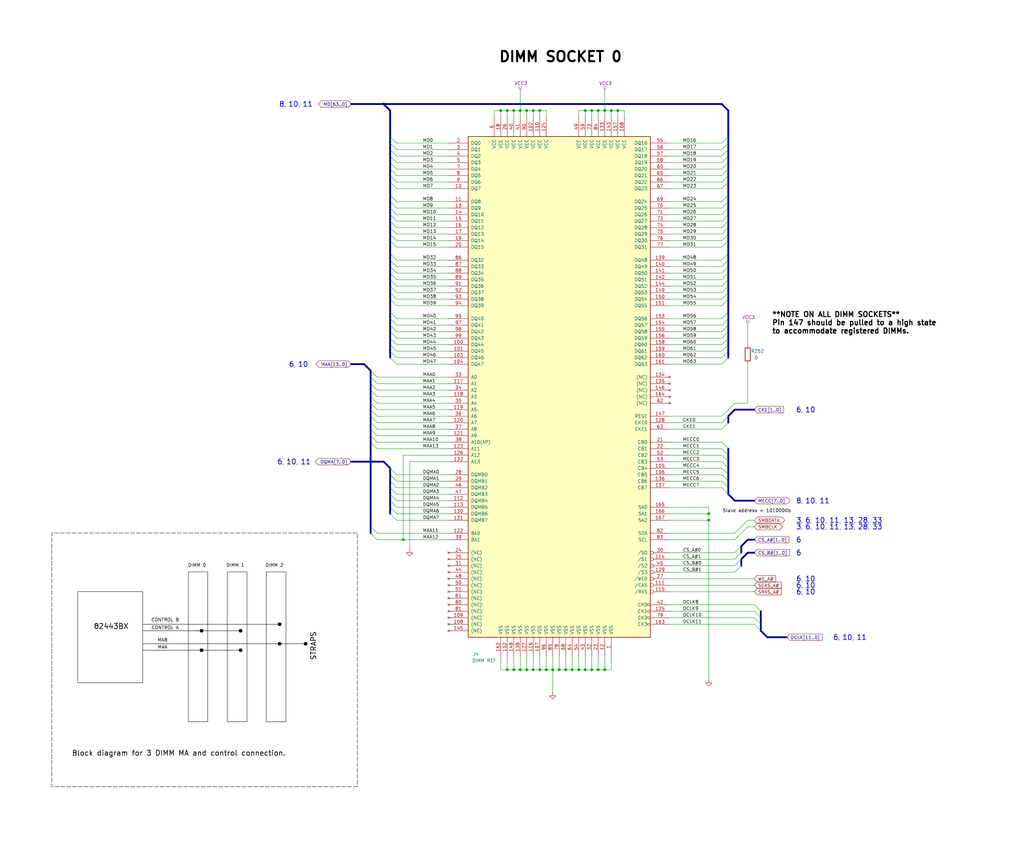
<source format=kicad_sch>
(kicad_sch
	(version 20241004)
	(generator "eeschema")
	(generator_version "8.99")
	(uuid "c21d09c4-6e55-413b-846c-46e45027be87")
	(paper "User" 400 330)
	(title_block
		(title "DIMM SOCKET 0")
		(date "Thursday, April 09, 1998")
		(rev "1.0")
	)
	(lib_symbols
		(symbol "Device:R"
			(pin_numbers
				(hide yes)
			)
			(pin_names
				(offset 0)
			)
			(exclude_from_sim no)
			(in_bom yes)
			(on_board yes)
			(property "Reference" "R"
				(at 2.032 0 90)
				(effects
					(font
						(size 1.27 1.27)
					)
				)
			)
			(property "Value" "R"
				(at 0 0 90)
				(effects
					(font
						(size 1.27 1.27)
					)
				)
			)
			(property "Footprint" ""
				(at -1.778 0 90)
				(effects
					(font
						(size 1.27 1.27)
					)
					(hide yes)
				)
			)
			(property "Datasheet" "~"
				(at 0 0 0)
				(effects
					(font
						(size 1.27 1.27)
					)
					(hide yes)
				)
			)
			(property "Description" "Resistor"
				(at 0 0 0)
				(effects
					(font
						(size 1.27 1.27)
					)
					(hide yes)
				)
			)
			(property "ki_keywords" "R res resistor"
				(at 0 0 0)
				(effects
					(font
						(size 1.27 1.27)
					)
					(hide yes)
				)
			)
			(property "ki_fp_filters" "R_*"
				(at 0 0 0)
				(effects
					(font
						(size 1.27 1.27)
					)
					(hide yes)
				)
			)
			(symbol "R_0_1"
				(rectangle
					(start -1.016 -2.54)
					(end 1.016 2.54)
					(stroke
						(width 0.254)
						(type default)
					)
					(fill
						(type none)
					)
				)
			)
			(symbol "R_1_1"
				(pin passive line
					(at 0 3.81 270)
					(length 1.27)
					(name "~"
						(effects
							(font
								(size 1.27 1.27)
							)
						)
					)
					(number "1"
						(effects
							(font
								(size 1.27 1.27)
							)
						)
					)
				)
				(pin passive line
					(at 0 -3.81 90)
					(length 1.27)
					(name "~"
						(effects
							(font
								(size 1.27 1.27)
							)
						)
					)
					(number "2"
						(effects
							(font
								(size 1.27 1.27)
							)
						)
					)
				)
			)
			(embedded_fonts no)
		)
		(symbol "P2-3_era:SDRAM_Slot"
			(pin_names
				(offset 1.016)
			)
			(exclude_from_sim no)
			(in_bom yes)
			(on_board yes)
			(property "Reference" "J1"
				(at -34.29 -99.568 0)
				(effects
					(font
						(size 1.27 1.27)
					)
				)
			)
			(property "Value" "DIMM REF"
				(at -30.734 -102.108 0)
				(effects
					(font
						(size 1.27 1.27)
					)
				)
			)
			(property "Footprint" "P2-3_ERA:SDRAM_DIMM_GENERIC"
				(at 2.794 -39.116 0)
				(effects
					(font
						(size 1.27 1.27)
					)
					(hide yes)
				)
			)
			(property "Datasheet" ""
				(at -117.602 70.612 0)
				(effects
					(font
						(size 1.27 1.27)
					)
					(hide yes)
				)
			)
			(property "Description" "DIMM SOCKET"
				(at 1.778 -27.94 0)
				(effects
					(font
						(size 1.27 1.27)
					)
					(hide yes)
				)
			)
			(property "ki_keywords" "sdram dimm socket"
				(at 0 0 0)
				(effects
					(font
						(size 1.27 1.27)
					)
					(hide yes)
				)
			)
			(property "ki_fp_filters" "DIP* PDIP*"
				(at 0 0 0)
				(effects
					(font
						(size 1.27 1.27)
					)
					(hide yes)
				)
			)
			(symbol "SDRAM_Slot_0_1"
				(rectangle
					(start -35.56 97.79)
					(end 35.56 -97.79)
					(stroke
						(width 0.254)
						(type default)
					)
					(fill
						(type background)
					)
				)
			)
			(symbol "SDRAM_Slot_1_1"
				(pin bidirectional line
					(at -43.18 95.25 0)
					(length 7.62)
					(name "DQ0"
						(effects
							(font
								(size 1.27 1.27)
							)
						)
					)
					(number "2"
						(effects
							(font
								(size 1.27 1.27)
							)
						)
					)
				)
				(pin bidirectional line
					(at -43.18 92.71 0)
					(length 7.62)
					(name "DQ1"
						(effects
							(font
								(size 1.27 1.27)
							)
						)
					)
					(number "3"
						(effects
							(font
								(size 1.27 1.27)
							)
						)
					)
				)
				(pin bidirectional line
					(at -43.18 90.17 0)
					(length 7.62)
					(name "DQ2"
						(effects
							(font
								(size 1.27 1.27)
							)
						)
					)
					(number "4"
						(effects
							(font
								(size 1.27 1.27)
							)
						)
					)
				)
				(pin bidirectional line
					(at -43.18 87.63 0)
					(length 7.62)
					(name "DQ3"
						(effects
							(font
								(size 1.27 1.27)
							)
						)
					)
					(number "5"
						(effects
							(font
								(size 1.27 1.27)
							)
						)
					)
				)
				(pin bidirectional line
					(at -43.18 85.09 0)
					(length 7.62)
					(name "DQ4"
						(effects
							(font
								(size 1.27 1.27)
							)
						)
					)
					(number "7"
						(effects
							(font
								(size 1.27 1.27)
							)
						)
					)
				)
				(pin bidirectional line
					(at -43.18 82.55 0)
					(length 7.62)
					(name "DQ5"
						(effects
							(font
								(size 1.27 1.27)
							)
						)
					)
					(number "8"
						(effects
							(font
								(size 1.27 1.27)
							)
						)
					)
				)
				(pin bidirectional line
					(at -43.18 80.01 0)
					(length 7.62)
					(name "DQ6"
						(effects
							(font
								(size 1.27 1.27)
							)
						)
					)
					(number "9"
						(effects
							(font
								(size 1.27 1.27)
							)
						)
					)
				)
				(pin bidirectional line
					(at -43.18 77.47 0)
					(length 7.62)
					(name "DQ7"
						(effects
							(font
								(size 1.27 1.27)
							)
						)
					)
					(number "10"
						(effects
							(font
								(size 1.27 1.27)
							)
						)
					)
				)
				(pin bidirectional line
					(at -43.18 72.39 0)
					(length 7.62)
					(name "DQ8"
						(effects
							(font
								(size 1.27 1.27)
							)
						)
					)
					(number "11"
						(effects
							(font
								(size 1.27 1.27)
							)
						)
					)
				)
				(pin bidirectional line
					(at -43.18 69.85 0)
					(length 7.62)
					(name "DQ9"
						(effects
							(font
								(size 1.27 1.27)
							)
						)
					)
					(number "13"
						(effects
							(font
								(size 1.27 1.27)
							)
						)
					)
				)
				(pin bidirectional line
					(at -43.18 67.31 0)
					(length 7.62)
					(name "DQ10"
						(effects
							(font
								(size 1.27 1.27)
							)
						)
					)
					(number "14"
						(effects
							(font
								(size 1.27 1.27)
							)
						)
					)
				)
				(pin bidirectional line
					(at -43.18 64.77 0)
					(length 7.62)
					(name "DQ11"
						(effects
							(font
								(size 1.27 1.27)
							)
						)
					)
					(number "15"
						(effects
							(font
								(size 1.27 1.27)
							)
						)
					)
				)
				(pin bidirectional line
					(at -43.18 62.23 0)
					(length 7.62)
					(name "DQ12"
						(effects
							(font
								(size 1.27 1.27)
							)
						)
					)
					(number "16"
						(effects
							(font
								(size 1.27 1.27)
							)
						)
					)
				)
				(pin bidirectional line
					(at -43.18 59.69 0)
					(length 7.62)
					(name "DQ13"
						(effects
							(font
								(size 1.27 1.27)
							)
						)
					)
					(number "17"
						(effects
							(font
								(size 1.27 1.27)
							)
						)
					)
				)
				(pin bidirectional line
					(at -43.18 57.15 0)
					(length 7.62)
					(name "DQ14"
						(effects
							(font
								(size 1.27 1.27)
							)
						)
					)
					(number "19"
						(effects
							(font
								(size 1.27 1.27)
							)
						)
					)
				)
				(pin bidirectional line
					(at -43.18 54.61 0)
					(length 7.62)
					(name "DQ15"
						(effects
							(font
								(size 1.27 1.27)
							)
						)
					)
					(number "20"
						(effects
							(font
								(size 1.27 1.27)
							)
						)
					)
				)
				(pin bidirectional line
					(at -43.18 49.53 0)
					(length 7.62)
					(name "DQ32"
						(effects
							(font
								(size 1.27 1.27)
							)
						)
					)
					(number "86"
						(effects
							(font
								(size 1.27 1.27)
							)
						)
					)
				)
				(pin bidirectional line
					(at -43.18 46.99 0)
					(length 7.62)
					(name "DQ33"
						(effects
							(font
								(size 1.27 1.27)
							)
						)
					)
					(number "87"
						(effects
							(font
								(size 1.27 1.27)
							)
						)
					)
				)
				(pin bidirectional line
					(at -43.18 44.45 0)
					(length 7.62)
					(name "DQ34"
						(effects
							(font
								(size 1.27 1.27)
							)
						)
					)
					(number "88"
						(effects
							(font
								(size 1.27 1.27)
							)
						)
					)
				)
				(pin bidirectional line
					(at -43.18 41.91 0)
					(length 7.62)
					(name "DQ35"
						(effects
							(font
								(size 1.27 1.27)
							)
						)
					)
					(number "89"
						(effects
							(font
								(size 1.27 1.27)
							)
						)
					)
				)
				(pin bidirectional line
					(at -43.18 39.37 0)
					(length 7.62)
					(name "DQ36"
						(effects
							(font
								(size 1.27 1.27)
							)
						)
					)
					(number "91"
						(effects
							(font
								(size 1.27 1.27)
							)
						)
					)
				)
				(pin bidirectional line
					(at -43.18 36.83 0)
					(length 7.62)
					(name "DQ37"
						(effects
							(font
								(size 1.27 1.27)
							)
						)
					)
					(number "92"
						(effects
							(font
								(size 1.27 1.27)
							)
						)
					)
				)
				(pin bidirectional line
					(at -43.18 34.29 0)
					(length 7.62)
					(name "DQ38"
						(effects
							(font
								(size 1.27 1.27)
							)
						)
					)
					(number "93"
						(effects
							(font
								(size 1.27 1.27)
							)
						)
					)
				)
				(pin bidirectional line
					(at -43.18 31.75 0)
					(length 7.62)
					(name "DQ39"
						(effects
							(font
								(size 1.27 1.27)
							)
						)
					)
					(number "94"
						(effects
							(font
								(size 1.27 1.27)
							)
						)
					)
				)
				(pin bidirectional line
					(at -43.18 26.67 0)
					(length 7.62)
					(name "DQ40"
						(effects
							(font
								(size 1.27 1.27)
							)
						)
					)
					(number "95"
						(effects
							(font
								(size 1.27 1.27)
							)
						)
					)
				)
				(pin bidirectional line
					(at -43.18 24.13 0)
					(length 7.62)
					(name "DQ41"
						(effects
							(font
								(size 1.27 1.27)
							)
						)
					)
					(number "97"
						(effects
							(font
								(size 1.27 1.27)
							)
						)
					)
				)
				(pin bidirectional line
					(at -43.18 21.59 0)
					(length 7.62)
					(name "DQ42"
						(effects
							(font
								(size 1.27 1.27)
							)
						)
					)
					(number "98"
						(effects
							(font
								(size 1.27 1.27)
							)
						)
					)
				)
				(pin bidirectional line
					(at -43.18 19.05 0)
					(length 7.62)
					(name "DQ43"
						(effects
							(font
								(size 1.27 1.27)
							)
						)
					)
					(number "99"
						(effects
							(font
								(size 1.27 1.27)
							)
						)
					)
				)
				(pin bidirectional line
					(at -43.18 16.51 0)
					(length 7.62)
					(name "DQ44"
						(effects
							(font
								(size 1.27 1.27)
							)
						)
					)
					(number "100"
						(effects
							(font
								(size 1.27 1.27)
							)
						)
					)
				)
				(pin bidirectional line
					(at -43.18 13.97 0)
					(length 7.62)
					(name "DQ45"
						(effects
							(font
								(size 1.27 1.27)
							)
						)
					)
					(number "101"
						(effects
							(font
								(size 1.27 1.27)
							)
						)
					)
				)
				(pin bidirectional line
					(at -43.18 11.43 0)
					(length 7.62)
					(name "DQ46"
						(effects
							(font
								(size 1.27 1.27)
							)
						)
					)
					(number "103"
						(effects
							(font
								(size 1.27 1.27)
							)
						)
					)
				)
				(pin bidirectional line
					(at -43.18 8.89 0)
					(length 7.62)
					(name "DQ47"
						(effects
							(font
								(size 1.27 1.27)
							)
						)
					)
					(number "104"
						(effects
							(font
								(size 1.27 1.27)
							)
						)
					)
				)
				(pin input line
					(at -43.18 3.81 0)
					(length 7.62)
					(name "A0"
						(effects
							(font
								(size 1.27 1.27)
							)
						)
					)
					(number "33"
						(effects
							(font
								(size 1.27 1.27)
							)
						)
					)
				)
				(pin input line
					(at -43.18 1.27 0)
					(length 7.62)
					(name "A1"
						(effects
							(font
								(size 1.27 1.27)
							)
						)
					)
					(number "117"
						(effects
							(font
								(size 1.27 1.27)
							)
						)
					)
				)
				(pin input line
					(at -43.18 -1.27 0)
					(length 7.62)
					(name "A2"
						(effects
							(font
								(size 1.27 1.27)
							)
						)
					)
					(number "34"
						(effects
							(font
								(size 1.27 1.27)
							)
						)
					)
				)
				(pin input line
					(at -43.18 -3.81 0)
					(length 7.62)
					(name "A3"
						(effects
							(font
								(size 1.27 1.27)
							)
						)
					)
					(number "118"
						(effects
							(font
								(size 1.27 1.27)
							)
						)
					)
				)
				(pin input line
					(at -43.18 -6.35 0)
					(length 7.62)
					(name "A4"
						(effects
							(font
								(size 1.27 1.27)
							)
						)
					)
					(number "35"
						(effects
							(font
								(size 1.27 1.27)
							)
						)
					)
				)
				(pin input line
					(at -43.18 -8.89 0)
					(length 7.62)
					(name "A5"
						(effects
							(font
								(size 1.27 1.27)
							)
						)
					)
					(number "119"
						(effects
							(font
								(size 1.27 1.27)
							)
						)
					)
				)
				(pin input line
					(at -43.18 -11.43 0)
					(length 7.62)
					(name "A6"
						(effects
							(font
								(size 1.27 1.27)
							)
						)
					)
					(number "36"
						(effects
							(font
								(size 1.27 1.27)
							)
						)
					)
				)
				(pin input line
					(at -43.18 -13.97 0)
					(length 7.62)
					(name "A7"
						(effects
							(font
								(size 1.27 1.27)
							)
						)
					)
					(number "120"
						(effects
							(font
								(size 1.27 1.27)
							)
						)
					)
				)
				(pin input line
					(at -43.18 -16.51 0)
					(length 7.62)
					(name "A8"
						(effects
							(font
								(size 1.27 1.27)
							)
						)
					)
					(number "37"
						(effects
							(font
								(size 1.27 1.27)
							)
						)
					)
				)
				(pin input line
					(at -43.18 -19.05 0)
					(length 7.62)
					(name "A9"
						(effects
							(font
								(size 1.27 1.27)
							)
						)
					)
					(number "121"
						(effects
							(font
								(size 1.27 1.27)
							)
						)
					)
				)
				(pin input line
					(at -43.18 -21.59 0)
					(length 7.62)
					(name "A10(AP)"
						(effects
							(font
								(size 1.27 1.27)
							)
						)
					)
					(number "38"
						(effects
							(font
								(size 1.27 1.27)
							)
						)
					)
				)
				(pin input line
					(at -43.18 -24.13 0)
					(length 7.62)
					(name "A11"
						(effects
							(font
								(size 1.27 1.27)
							)
						)
					)
					(number "123"
						(effects
							(font
								(size 1.27 1.27)
							)
						)
					)
				)
				(pin input line
					(at -43.18 -26.67 0)
					(length 7.62)
					(name "A12"
						(effects
							(font
								(size 1.27 1.27)
							)
						)
					)
					(number "126"
						(effects
							(font
								(size 1.27 1.27)
							)
						)
					)
				)
				(pin input line
					(at -43.18 -29.21 0)
					(length 7.62)
					(name "A13"
						(effects
							(font
								(size 1.27 1.27)
							)
						)
					)
					(number "132"
						(effects
							(font
								(size 1.27 1.27)
							)
						)
					)
				)
				(pin input line
					(at -43.18 -34.29 0)
					(length 7.62)
					(name "DQMB0"
						(effects
							(font
								(size 1.27 1.27)
							)
						)
					)
					(number "28"
						(effects
							(font
								(size 1.27 1.27)
							)
						)
					)
				)
				(pin input line
					(at -43.18 -36.83 0)
					(length 7.62)
					(name "DQMB1"
						(effects
							(font
								(size 1.27 1.27)
							)
						)
					)
					(number "29"
						(effects
							(font
								(size 1.27 1.27)
							)
						)
					)
				)
				(pin input line
					(at -43.18 -39.37 0)
					(length 7.62)
					(name "DQMB2"
						(effects
							(font
								(size 1.27 1.27)
							)
						)
					)
					(number "46"
						(effects
							(font
								(size 1.27 1.27)
							)
						)
					)
				)
				(pin input line
					(at -43.18 -41.91 0)
					(length 7.62)
					(name "DQMB3"
						(effects
							(font
								(size 1.27 1.27)
							)
						)
					)
					(number "47"
						(effects
							(font
								(size 1.27 1.27)
							)
						)
					)
				)
				(pin input line
					(at -43.18 -44.45 0)
					(length 7.62)
					(name "DQMB4"
						(effects
							(font
								(size 1.27 1.27)
							)
						)
					)
					(number "112"
						(effects
							(font
								(size 1.27 1.27)
							)
						)
					)
				)
				(pin input line
					(at -43.18 -46.99 0)
					(length 7.62)
					(name "DQMB5"
						(effects
							(font
								(size 1.27 1.27)
							)
						)
					)
					(number "113"
						(effects
							(font
								(size 1.27 1.27)
							)
						)
					)
				)
				(pin input line
					(at -43.18 -49.53 0)
					(length 7.62)
					(name "DQMB6"
						(effects
							(font
								(size 1.27 1.27)
							)
						)
					)
					(number "130"
						(effects
							(font
								(size 1.27 1.27)
							)
						)
					)
				)
				(pin input line
					(at -43.18 -52.07 0)
					(length 7.62)
					(name "DQMB7"
						(effects
							(font
								(size 1.27 1.27)
							)
						)
					)
					(number "131"
						(effects
							(font
								(size 1.27 1.27)
							)
						)
					)
				)
				(pin input line
					(at -43.18 -57.15 0)
					(length 7.62)
					(name "BA0"
						(effects
							(font
								(size 1.27 1.27)
							)
						)
					)
					(number "122"
						(effects
							(font
								(size 1.27 1.27)
							)
						)
					)
				)
				(pin input line
					(at -43.18 -59.69 0)
					(length 7.62)
					(name "BA1"
						(effects
							(font
								(size 1.27 1.27)
							)
						)
					)
					(number "39"
						(effects
							(font
								(size 1.27 1.27)
							)
						)
					)
				)
				(pin no_connect line
					(at -43.18 -64.77 0)
					(length 7.62)
					(name "(NC)"
						(effects
							(font
								(size 1.27 1.27)
							)
						)
					)
					(number "24"
						(effects
							(font
								(size 1.27 1.27)
							)
						)
					)
				)
				(pin no_connect line
					(at -43.18 -67.31 0)
					(length 7.62)
					(name "(NC)"
						(effects
							(font
								(size 1.27 1.27)
							)
						)
					)
					(number "25"
						(effects
							(font
								(size 1.27 1.27)
							)
						)
					)
				)
				(pin no_connect line
					(at -43.18 -69.85 0)
					(length 7.62)
					(name "(NC)"
						(effects
							(font
								(size 1.27 1.27)
							)
						)
					)
					(number "31"
						(effects
							(font
								(size 1.27 1.27)
							)
						)
					)
				)
				(pin no_connect line
					(at -43.18 -72.39 0)
					(length 7.62)
					(name "(NC)"
						(effects
							(font
								(size 1.27 1.27)
							)
						)
					)
					(number "44"
						(effects
							(font
								(size 1.27 1.27)
							)
						)
					)
				)
				(pin no_connect line
					(at -43.18 -74.93 0)
					(length 7.62)
					(name "(NC)"
						(effects
							(font
								(size 1.27 1.27)
							)
						)
					)
					(number "48"
						(effects
							(font
								(size 1.27 1.27)
							)
						)
					)
				)
				(pin no_connect line
					(at -43.18 -77.47 0)
					(length 7.62)
					(name "(NC)"
						(effects
							(font
								(size 1.27 1.27)
							)
						)
					)
					(number "50"
						(effects
							(font
								(size 1.27 1.27)
							)
						)
					)
				)
				(pin no_connect line
					(at -43.18 -80.01 0)
					(length 7.62)
					(name "(NC)"
						(effects
							(font
								(size 1.27 1.27)
							)
						)
					)
					(number "51"
						(effects
							(font
								(size 1.27 1.27)
							)
						)
					)
				)
				(pin no_connect line
					(at -43.18 -82.55 0)
					(length 7.62)
					(name "(NC)"
						(effects
							(font
								(size 1.27 1.27)
							)
						)
					)
					(number "61"
						(effects
							(font
								(size 1.27 1.27)
							)
						)
					)
				)
				(pin no_connect line
					(at -43.18 -85.09 0)
					(length 7.62)
					(name "(NC)"
						(effects
							(font
								(size 1.27 1.27)
							)
						)
					)
					(number "80"
						(effects
							(font
								(size 1.27 1.27)
							)
						)
					)
				)
				(pin no_connect line
					(at -43.18 -87.63 0)
					(length 7.62)
					(name "(NC)"
						(effects
							(font
								(size 1.27 1.27)
							)
						)
					)
					(number "81"
						(effects
							(font
								(size 1.27 1.27)
							)
						)
					)
				)
				(pin no_connect line
					(at -43.18 -90.17 0)
					(length 7.62)
					(name "(NC)"
						(effects
							(font
								(size 1.27 1.27)
							)
						)
					)
					(number "109"
						(effects
							(font
								(size 1.27 1.27)
							)
						)
					)
				)
				(pin no_connect line
					(at -43.18 -92.71 0)
					(length 7.62)
					(name "(NC)"
						(effects
							(font
								(size 1.27 1.27)
							)
						)
					)
					(number "108"
						(effects
							(font
								(size 1.27 1.27)
							)
						)
					)
				)
				(pin no_connect line
					(at -43.18 -95.25 0)
					(length 7.62)
					(name "(NC)"
						(effects
							(font
								(size 1.27 1.27)
							)
						)
					)
					(number "145"
						(effects
							(font
								(size 1.27 1.27)
							)
						)
					)
				)
				(pin power_in line
					(at -25.4 105.41 270)
					(length 7.62)
					(name "VCC"
						(effects
							(font
								(size 1.27 1.27)
							)
						)
					)
					(number "6"
						(effects
							(font
								(size 1.27 1.27)
							)
						)
					)
				)
				(pin power_in line
					(at -22.86 105.41 270)
					(length 7.62)
					(name "VCC"
						(effects
							(font
								(size 1.27 1.27)
							)
						)
					)
					(number "18"
						(effects
							(font
								(size 1.27 1.27)
							)
						)
					)
				)
				(pin power_in line
					(at -22.86 -105.41 90)
					(length 7.62)
					(name "VSS"
						(effects
							(font
								(size 1.27 1.27)
							)
						)
					)
					(number "162"
						(effects
							(font
								(size 1.27 1.27)
							)
						)
					)
				)
				(pin power_in line
					(at -20.32 105.41 270)
					(length 7.62)
					(name "VCC"
						(effects
							(font
								(size 1.27 1.27)
							)
						)
					)
					(number "26"
						(effects
							(font
								(size 1.27 1.27)
							)
						)
					)
				)
				(pin power_in line
					(at -20.32 -105.41 90)
					(length 7.62)
					(name "VSS"
						(effects
							(font
								(size 1.27 1.27)
							)
						)
					)
					(number "152"
						(effects
							(font
								(size 1.27 1.27)
							)
						)
					)
				)
				(pin power_in line
					(at -17.78 105.41 270)
					(length 7.62)
					(name "VCC"
						(effects
							(font
								(size 1.27 1.27)
							)
						)
					)
					(number "40"
						(effects
							(font
								(size 1.27 1.27)
							)
						)
					)
				)
				(pin power_in line
					(at -17.78 -105.41 90)
					(length 7.62)
					(name "VSS"
						(effects
							(font
								(size 1.27 1.27)
							)
						)
					)
					(number "148"
						(effects
							(font
								(size 1.27 1.27)
							)
						)
					)
				)
				(pin power_in line
					(at -15.24 105.41 270)
					(length 7.62)
					(name "VCC"
						(effects
							(font
								(size 1.27 1.27)
							)
						)
					)
					(number "41"
						(effects
							(font
								(size 1.27 1.27)
							)
						)
					)
				)
				(pin power_in line
					(at -15.24 -105.41 90)
					(length 7.62)
					(name "VSS"
						(effects
							(font
								(size 1.27 1.27)
							)
						)
					)
					(number "138"
						(effects
							(font
								(size 1.27 1.27)
							)
						)
					)
				)
				(pin power_in line
					(at -12.7 105.41 270)
					(length 7.62)
					(name "VCC"
						(effects
							(font
								(size 1.27 1.27)
							)
						)
					)
					(number "90"
						(effects
							(font
								(size 1.27 1.27)
							)
						)
					)
				)
				(pin power_in line
					(at -12.7 -105.41 90)
					(length 7.62)
					(name "VSS"
						(effects
							(font
								(size 1.27 1.27)
							)
						)
					)
					(number "127"
						(effects
							(font
								(size 1.27 1.27)
							)
						)
					)
				)
				(pin power_in line
					(at -10.16 105.41 270)
					(length 7.62)
					(name "VCC"
						(effects
							(font
								(size 1.27 1.27)
							)
						)
					)
					(number "102"
						(effects
							(font
								(size 1.27 1.27)
							)
						)
					)
				)
				(pin power_in line
					(at -10.16 -105.41 90)
					(length 7.62)
					(name "VSS"
						(effects
							(font
								(size 1.27 1.27)
							)
						)
					)
					(number "116"
						(effects
							(font
								(size 1.27 1.27)
							)
						)
					)
				)
				(pin power_in line
					(at -7.62 105.41 270)
					(length 7.62)
					(name "VCC"
						(effects
							(font
								(size 1.27 1.27)
							)
						)
					)
					(number "110"
						(effects
							(font
								(size 1.27 1.27)
							)
						)
					)
				)
				(pin power_in line
					(at -7.62 -105.41 90)
					(length 7.62)
					(name "VSS"
						(effects
							(font
								(size 1.27 1.27)
							)
						)
					)
					(number "107"
						(effects
							(font
								(size 1.27 1.27)
							)
						)
					)
				)
				(pin power_in line
					(at -5.08 105.41 270)
					(length 7.62)
					(name "VCC"
						(effects
							(font
								(size 1.27 1.27)
							)
						)
					)
					(number "124"
						(effects
							(font
								(size 1.27 1.27)
							)
						)
					)
				)
				(pin power_in line
					(at -5.08 -105.41 90)
					(length 7.62)
					(name "VSS"
						(effects
							(font
								(size 1.27 1.27)
							)
						)
					)
					(number "96"
						(effects
							(font
								(size 1.27 1.27)
							)
						)
					)
				)
				(pin power_in line
					(at -2.54 -105.41 90)
					(length 7.62)
					(name "VSS"
						(effects
							(font
								(size 1.27 1.27)
							)
						)
					)
					(number "85"
						(effects
							(font
								(size 1.27 1.27)
							)
						)
					)
				)
				(pin power_in line
					(at 0 -105.41 90)
					(length 7.62)
					(name "VSS"
						(effects
							(font
								(size 1.27 1.27)
							)
						)
					)
					(number "78"
						(effects
							(font
								(size 1.27 1.27)
							)
						)
					)
				)
				(pin power_in line
					(at 2.54 -105.41 90)
					(length 7.62)
					(name "VSS"
						(effects
							(font
								(size 1.27 1.27)
							)
						)
					)
					(number "68"
						(effects
							(font
								(size 1.27 1.27)
							)
						)
					)
				)
				(pin power_in line
					(at 5.08 -105.41 90)
					(length 7.62)
					(name "VSS"
						(effects
							(font
								(size 1.27 1.27)
							)
						)
					)
					(number "64"
						(effects
							(font
								(size 1.27 1.27)
							)
						)
					)
				)
				(pin power_in line
					(at 7.62 105.41 270)
					(length 7.62)
					(name "VCC"
						(effects
							(font
								(size 1.27 1.27)
							)
						)
					)
					(number "49"
						(effects
							(font
								(size 1.27 1.27)
							)
						)
					)
				)
				(pin power_in line
					(at 7.62 -105.41 90)
					(length 7.62)
					(name "VSS"
						(effects
							(font
								(size 1.27 1.27)
							)
						)
					)
					(number "54"
						(effects
							(font
								(size 1.27 1.27)
							)
						)
					)
				)
				(pin power_in line
					(at 10.16 105.41 270)
					(length 7.62)
					(name "VCC"
						(effects
							(font
								(size 1.27 1.27)
							)
						)
					)
					(number "59"
						(effects
							(font
								(size 1.27 1.27)
							)
						)
					)
				)
				(pin power_in line
					(at 10.16 -105.41 90)
					(length 7.62)
					(name "VSS"
						(effects
							(font
								(size 1.27 1.27)
							)
						)
					)
					(number "43"
						(effects
							(font
								(size 1.27 1.27)
							)
						)
					)
				)
				(pin power_in line
					(at 12.7 105.41 270)
					(length 7.62)
					(name "VCC"
						(effects
							(font
								(size 1.27 1.27)
							)
						)
					)
					(number "73"
						(effects
							(font
								(size 1.27 1.27)
							)
						)
					)
				)
				(pin power_in line
					(at 12.7 -105.41 90)
					(length 7.62)
					(name "VSS"
						(effects
							(font
								(size 1.27 1.27)
							)
						)
					)
					(number "32"
						(effects
							(font
								(size 1.27 1.27)
							)
						)
					)
				)
				(pin power_in line
					(at 15.24 105.41 270)
					(length 7.62)
					(name "VCC"
						(effects
							(font
								(size 1.27 1.27)
							)
						)
					)
					(number "84"
						(effects
							(font
								(size 1.27 1.27)
							)
						)
					)
				)
				(pin power_in line
					(at 15.24 -105.41 90)
					(length 7.62)
					(name "VSS"
						(effects
							(font
								(size 1.27 1.27)
							)
						)
					)
					(number "23"
						(effects
							(font
								(size 1.27 1.27)
							)
						)
					)
				)
				(pin power_in line
					(at 17.78 105.41 270)
					(length 7.62)
					(name "VCC"
						(effects
							(font
								(size 1.27 1.27)
							)
						)
					)
					(number "133"
						(effects
							(font
								(size 1.27 1.27)
							)
						)
					)
				)
				(pin power_in line
					(at 17.78 -105.41 90)
					(length 7.62)
					(name "VSS"
						(effects
							(font
								(size 1.27 1.27)
							)
						)
					)
					(number "12"
						(effects
							(font
								(size 1.27 1.27)
							)
						)
					)
				)
				(pin power_in line
					(at 20.32 105.41 270)
					(length 7.62)
					(name "VCC"
						(effects
							(font
								(size 1.27 1.27)
							)
						)
					)
					(number "143"
						(effects
							(font
								(size 1.27 1.27)
							)
						)
					)
				)
				(pin power_in line
					(at 20.32 -105.41 90)
					(length 7.62)
					(name "VSS"
						(effects
							(font
								(size 1.27 1.27)
							)
						)
					)
					(number "1"
						(effects
							(font
								(size 1.27 1.27)
							)
						)
					)
				)
				(pin power_in line
					(at 22.86 105.41 270)
					(length 7.62)
					(name "VCC"
						(effects
							(font
								(size 1.27 1.27)
							)
						)
					)
					(number "157"
						(effects
							(font
								(size 1.27 1.27)
							)
						)
					)
				)
				(pin power_in line
					(at 25.4 105.41 270)
					(length 7.62)
					(name "VCC"
						(effects
							(font
								(size 1.27 1.27)
							)
						)
					)
					(number "168"
						(effects
							(font
								(size 1.27 1.27)
							)
						)
					)
				)
				(pin bidirectional line
					(at 43.18 95.25 180)
					(length 7.62)
					(name "DQ16"
						(effects
							(font
								(size 1.27 1.27)
							)
						)
					)
					(number "55"
						(effects
							(font
								(size 1.27 1.27)
							)
						)
					)
				)
				(pin bidirectional line
					(at 43.18 92.71 180)
					(length 7.62)
					(name "DQ17"
						(effects
							(font
								(size 1.27 1.27)
							)
						)
					)
					(number "56"
						(effects
							(font
								(size 1.27 1.27)
							)
						)
					)
				)
				(pin bidirectional line
					(at 43.18 90.17 180)
					(length 7.62)
					(name "DQ18"
						(effects
							(font
								(size 1.27 1.27)
							)
						)
					)
					(number "57"
						(effects
							(font
								(size 1.27 1.27)
							)
						)
					)
				)
				(pin bidirectional line
					(at 43.18 87.63 180)
					(length 7.62)
					(name "DQ19"
						(effects
							(font
								(size 1.27 1.27)
							)
						)
					)
					(number "58"
						(effects
							(font
								(size 1.27 1.27)
							)
						)
					)
				)
				(pin bidirectional line
					(at 43.18 85.09 180)
					(length 7.62)
					(name "DQ20"
						(effects
							(font
								(size 1.27 1.27)
							)
						)
					)
					(number "60"
						(effects
							(font
								(size 1.27 1.27)
							)
						)
					)
				)
				(pin bidirectional line
					(at 43.18 82.55 180)
					(length 7.62)
					(name "DQ21"
						(effects
							(font
								(size 1.27 1.27)
							)
						)
					)
					(number "65"
						(effects
							(font
								(size 1.27 1.27)
							)
						)
					)
				)
				(pin bidirectional line
					(at 43.18 80.01 180)
					(length 7.62)
					(name "DQ22"
						(effects
							(font
								(size 1.27 1.27)
							)
						)
					)
					(number "66"
						(effects
							(font
								(size 1.27 1.27)
							)
						)
					)
				)
				(pin bidirectional line
					(at 43.18 77.47 180)
					(length 7.62)
					(name "DQ23"
						(effects
							(font
								(size 1.27 1.27)
							)
						)
					)
					(number "67"
						(effects
							(font
								(size 1.27 1.27)
							)
						)
					)
				)
				(pin bidirectional line
					(at 43.18 72.39 180)
					(length 7.62)
					(name "DQ24"
						(effects
							(font
								(size 1.27 1.27)
							)
						)
					)
					(number "69"
						(effects
							(font
								(size 1.27 1.27)
							)
						)
					)
				)
				(pin bidirectional line
					(at 43.18 69.85 180)
					(length 7.62)
					(name "DQ25"
						(effects
							(font
								(size 1.27 1.27)
							)
						)
					)
					(number "70"
						(effects
							(font
								(size 1.27 1.27)
							)
						)
					)
				)
				(pin bidirectional line
					(at 43.18 67.31 180)
					(length 7.62)
					(name "DQ26"
						(effects
							(font
								(size 1.27 1.27)
							)
						)
					)
					(number "71"
						(effects
							(font
								(size 1.27 1.27)
							)
						)
					)
				)
				(pin bidirectional line
					(at 43.18 64.77 180)
					(length 7.62)
					(name "DQ27"
						(effects
							(font
								(size 1.27 1.27)
							)
						)
					)
					(number "72"
						(effects
							(font
								(size 1.27 1.27)
							)
						)
					)
				)
				(pin bidirectional line
					(at 43.18 62.23 180)
					(length 7.62)
					(name "DQ28"
						(effects
							(font
								(size 1.27 1.27)
							)
						)
					)
					(number "74"
						(effects
							(font
								(size 1.27 1.27)
							)
						)
					)
				)
				(pin bidirectional line
					(at 43.18 59.69 180)
					(length 7.62)
					(name "DQ29"
						(effects
							(font
								(size 1.27 1.27)
							)
						)
					)
					(number "75"
						(effects
							(font
								(size 1.27 1.27)
							)
						)
					)
				)
				(pin bidirectional line
					(at 43.18 57.15 180)
					(length 7.62)
					(name "DQ30"
						(effects
							(font
								(size 1.27 1.27)
							)
						)
					)
					(number "76"
						(effects
							(font
								(size 1.27 1.27)
							)
						)
					)
				)
				(pin bidirectional line
					(at 43.18 54.61 180)
					(length 7.62)
					(name "DQ31"
						(effects
							(font
								(size 1.27 1.27)
							)
						)
					)
					(number "77"
						(effects
							(font
								(size 1.27 1.27)
							)
						)
					)
				)
				(pin bidirectional line
					(at 43.18 49.53 180)
					(length 7.62)
					(name "DQ48"
						(effects
							(font
								(size 1.27 1.27)
							)
						)
					)
					(number "139"
						(effects
							(font
								(size 1.27 1.27)
							)
						)
					)
				)
				(pin bidirectional line
					(at 43.18 46.99 180)
					(length 7.62)
					(name "DQ49"
						(effects
							(font
								(size 1.27 1.27)
							)
						)
					)
					(number "140"
						(effects
							(font
								(size 1.27 1.27)
							)
						)
					)
				)
				(pin bidirectional line
					(at 43.18 44.45 180)
					(length 7.62)
					(name "DQ50"
						(effects
							(font
								(size 1.27 1.27)
							)
						)
					)
					(number "141"
						(effects
							(font
								(size 1.27 1.27)
							)
						)
					)
				)
				(pin bidirectional line
					(at 43.18 41.91 180)
					(length 7.62)
					(name "DQ51"
						(effects
							(font
								(size 1.27 1.27)
							)
						)
					)
					(number "142"
						(effects
							(font
								(size 1.27 1.27)
							)
						)
					)
				)
				(pin bidirectional line
					(at 43.18 39.37 180)
					(length 7.62)
					(name "DQ52"
						(effects
							(font
								(size 1.27 1.27)
							)
						)
					)
					(number "144"
						(effects
							(font
								(size 1.27 1.27)
							)
						)
					)
				)
				(pin bidirectional line
					(at 43.18 36.83 180)
					(length 7.62)
					(name "DQ53"
						(effects
							(font
								(size 1.27 1.27)
							)
						)
					)
					(number "149"
						(effects
							(font
								(size 1.27 1.27)
							)
						)
					)
				)
				(pin bidirectional line
					(at 43.18 34.29 180)
					(length 7.62)
					(name "DQ54"
						(effects
							(font
								(size 1.27 1.27)
							)
						)
					)
					(number "150"
						(effects
							(font
								(size 1.27 1.27)
							)
						)
					)
				)
				(pin bidirectional line
					(at 43.18 31.75 180)
					(length 7.62)
					(name "DQ55"
						(effects
							(font
								(size 1.27 1.27)
							)
						)
					)
					(number "151"
						(effects
							(font
								(size 1.27 1.27)
							)
						)
					)
				)
				(pin bidirectional line
					(at 43.18 26.67 180)
					(length 7.62)
					(name "DQ56"
						(effects
							(font
								(size 1.27 1.27)
							)
						)
					)
					(number "153"
						(effects
							(font
								(size 1.27 1.27)
							)
						)
					)
				)
				(pin bidirectional line
					(at 43.18 24.13 180)
					(length 7.62)
					(name "DQ57"
						(effects
							(font
								(size 1.27 1.27)
							)
						)
					)
					(number "154"
						(effects
							(font
								(size 1.27 1.27)
							)
						)
					)
				)
				(pin bidirectional line
					(at 43.18 21.59 180)
					(length 7.62)
					(name "DQ58"
						(effects
							(font
								(size 1.27 1.27)
							)
						)
					)
					(number "155"
						(effects
							(font
								(size 1.27 1.27)
							)
						)
					)
				)
				(pin bidirectional line
					(at 43.18 19.05 180)
					(length 7.62)
					(name "DQ59"
						(effects
							(font
								(size 1.27 1.27)
							)
						)
					)
					(number "156"
						(effects
							(font
								(size 1.27 1.27)
							)
						)
					)
				)
				(pin bidirectional line
					(at 43.18 16.51 180)
					(length 7.62)
					(name "DQ60"
						(effects
							(font
								(size 1.27 1.27)
							)
						)
					)
					(number "158"
						(effects
							(font
								(size 1.27 1.27)
							)
						)
					)
				)
				(pin bidirectional line
					(at 43.18 13.97 180)
					(length 7.62)
					(name "DQ61"
						(effects
							(font
								(size 1.27 1.27)
							)
						)
					)
					(number "159"
						(effects
							(font
								(size 1.27 1.27)
							)
						)
					)
				)
				(pin bidirectional line
					(at 43.18 11.43 180)
					(length 7.62)
					(name "DQ62"
						(effects
							(font
								(size 1.27 1.27)
							)
						)
					)
					(number "160"
						(effects
							(font
								(size 1.27 1.27)
							)
						)
					)
				)
				(pin bidirectional line
					(at 43.18 8.89 180)
					(length 7.62)
					(name "DQ63"
						(effects
							(font
								(size 1.27 1.27)
							)
						)
					)
					(number "161"
						(effects
							(font
								(size 1.27 1.27)
							)
						)
					)
				)
				(pin no_connect line
					(at 43.18 3.81 180)
					(length 7.62)
					(name "(NC)"
						(effects
							(font
								(size 1.27 1.27)
							)
						)
					)
					(number "134"
						(effects
							(font
								(size 1.27 1.27)
							)
						)
					)
				)
				(pin no_connect line
					(at 43.18 1.27 180)
					(length 7.62)
					(name "(NC)"
						(effects
							(font
								(size 1.27 1.27)
							)
						)
					)
					(number "135"
						(effects
							(font
								(size 1.27 1.27)
							)
						)
					)
				)
				(pin no_connect line
					(at 43.18 -1.27 180)
					(length 7.62)
					(name "(NC)"
						(effects
							(font
								(size 1.27 1.27)
							)
						)
					)
					(number "146"
						(effects
							(font
								(size 1.27 1.27)
							)
						)
					)
				)
				(pin no_connect line
					(at 43.18 -3.81 180)
					(length 7.62)
					(name "(NC)"
						(effects
							(font
								(size 1.27 1.27)
							)
						)
					)
					(number "164"
						(effects
							(font
								(size 1.27 1.27)
							)
						)
					)
				)
				(pin no_connect line
					(at 43.18 -6.35 180)
					(length 7.62)
					(name "(NC)"
						(effects
							(font
								(size 1.27 1.27)
							)
						)
					)
					(number "62"
						(effects
							(font
								(size 1.27 1.27)
							)
						)
					)
				)
				(pin input line
					(at 43.18 -11.43 180)
					(length 7.62)
					(name "REGE"
						(effects
							(font
								(size 1.27 1.27)
							)
						)
					)
					(number "147"
						(effects
							(font
								(size 1.27 1.27)
							)
						)
					)
				)
				(pin input line
					(at 43.18 -13.97 180)
					(length 7.62)
					(name "CKE0"
						(effects
							(font
								(size 1.27 1.27)
							)
						)
					)
					(number "128"
						(effects
							(font
								(size 1.27 1.27)
							)
						)
					)
				)
				(pin input line
					(at 43.18 -16.51 180)
					(length 7.62)
					(name "CKE1"
						(effects
							(font
								(size 1.27 1.27)
							)
						)
					)
					(number "63"
						(effects
							(font
								(size 1.27 1.27)
							)
						)
					)
				)
				(pin bidirectional line
					(at 43.18 -21.59 180)
					(length 7.62)
					(name "CB0"
						(effects
							(font
								(size 1.27 1.27)
							)
						)
					)
					(number "21"
						(effects
							(font
								(size 1.27 1.27)
							)
						)
					)
				)
				(pin bidirectional line
					(at 43.18 -24.13 180)
					(length 7.62)
					(name "CB1"
						(effects
							(font
								(size 1.27 1.27)
							)
						)
					)
					(number "22"
						(effects
							(font
								(size 1.27 1.27)
							)
						)
					)
				)
				(pin bidirectional line
					(at 43.18 -26.67 180)
					(length 7.62)
					(name "CB2"
						(effects
							(font
								(size 1.27 1.27)
							)
						)
					)
					(number "52"
						(effects
							(font
								(size 1.27 1.27)
							)
						)
					)
				)
				(pin bidirectional line
					(at 43.18 -29.21 180)
					(length 7.62)
					(name "CB3"
						(effects
							(font
								(size 1.27 1.27)
							)
						)
					)
					(number "53"
						(effects
							(font
								(size 1.27 1.27)
							)
						)
					)
				)
				(pin bidirectional line
					(at 43.18 -31.75 180)
					(length 7.62)
					(name "CB4"
						(effects
							(font
								(size 1.27 1.27)
							)
						)
					)
					(number "105"
						(effects
							(font
								(size 1.27 1.27)
							)
						)
					)
				)
				(pin bidirectional line
					(at 43.18 -34.29 180)
					(length 7.62)
					(name "CB5"
						(effects
							(font
								(size 1.27 1.27)
							)
						)
					)
					(number "106"
						(effects
							(font
								(size 1.27 1.27)
							)
						)
					)
				)
				(pin bidirectional line
					(at 43.18 -36.83 180)
					(length 7.62)
					(name "CB6"
						(effects
							(font
								(size 1.27 1.27)
							)
						)
					)
					(number "136"
						(effects
							(font
								(size 1.27 1.27)
							)
						)
					)
				)
				(pin bidirectional line
					(at 43.18 -39.37 180)
					(length 7.62)
					(name "CB7"
						(effects
							(font
								(size 1.27 1.27)
							)
						)
					)
					(number "137"
						(effects
							(font
								(size 1.27 1.27)
							)
						)
					)
				)
				(pin unspecified line
					(at 43.18 -46.99 180)
					(length 7.62)
					(name "SA0"
						(effects
							(font
								(size 1.27 1.27)
							)
						)
					)
					(number "165"
						(effects
							(font
								(size 1.27 1.27)
							)
						)
					)
				)
				(pin unspecified line
					(at 43.18 -49.53 180)
					(length 7.62)
					(name "SA1"
						(effects
							(font
								(size 1.27 1.27)
							)
						)
					)
					(number "166"
						(effects
							(font
								(size 1.27 1.27)
							)
						)
					)
				)
				(pin unspecified line
					(at 43.18 -52.07 180)
					(length 7.62)
					(name "SA2"
						(effects
							(font
								(size 1.27 1.27)
							)
						)
					)
					(number "167"
						(effects
							(font
								(size 1.27 1.27)
							)
						)
					)
				)
				(pin bidirectional line
					(at 43.18 -57.15 180)
					(length 7.62)
					(name "SDA"
						(effects
							(font
								(size 1.27 1.27)
							)
						)
					)
					(number "82"
						(effects
							(font
								(size 1.27 1.27)
							)
						)
					)
				)
				(pin bidirectional line
					(at 43.18 -59.69 180)
					(length 7.62)
					(name "SCL"
						(effects
							(font
								(size 1.27 1.27)
							)
						)
					)
					(number "83"
						(effects
							(font
								(size 1.27 1.27)
							)
						)
					)
				)
				(pin input inverted
					(at 43.18 -64.77 180)
					(length 7.62)
					(name "/S0"
						(effects
							(font
								(size 1.27 1.27)
							)
						)
					)
					(number "30"
						(effects
							(font
								(size 1.27 1.27)
							)
						)
					)
				)
				(pin input inverted
					(at 43.18 -67.31 180)
					(length 7.62)
					(name "/S1"
						(effects
							(font
								(size 1.27 1.27)
							)
						)
					)
					(number "114"
						(effects
							(font
								(size 1.27 1.27)
							)
						)
					)
				)
				(pin input inverted
					(at 43.18 -69.85 180)
					(length 7.62)
					(name "/S2"
						(effects
							(font
								(size 1.27 1.27)
							)
						)
					)
					(number "45"
						(effects
							(font
								(size 1.27 1.27)
							)
						)
					)
				)
				(pin input inverted
					(at 43.18 -72.39 180)
					(length 7.62)
					(name "/S3"
						(effects
							(font
								(size 1.27 1.27)
							)
						)
					)
					(number "129"
						(effects
							(font
								(size 1.27 1.27)
							)
						)
					)
				)
				(pin input inverted
					(at 43.18 -74.93 180)
					(length 7.62)
					(name "/WE0"
						(effects
							(font
								(size 1.27 1.27)
							)
						)
					)
					(number "27"
						(effects
							(font
								(size 1.27 1.27)
							)
						)
					)
				)
				(pin input inverted
					(at 43.18 -77.47 180)
					(length 7.62)
					(name "/CAS"
						(effects
							(font
								(size 1.27 1.27)
							)
						)
					)
					(number "111"
						(effects
							(font
								(size 1.27 1.27)
							)
						)
					)
				)
				(pin input inverted
					(at 43.18 -80.01 180)
					(length 7.62)
					(name "/RAS"
						(effects
							(font
								(size 1.27 1.27)
							)
						)
					)
					(number "115"
						(effects
							(font
								(size 1.27 1.27)
							)
						)
					)
				)
				(pin input clock
					(at 43.18 -85.09 180)
					(length 7.62)
					(name "CK0"
						(effects
							(font
								(size 1.27 1.27)
							)
						)
					)
					(number "42"
						(effects
							(font
								(size 1.27 1.27)
							)
						)
					)
				)
				(pin input clock
					(at 43.18 -87.63 180)
					(length 7.62)
					(name "CK1"
						(effects
							(font
								(size 1.27 1.27)
							)
						)
					)
					(number "125"
						(effects
							(font
								(size 1.27 1.27)
							)
						)
					)
				)
				(pin input clock
					(at 43.18 -90.17 180)
					(length 7.62)
					(name "CK2"
						(effects
							(font
								(size 1.27 1.27)
							)
						)
					)
					(number "79"
						(effects
							(font
								(size 1.27 1.27)
							)
						)
					)
				)
				(pin input clock
					(at 43.18 -92.71 180)
					(length 7.62)
					(name "CK3"
						(effects
							(font
								(size 1.27 1.27)
							)
						)
					)
					(number "163"
						(effects
							(font
								(size 1.27 1.27)
							)
						)
					)
				)
			)
			(embedded_fonts no)
		)
		(symbol "power:GND"
			(power)
			(pin_numbers
				(hide yes)
			)
			(pin_names
				(offset 0)
				(hide yes)
			)
			(exclude_from_sim no)
			(in_bom yes)
			(on_board yes)
			(property "Reference" "#PWR"
				(at 0 -6.35 0)
				(effects
					(font
						(size 1.27 1.27)
					)
					(hide yes)
				)
			)
			(property "Value" "GND"
				(at 0 -3.81 0)
				(effects
					(font
						(size 1.27 1.27)
					)
				)
			)
			(property "Footprint" ""
				(at 0 0 0)
				(effects
					(font
						(size 1.27 1.27)
					)
					(hide yes)
				)
			)
			(property "Datasheet" ""
				(at 0 0 0)
				(effects
					(font
						(size 1.27 1.27)
					)
					(hide yes)
				)
			)
			(property "Description" "Power symbol creates a global label with name \"GND\" , ground"
				(at 0 0 0)
				(effects
					(font
						(size 1.27 1.27)
					)
					(hide yes)
				)
			)
			(property "ki_keywords" "global power"
				(at 0 0 0)
				(effects
					(font
						(size 1.27 1.27)
					)
					(hide yes)
				)
			)
			(symbol "GND_0_1"
				(polyline
					(pts
						(xy 0 0) (xy 0 -1.27) (xy 1.27 -1.27) (xy 0 -2.54) (xy -1.27 -1.27) (xy 0 -1.27)
					)
					(stroke
						(width 0)
						(type default)
					)
					(fill
						(type none)
					)
				)
			)
			(symbol "GND_1_1"
				(pin power_in line
					(at 0 0 270)
					(length 0)
					(name "~"
						(effects
							(font
								(size 1.27 1.27)
							)
						)
					)
					(number "1"
						(effects
							(font
								(size 1.27 1.27)
							)
						)
					)
				)
			)
			(embedded_fonts no)
		)
	)
	(circle
		(center 119.38 251.46)
		(radius 0.7109)
		(stroke
			(width -0.0001)
			(type default)
		)
		(fill
			(type color)
			(color 0 0 0 1)
		)
		(uuid 1cacc259-50cd-43ef-bcca-8d8448c972c6)
	)
	(polyline
		(pts
			(xy 81.1355 281.8969) (xy 73.5924 281.8969) (xy 73.5924 223.4052) (xy 81.1355 223.4052) (xy 81.1355 281.8969)
		)
		(stroke
			(width 0)
			(type solid)
			(color 0 0 0 1)
		)
		(fill
			(type none)
		)
		(uuid 36f62fa3-2388-40f6-8239-6678f327b747)
	)
	(polyline
		(pts
			(xy 55.7273 266.6784) (xy 30.3192 266.6784) (xy 30.3192 231.0806) (xy 55.7273 231.0806) (xy 55.7273 266.6784)
		)
		(stroke
			(width 0)
			(type solid)
			(color 0 0 0 1)
		)
		(fill
			(type none)
		)
		(uuid 3ded94d7-1afc-4d23-8552-a6d77ed1ab1f)
	)
	(circle
		(center 93.98 246.38)
		(radius 0.7109)
		(stroke
			(width -0.0001)
			(type default)
		)
		(fill
			(type color)
			(color 0 0 0 1)
		)
		(uuid 49a0386f-565e-4a54-bc4d-6dd798c7d178)
	)
	(polyline
		(pts
			(xy 111.7046 281.8969) (xy 104.0292 281.8969) (xy 104.0292 223.4052) (xy 111.7046 223.4052) (xy 111.7046 281.8969)
		)
		(stroke
			(width 0)
			(type solid)
			(color 0 0 0 1)
		)
		(fill
			(type none)
		)
		(uuid 4b7914e0-74f8-402e-92f3-1fdc27d68cb3)
	)
	(circle
		(center 109.22 243.84)
		(radius 0.7109)
		(stroke
			(width -0.0001)
			(type default)
		)
		(fill
			(type color)
			(color 0 0 0 1)
		)
		(uuid 630da7a8-1db2-447a-aa6e-90fb0b323ae2)
	)
	(circle
		(center 78.74 254)
		(radius 0.7109)
		(stroke
			(width -0.0001)
			(type default)
		)
		(fill
			(type color)
			(color 0 0 0 1)
		)
		(uuid aa65ffae-fe49-406c-8bfb-6f816f754ed3)
	)
	(polyline
		(pts
			(xy 96.4862 281.8969) (xy 88.8108 281.8969) (xy 88.8108 223.4052) (xy 96.4862 223.4052) (xy 96.4862 281.8969)
		)
		(stroke
			(width 0)
			(type solid)
			(color 0 0 0 1)
		)
		(fill
			(type none)
		)
		(uuid afd11013-c950-4474-951c-6191b81b0b72)
	)
	(circle
		(center 109.22 251.46)
		(radius 0.7109)
		(stroke
			(width -0.0001)
			(type default)
		)
		(fill
			(type color)
			(color 0 0 0 1)
		)
		(uuid ccaec0be-4bc6-443f-95ac-6a9343c9a20d)
	)
	(circle
		(center 78.74 246.38)
		(radius 0.7109)
		(stroke
			(width -0.0001)
			(type default)
		)
		(fill
			(type color)
			(color 0 0 0 1)
		)
		(uuid e20a0b90-40f6-4645-9144-88a9978d66f8)
	)
	(polyline
		(pts
			(xy 139.6271 307.305) (xy 20.2618 307.305) (xy 20.2618 208.1868) (xy 139.6271 208.1868) (xy 139.6271 307.305)
		)
		(stroke
			(width 0)
			(type dash)
			(color 0 0 0 1)
		)
		(fill
			(type none)
		)
		(uuid f1549fa3-9aec-449a-a698-c31ff11c88a7)
	)
	(circle
		(center 93.98 254)
		(radius 0.7109)
		(stroke
			(width -0.0001)
			(type default)
		)
		(fill
			(type color)
			(color 0 0 0 1)
		)
		(uuid fedf02a1-6d4f-411a-b4a7-d81481cc883d)
	)
	(text "6"
		(exclude_from_sim no)
		(at 314.452 205.994 0)
		(effects
			(font
				(size 2 2)
				(thickness 0.25)
			)
			(justify left)
			(href "#6")
		)
		(uuid "01772157-ec92-4e95-bd8f-df1ff991fbe8")
	)
	(text ","
		(exclude_from_sim no)
		(at 328.168 203.454 0)
		(effects
			(font
				(size 2 2)
			)
		)
		(uuid "0e340e4a-7e2e-4c7a-bf5b-75e84e0007de")
	)
	(text ","
		(exclude_from_sim no)
		(at 316.738 203.454 0)
		(effects
			(font
				(size 2 2)
			)
		)
		(uuid "105914ed-b47e-4ab7-bc37-88711f4c9fd7")
	)
	(text "10"
		(exclude_from_sim no)
		(at 328.93 249.174 0)
		(effects
			(font
				(size 2 2)
				(thickness 0.25)
			)
			(justify left)
			(href "#10")
		)
		(uuid "17b48ffe-59f0-4fd2-84e0-c1d28105317f")
	)
	(text ","
		(exclude_from_sim no)
		(at 328.168 205.994 0)
		(effects
			(font
				(size 2 2)
			)
		)
		(uuid "1ed77b40-7f63-4c82-8197-59aa91690a98")
	)
	(text "11"
		(exclude_from_sim no)
		(at 320.04 195.834 0)
		(effects
			(font
				(size 2 2)
				(thickness 0.25)
			)
			(justify left)
			(href "#11")
		)
		(uuid "1ef973ea-b96c-41b9-9472-07a4b817a2cd")
	)
	(text ","
		(exclude_from_sim no)
		(at 322.58 203.454 0)
		(effects
			(font
				(size 2 2)
			)
		)
		(uuid "1f21bde9-649a-41c7-9e5e-4eb843c2bf7a")
	)
	(text ","
		(exclude_from_sim no)
		(at 116.078 180.594 0)
		(effects
			(font
				(size 2 2)
			)
		)
		(uuid "2231629c-104b-4e49-a7df-cc6710af5e99")
	)
	(text ","
		(exclude_from_sim no)
		(at 313.182 231.394 0)
		(effects
			(font
				(size 2 2)
			)
		)
		(uuid "25e7a88e-edf7-440d-a772-cd3eb9e21927")
	)
	(text ","
		(exclude_from_sim no)
		(at 333.756 205.994 0)
		(effects
			(font
				(size 2 2)
			)
		)
		(uuid "2756424d-dc16-44fb-bf2b-e1137ea4fe3e")
	)
	(text "10"
		(exclude_from_sim no)
		(at 116.332 142.494 0)
		(effects
			(font
				(size 2 2)
				(thickness 0.25)
			)
			(justify left)
			(href "#10")
		)
		(uuid "2b15fcd5-c187-4b31-b899-fd27b1964c17")
	)
	(text ","
		(exclude_from_sim no)
		(at 313.182 226.314 0)
		(effects
			(font
				(size 2 2)
			)
		)
		(uuid "2c0e5c19-b58f-4ffe-aabd-2651df50585b")
	)
	(text "11"
		(exclude_from_sim no)
		(at 117.348 180.594 0)
		(effects
			(font
				(size 2 2)
				(thickness 0.25)
			)
			(justify left)
			(href "#11")
		)
		(uuid "2c1e9108-e5a1-4d42-a48d-eaeb0c677d34")
	)
	(text "6"
		(exclude_from_sim no)
		(at 112.776 142.494 0)
		(effects
			(font
				(size 2 2)
				(thickness 0.25)
			)
			(justify left)
			(href "#6")
		)
		(uuid "2c7e7172-eea0-4e88-a8c9-5b81ab70d065")
	)
	(text "10"
		(exclude_from_sim no)
		(at 314.452 226.314 0)
		(effects
			(font
				(size 2 2)
				(thickness 0.25)
			)
			(justify left)
			(href "#10")
		)
		(uuid "30e66b8f-805c-4836-ac28-1bbaf280a4bf")
	)
	(text "DIMM 2"
		(exclude_from_sim no)
		(at 107.188 220.98 0)
		(effects
			(font
				(size 1.27 1.27)
				(color 0 0 0 1)
			)
		)
		(uuid "3344c7d1-deb2-49b7-b873-462bb5dbd7c1")
	)
	(text "Slave address = 1010000b"
		(exclude_from_sim no)
		(at 295.656 199.644 0)
		(effects
			(font
				(size 1.27 1.27)
				(color 0 0 0 1)
			)
		)
		(uuid "392b0eec-723d-49fa-8807-d875b4efb7b4")
	)
	(text "33"
		(exclude_from_sim no)
		(at 340.614 205.994 0)
		(effects
			(font
				(size 2 2)
				(thickness 0.25)
			)
			(justify left)
			(href "#33")
		)
		(uuid "3c4a90a3-96b1-45d8-8ba2-e25c0f5e0c66")
	)
	(text ","
		(exclude_from_sim no)
		(at 115.062 142.494 0)
		(effects
			(font
				(size 2 2)
			)
		)
		(uuid "3cb4af41-3af9-4c5a-aad3-ac9e78ead031")
	)
	(text ","
		(exclude_from_sim no)
		(at 318.77 195.834 0)
		(effects
			(font
				(size 2 2)
			)
		)
		(uuid "43bf65d7-a033-4791-98a3-a2d6f5aec64b")
	)
	(text "STRAPS"
		(exclude_from_sim no)
		(at 122.428 252.476 90)
		(effects
			(font
				(size 2 2)
				(thickness 0.254)
				(bold yes)
				(color 0 0 0 1)
			)
		)
		(uuid "456e8e9f-5db5-44c8-b237-719016da8f74")
	)
	(text ","
		(exclude_from_sim no)
		(at 110.49 180.594 0)
		(effects
			(font
				(size 2 2)
			)
		)
		(uuid "45994cf1-05a1-447b-b567-945487369771")
	)
	(text "6"
		(exclude_from_sim no)
		(at 108.204 180.594 0)
		(effects
			(font
				(size 2 2)
				(thickness 0.25)
			)
			(justify left)
			(href "#6")
		)
		(uuid "4ca41a80-7d89-4c6b-bfb9-9259844531f2")
	)
	(text "10"
		(exclude_from_sim no)
		(at 314.452 195.834 0)
		(effects
			(font
				(size 2 2)
				(thickness 0.25)
			)
			(justify left)
			(href "#10")
		)
		(uuid "4ca98d0a-006a-4a9b-b9c5-95d2d418fdcd")
	)
	(text "11"
		(exclude_from_sim no)
		(at 323.85 205.994 0)
		(effects
			(font
				(size 2 2)
				(thickness 0.25)
			)
			(justify left)
			(href "#11")
		)
		(uuid "4e29b759-365f-4b94-b220-50d6ae720f43")
	)
	(text ","
		(exclude_from_sim no)
		(at 116.84 40.894 0)
		(effects
			(font
				(size 2 2)
			)
		)
		(uuid "5530fb7f-6581-4da3-a3db-ca5d72768463")
	)
	(text "10"
		(exclude_from_sim no)
		(at 314.452 228.854 0)
		(effects
			(font
				(size 2 2)
				(thickness 0.25)
			)
			(justify left)
			(href "#10")
		)
		(uuid "584df5bc-8b13-4fde-9915-213f855144ed")
	)
	(text "28"
		(exclude_from_sim no)
		(at 335.026 203.454 0)
		(effects
			(font
				(size 2 2)
				(thickness 0.25)
			)
			(justify left)
			(href "#28")
		)
		(uuid "6026fc31-fa7d-4b97-8532-f76f53ac7ff0")
	)
	(text "DIMM 1"
		(exclude_from_sim no)
		(at 91.948 220.98 0)
		(effects
			(font
				(size 1.27 1.27)
				(color 0 0 0 1)
			)
		)
		(uuid "603955bc-d41e-4369-ad21-85bd9d4eabea")
	)
	(text "CONTROL A"
		(exclude_from_sim no)
		(at 64.516 245.364 0)
		(effects
			(font
				(size 1.27 1.27)
				(color 0 0 0 1)
			)
		)
		(uuid "6761218c-8cfa-432b-9b2c-3293280d07a7")
	)
	(text "8"
		(exclude_from_sim no)
		(at 310.896 195.834 0)
		(effects
			(font
				(size 2 2)
				(thickness 0.25)
			)
			(justify left)
			(href "#8")
		)
		(uuid "6890ad01-7d8e-4803-8bf7-371391766505")
	)
	(text ","
		(exclude_from_sim no)
		(at 313.182 160.274 0)
		(effects
			(font
				(size 2 2)
			)
		)
		(uuid "6a67169c-a092-4e75-8f9d-5136e02d8400")
	)
	(text "28"
		(exclude_from_sim no)
		(at 335.026 205.994 0)
		(effects
			(font
				(size 2 2)
				(thickness 0.25)
			)
			(justify left)
			(href "#28")
		)
		(uuid "6fe18768-83bb-49f4-814a-a7fe8d1bb198")
	)
	(text ","
		(exclude_from_sim no)
		(at 333.248 249.174 0)
		(effects
			(font
				(size 2 2)
			)
		)
		(uuid "7100966d-107b-4f7c-a468-3c224b76071a")
	)
	(text ","
		(exclude_from_sim no)
		(at 339.344 205.994 0)
		(effects
			(font
				(size 2 2)
			)
		)
		(uuid "74ca9884-fc0e-4ad3-9359-993903164299")
	)
	(text "6"
		(exclude_from_sim no)
		(at 310.896 160.274 0)
		(effects
			(font
				(size 2 2)
				(thickness 0.25)
			)
			(justify left)
			(href "#6")
		)
		(uuid "758a198b-d7b2-4473-9417-cd1e85fde3bc")
	)
	(text "10"
		(exclude_from_sim no)
		(at 318.262 203.454 0)
		(effects
			(font
				(size 2 2)
				(thickness 0.25)
			)
			(justify left)
			(href "#10")
		)
		(uuid "7627e2e8-d373-45eb-a2ea-ec1a1673aa32")
	)
	(text "DIMM 0"
		(exclude_from_sim no)
		(at 76.962 220.98 0)
		(effects
			(font
				(size 1.27 1.27)
				(color 0 0 0 1)
			)
		)
		(uuid "76f3a9fc-0600-4f83-a5ec-636f23b3d64e")
	)
	(text "6"
		(exclude_from_sim no)
		(at 325.374 249.174 0)
		(effects
			(font
				(size 2 2)
				(thickness 0.25)
			)
			(justify left)
			(href "#6")
		)
		(uuid "83cb233a-a80c-4b9a-ba6a-08ffe90040df")
	)
	(text "10"
		(exclude_from_sim no)
		(at 112.522 40.894 0)
		(effects
			(font
				(size 2 2)
				(thickness 0.25)
			)
			(justify left)
			(href "#10")
		)
		(uuid "843bf8cb-38c6-4a9e-8f2f-6d5eea862fb4")
	)
	(text "82443BX"
		(exclude_from_sim no)
		(at 43.434 244.856 0)
		(effects
			(font
				(size 2 2)
				(thickness 0.254)
				(bold yes)
				(color 0 0 0 1)
			)
		)
		(uuid "8477602b-0eb6-4556-8688-f78fa2257ed3")
	)
	(text "8"
		(exclude_from_sim no)
		(at 108.966 40.894 0)
		(effects
			(font
				(size 2 2)
				(thickness 0.25)
			)
			(justify left)
			(href "#8")
		)
		(uuid "85fca7f7-32e2-4557-8eed-d67512000d43")
	)
	(text "6"
		(exclude_from_sim no)
		(at 310.896 211.074 0)
		(effects
			(font
				(size 2 2)
				(thickness 0.25)
			)
			(justify left)
			(href "#6")
		)
		(uuid "8faa2ba3-7471-41ea-a5eb-8b8a557a7d2c")
	)
	(text "6"
		(exclude_from_sim no)
		(at 314.452 203.454 0)
		(effects
			(font
				(size 2 2)
				(thickness 0.25)
			)
			(justify left)
			(href "#6")
		)
		(uuid "94bbd1f7-a4e2-47a9-b3f9-53eb19e68bd4")
	)
	(text "3"
		(exclude_from_sim no)
		(at 310.896 203.454 0)
		(effects
			(font
				(size 2 2)
				(thickness 0.25)
			)
			(justify left)
			(href "#3")
		)
		(uuid "979a7d26-9648-44fd-9191-d4a04b416ab5")
	)
	(text "10"
		(exclude_from_sim no)
		(at 318.262 205.994 0)
		(effects
			(font
				(size 2 2)
				(thickness 0.25)
			)
			(justify left)
			(href "#10")
		)
		(uuid "9b4fbc4d-05bb-4bef-a31f-7bc69a275936")
	)
	(text ","
		(exclude_from_sim no)
		(at 313.182 205.994 0)
		(effects
			(font
				(size 2 2)
			)
		)
		(uuid "9f3635b7-d29b-46ae-b9bf-5f1553b88886")
	)
	(text ","
		(exclude_from_sim no)
		(at 322.58 205.994 0)
		(effects
			(font
				(size 2 2)
			)
		)
		(uuid "a03d6330-b687-419a-9807-298a05587056")
	)
	(text "11"
		(exclude_from_sim no)
		(at 118.11 40.894 0)
		(effects
			(font
				(size 2 2)
				(thickness 0.25)
			)
			(justify left)
			(href "#11")
		)
		(uuid "a1cc7581-0e52-43c7-b463-e1dfbb5e811f")
	)
	(text ","
		(exclude_from_sim no)
		(at 339.344 203.454 0)
		(effects
			(font
				(size 2 2)
			)
		)
		(uuid "a3a1abde-4a2e-4553-8d92-78d5d8241691")
	)
	(text ","
		(exclude_from_sim no)
		(at 111.252 40.894 0)
		(effects
			(font
				(size 2 2)
			)
		)
		(uuid "a4e34a83-54a6-4411-90c9-6d486f481032")
	)
	(text ","
		(exclude_from_sim no)
		(at 327.66 249.174 0)
		(effects
			(font
				(size 2 2)
			)
		)
		(uuid "a5cd585f-8b60-48f6-b0bf-a089a3bf9c01")
	)
	(text "6"
		(exclude_from_sim no)
		(at 310.896 216.154 0)
		(effects
			(font
				(size 2 2)
				(thickness 0.25)
			)
			(justify left)
			(href "#6")
		)
		(uuid "a9ad689a-c843-4555-9286-6e10a8091e27")
	)
	(text "13"
		(exclude_from_sim no)
		(at 329.438 203.454 0)
		(effects
			(font
				(size 2 2)
				(thickness 0.25)
			)
			(justify left)
			(href "#13")
		)
		(uuid "ab981802-78bc-47f2-a939-f82712a44f5f")
	)
	(text ","
		(exclude_from_sim no)
		(at 313.182 228.854 0)
		(effects
			(font
				(size 2 2)
			)
		)
		(uuid "c1241805-faa9-49f1-b3ff-44cef01aa58c")
	)
	(text "**NOTE ON ALL DIMM SOCKETS**\nPin 147 should be pulled to a high state\nto accommodate registered DIMMs."
		(exclude_from_sim no)
		(at 301.498 126.238 0)
		(effects
			(font
				(size 2 2)
				(thickness 0.4)
				(bold yes)
				(color 0 0 0 1)
			)
			(justify left)
		)
		(uuid "c5c3f602-8bc9-4d62-a7cc-fd97f29696ae")
	)
	(text "6"
		(exclude_from_sim no)
		(at 310.896 228.854 0)
		(effects
			(font
				(size 2 2)
				(thickness 0.25)
			)
			(justify left)
			(href "#6")
		)
		(uuid "c5ffe34f-6c27-4387-b888-d7a0fb922bb0")
	)
	(text "10"
		(exclude_from_sim no)
		(at 111.76 180.594 0)
		(effects
			(font
				(size 2 2)
				(thickness 0.25)
			)
			(justify left)
			(href "#10")
		)
		(uuid "cbd1b3d8-360a-461e-be47-f9b308199209")
	)
	(text "6"
		(exclude_from_sim no)
		(at 310.896 231.394 0)
		(effects
			(font
				(size 2 2)
				(thickness 0.25)
			)
			(justify left)
			(href "#6")
		)
		(uuid "cc1ae616-53b5-4cab-a603-1a2400d3a2e6")
	)
	(text "Block diagram for 3 DIMM MA and control connection."
		(exclude_from_sim no)
		(at 69.85 294.386 0)
		(effects
			(font
				(size 2 2)
				(thickness 0.254)
				(bold yes)
				(color 0 0 0 1)
			)
		)
		(uuid "cd257309-edb2-4f78-8cc4-44efbec71e5b")
	)
	(text "6"
		(exclude_from_sim no)
		(at 310.896 226.314 0)
		(effects
			(font
				(size 2 2)
				(thickness 0.25)
			)
			(justify left)
			(href "#6")
		)
		(uuid "d0072d43-fb62-4dfb-bfd1-e04ffc0a4b84")
	)
	(text "33"
		(exclude_from_sim no)
		(at 340.614 203.454 0)
		(effects
			(font
				(size 2 2)
				(thickness 0.25)
			)
			(justify left)
			(href "#33")
		)
		(uuid "d2ae20d6-2dde-4c8b-abc8-59c2b7eb8124")
	)
	(text ","
		(exclude_from_sim no)
		(at 333.756 203.454 0)
		(effects
			(font
				(size 2 2)
			)
		)
		(uuid "da7f59ea-222c-4c3d-963b-8b26754396dd")
	)
	(text "MAB"
		(exclude_from_sim no)
		(at 63.5 250.19 0)
		(effects
			(font
				(size 1.27 1.27)
				(color 0 0 0 1)
			)
		)
		(uuid "ddcae6c6-9769-4ef0-a4e4-148f55593a1f")
	)
	(text "MAA"
		(exclude_from_sim no)
		(at 63.5 252.984 0)
		(effects
			(font
				(size 1.27 1.27)
				(color 0 0 0 1)
			)
		)
		(uuid "e0b7f09d-d425-4316-b2b7-c87d349083dd")
	)
	(text "CONTROL B"
		(exclude_from_sim no)
		(at 64.516 242.316 0)
		(effects
			(font
				(size 1.27 1.27)
				(color 0 0 0 1)
			)
		)
		(uuid "e4515cb3-f0cf-423d-8b7e-9a79196a4e25")
	)
	(text "DIMM SOCKET 0"
		(exclude_from_sim no)
		(at 218.948 22.352 0)
		(effects
			(font
				(size 4 4)
				(thickness 0.8)
				(bold yes)
				(color 0 0 0 1)
			)
		)
		(uuid "e4f3ba45-1eec-4866-84bd-de7d72e53523")
	)
	(text "10"
		(exclude_from_sim no)
		(at 314.452 160.274 0)
		(effects
			(font
				(size 2 2)
				(thickness 0.25)
			)
			(justify left)
			(href "#10")
		)
		(uuid "e5510a0e-78b6-4a0c-98c9-dd4f7ecc511d")
	)
	(text ","
		(exclude_from_sim no)
		(at 313.182 195.834 0)
		(effects
			(font
				(size 2 2)
			)
		)
		(uuid "e9a1a55e-37f3-48a8-bda4-d8f2555f4aae")
	)
	(text "11"
		(exclude_from_sim no)
		(at 323.85 203.454 0)
		(effects
			(font
				(size 2 2)
				(thickness 0.25)
			)
			(justify left)
			(href "#11")
		)
		(uuid "eea47ea2-1a5a-46ae-8883-5068e419026e")
	)
	(text "10"
		(exclude_from_sim no)
		(at 314.452 231.394 0)
		(effects
			(font
				(size 2 2)
				(thickness 0.25)
			)
			(justify left)
			(href "#10")
		)
		(uuid "f18280b3-e903-490d-b77f-4f1309df38d1")
	)
	(text "11"
		(exclude_from_sim no)
		(at 334.518 249.174 0)
		(effects
			(font
				(size 2 2)
				(thickness 0.25)
			)
			(justify left)
			(href "#11")
		)
		(uuid "f57d8847-2854-4d6c-ba34-cbd017cf6536")
	)
	(text ","
		(exclude_from_sim no)
		(at 316.738 205.994 0)
		(effects
			(font
				(size 2 2)
			)
		)
		(uuid "f7001654-0536-4125-838f-d006382d8f1c")
	)
	(text "3"
		(exclude_from_sim no)
		(at 310.896 205.994 0)
		(effects
			(font
				(size 2 2)
				(thickness 0.25)
			)
			(justify left)
			(href "#3")
		)
		(uuid "f831056d-b346-4c5c-90be-177af506723f")
	)
	(text "13"
		(exclude_from_sim no)
		(at 329.438 205.994 0)
		(effects
			(font
				(size 2 2)
				(thickness 0.25)
			)
			(justify left)
			(href "#13")
		)
		(uuid "fb4df7d9-9734-4c5b-bac4-c2e3950bae24")
	)
	(text ","
		(exclude_from_sim no)
		(at 313.182 203.454 0)
		(effects
			(font
				(size 2 2)
			)
		)
		(uuid "fbe2282f-6cf8-4e78-8fa8-3d855c22aefc")
	)
	(junction
		(at 218.44 261.62)
		(diameter 0)
		(color 0 0 0 0)
		(uuid "07a7940b-8f65-49da-8380-6b365915700a")
	)
	(junction
		(at 220.98 261.62)
		(diameter 0)
		(color 0 0 0 0)
		(uuid "0b8fb1d9-9d6b-4dc2-b8c3-b9220a06e4fa")
	)
	(junction
		(at 208.28 43.18)
		(diameter 0)
		(color 0 0 0 0)
		(uuid "19f56f1b-19cd-4bff-b681-7adb363b5e5f")
	)
	(junction
		(at 241.3 43.18)
		(diameter 0)
		(color 0 0 0 0)
		(uuid "28b9634c-dec5-4aa3-bdc9-e05245e5d1ea")
	)
	(junction
		(at 276.86 200.66)
		(diameter 0)
		(color 0 0 0 0)
		(uuid "3791c49b-4fbb-4594-bf73-c3810eb27df2")
	)
	(junction
		(at 215.9 261.62)
		(diameter 0)
		(color 0 0 0 0)
		(uuid "3b637ff5-f277-437d-9680-3c2a2b06ac44")
	)
	(junction
		(at 200.66 43.18)
		(diameter 0)
		(color 0 0 0 0)
		(uuid "4f54bc11-bc25-49b4-b369-b0194785b7ea")
	)
	(junction
		(at 233.68 43.18)
		(diameter 0)
		(color 0 0 0 0)
		(uuid "4fa426c4-78b0-4a81-8e7e-c25c0563ff94")
	)
	(junction
		(at 208.28 261.62)
		(diameter 0)
		(color 0 0 0 0)
		(uuid "5512b276-6d16-473e-89f8-15be71f74f3c")
	)
	(junction
		(at 195.58 43.18)
		(diameter 0)
		(color 0 0 0 0)
		(uuid "62e71a95-b075-40f8-a015-86230016590d")
	)
	(junction
		(at 157.48 210.82)
		(diameter 0)
		(color 0 0 0 0)
		(uuid "664f105e-8886-44de-a13f-c168f74ec623")
	)
	(junction
		(at 228.6 261.62)
		(diameter 0)
		(color 0 0 0 0)
		(uuid "6e5b573c-9314-434b-83ba-9b5cc80e3310")
	)
	(junction
		(at 238.76 43.18)
		(diameter 0)
		(color 0 0 0 0)
		(uuid "7d8e0bf1-97e4-4b8a-81b7-b3d482730175")
	)
	(junction
		(at 213.36 261.62)
		(diameter 0)
		(color 0 0 0 0)
		(uuid "823245c0-3b07-427c-b392-4e55ca5ea111")
	)
	(junction
		(at 236.22 261.62)
		(diameter 0)
		(color 0 0 0 0)
		(uuid "84febbd0-86ab-442d-9f21-2916c7f949ca")
	)
	(junction
		(at 223.52 261.62)
		(diameter 0)
		(color 0 0 0 0)
		(uuid "88af2d82-6cce-4c9a-9a41-75e696901ead")
	)
	(junction
		(at 231.14 43.18)
		(diameter 0)
		(color 0 0 0 0)
		(uuid "8a15f001-a15d-47f5-a4c9-5376dcfc57e9")
	)
	(junction
		(at 226.06 261.62)
		(diameter 0)
		(color 0 0 0 0)
		(uuid "8db10d23-b5e2-40b1-a35e-c6557b150be0")
	)
	(junction
		(at 228.6 43.18)
		(diameter 0)
		(color 0 0 0 0)
		(uuid "943ee7af-f7c9-484b-909d-4e8e79772ebd")
	)
	(junction
		(at 205.74 261.62)
		(diameter 0)
		(color 0 0 0 0)
		(uuid "95afb0e8-803f-4073-827b-94a5f4689b69")
	)
	(junction
		(at 149.86 40.64)
		(diameter 0)
		(color 0 0 0 0)
		(uuid "99364ffd-fedb-4f91-8361-deed81e577b0")
	)
	(junction
		(at 203.2 261.62)
		(diameter 0)
		(color 0 0 0 0)
		(uuid "9fb8c752-888e-4153-a322-8c5bea72fb48")
	)
	(junction
		(at 236.22 43.18)
		(diameter 0)
		(color 0 0 0 0)
		(uuid "a140a7aa-a37a-4471-8fcf-0baf6950eb9a")
	)
	(junction
		(at 198.12 43.18)
		(diameter 0)
		(color 0 0 0 0)
		(uuid "a9d57113-34af-4dd9-b5e0-65debd098a0e")
	)
	(junction
		(at 198.12 261.62)
		(diameter 0)
		(color 0 0 0 0)
		(uuid "ab27566a-5e59-46f3-b9ec-cc49fc3c1008")
	)
	(junction
		(at 203.2 43.18)
		(diameter 0)
		(color 0 0 0 0)
		(uuid "ade9f654-75c2-41b9-aa92-b46c0d699eb9")
	)
	(junction
		(at 205.74 43.18)
		(diameter 0)
		(color 0 0 0 0)
		(uuid "b044c163-56cf-49bf-825d-cea2aecb5c62")
	)
	(junction
		(at 200.66 261.62)
		(diameter 0)
		(color 0 0 0 0)
		(uuid "c9b9089a-ddc1-4b19-87bb-a4dee14370a1")
	)
	(junction
		(at 276.86 203.2)
		(diameter 0)
		(color 0 0 0 0)
		(uuid "e02f683c-654c-4b2d-9c8c-799cc0d7be46")
	)
	(junction
		(at 231.14 261.62)
		(diameter 0)
		(color 0 0 0 0)
		(uuid "f10faa6c-173f-444a-9963-5b9b5997dc21")
	)
	(junction
		(at 210.82 261.62)
		(diameter 0)
		(color 0 0 0 0)
		(uuid "fa2698a9-ec02-48c7-91ac-5e4e4ce01cca")
	)
	(junction
		(at 210.82 43.18)
		(diameter 0)
		(color 0 0 0 0)
		(uuid "fc0a0fe6-3ca1-4460-afcc-b9d017d8ffea")
	)
	(junction
		(at 233.68 261.62)
		(diameter 0)
		(color 0 0 0 0)
		(uuid "fccb7430-2766-4044-bd57-5cc2d6efa424")
	)
	(bus_entry
		(at 281.94 142.24)
		(size 2.54 -2.54)
		(stroke
			(width 0)
			(type default)
		)
		(uuid "074f2c8a-547d-43e7-b508-d797205a486c")
	)
	(bus_entry
		(at 281.94 83.82)
		(size 2.54 -2.54)
		(stroke
			(width 0)
			(type default)
		)
		(uuid "0af907a5-3fbe-49c8-a0e5-5389aab7735c")
	)
	(bus_entry
		(at 281.94 127)
		(size 2.54 -2.54)
		(stroke
			(width 0)
			(type default)
		)
		(uuid "0e0905e4-53ba-42c2-bf13-c560fd37a050")
	)
	(bus_entry
		(at 152.4 104.14)
		(size 2.54 2.54)
		(stroke
			(width 0)
			(type default)
		)
		(uuid "1363bda4-e9e4-48ca-8f30-89a9da0838cb")
	)
	(bus_entry
		(at 281.94 55.88)
		(size 2.54 -2.54)
		(stroke
			(width 0)
			(type default)
		)
		(uuid "15e743a0-39ee-4e13-b9a8-4f51fb338e0c")
	)
	(bus_entry
		(at 287.02 218.44)
		(size 2.54 -2.54)
		(stroke
			(width 0)
			(type default)
		)
		(uuid "1d30ddaf-5dc1-4ef3-8b09-afbf108fe799")
	)
	(bus_entry
		(at 281.94 106.68)
		(size 2.54 -2.54)
		(stroke
			(width 0)
			(type default)
		)
		(uuid "1f2bb93d-5a2b-41fc-b334-7bb59ebdfb15")
	)
	(bus_entry
		(at 281.94 81.28)
		(size 2.54 -2.54)
		(stroke
			(width 0)
			(type default)
		)
		(uuid "29cb85c9-ab59-46ba-a527-cdd88fb03a15")
	)
	(bus_entry
		(at 281.94 190.5)
		(size 2.54 2.54)
		(stroke
			(width 0)
			(type default)
		)
		(uuid "2a7ea99b-4886-47ad-8e44-3f8123484550")
	)
	(bus_entry
		(at 281.94 137.16)
		(size 2.54 -2.54)
		(stroke
			(width 0)
			(type default)
		)
		(uuid "2bec1cef-a5fa-4f68-bd7b-495d92fa0eba")
	)
	(bus_entry
		(at 281.94 165.1)
		(size 2.54 -2.54)
		(stroke
			(width 0)
			(type default)
		)
		(uuid "2c6f838a-f3da-4d75-be8f-396c20f047f5")
	)
	(bus_entry
		(at 152.4 68.58)
		(size 2.54 2.54)
		(stroke
			(width 0)
			(type default)
		)
		(uuid "2d0a0ac3-1fda-48e7-8fa4-b89162fa0424")
	)
	(bus_entry
		(at 281.94 78.74)
		(size 2.54 -2.54)
		(stroke
			(width 0)
			(type default)
		)
		(uuid "2ebce0d0-e493-4dd7-9dd8-31937c664110")
	)
	(bus_entry
		(at 152.4 187.96)
		(size 2.54 2.54)
		(stroke
			(width 0)
			(type default)
		)
		(uuid "2fee0eb8-9971-4ed5-b905-3cc8571cec2e")
	)
	(bus_entry
		(at 281.94 129.54)
		(size 2.54 -2.54)
		(stroke
			(width 0)
			(type default)
		)
		(uuid "316af52e-ad62-437e-ba7f-375f405ffabd")
	)
	(bus_entry
		(at 281.94 73.66)
		(size 2.54 -2.54)
		(stroke
			(width 0)
			(type default)
		)
		(uuid "32f1a734-883f-477b-9b95-fe3072018cb9")
	)
	(bus_entry
		(at 152.4 55.88)
		(size 2.54 2.54)
		(stroke
			(width 0)
			(type default)
		)
		(uuid "35f4470d-f995-4770-897c-3803756c6184")
	)
	(bus_entry
		(at 152.4 106.68)
		(size 2.54 2.54)
		(stroke
			(width 0)
			(type default)
		)
		(uuid "36d7d083-3a0e-459a-b9fa-66f3a7249957")
	)
	(bus_entry
		(at 281.94 182.88)
		(size 2.54 2.54)
		(stroke
			(width 0)
			(type default)
		)
		(uuid "373e3f2f-2617-4c1e-bebe-2da67f71d58f")
	)
	(bus_entry
		(at 281.94 172.72)
		(size 2.54 2.54)
		(stroke
			(width 0)
			(type default)
		)
		(uuid "37e11e57-7a9e-4e2e-aefe-ad03c052a613")
	)
	(bus_entry
		(at 281.94 175.26)
		(size 2.54 2.54)
		(stroke
			(width 0)
			(type default)
		)
		(uuid "39025d8e-5957-4396-8d5e-98fdcdc9b719")
	)
	(bus_entry
		(at 152.4 91.44)
		(size 2.54 2.54)
		(stroke
			(width 0)
			(type default)
		)
		(uuid "3b2121c0-b902-48f8-95e2-22eca1f04a6d")
	)
	(bus_entry
		(at 152.4 134.62)
		(size 2.54 2.54)
		(stroke
			(width 0)
			(type default)
		)
		(uuid "3bc72e9b-22d4-4913-adf3-a67ce7d34c47")
	)
	(bus_entry
		(at 144.78 167.64)
		(size 2.54 2.54)
		(stroke
			(width 0)
			(type default)
		)
		(uuid "3fe9b4bf-07d7-4d8f-8b61-76674cfbfb26")
	)
	(bus_entry
		(at 294.64 236.22)
		(size 2.54 2.54)
		(stroke
			(width 0)
			(type default)
		)
		(uuid "439cb9ec-ec7b-457e-a329-babaf65bd751")
	)
	(bus_entry
		(at 152.4 124.46)
		(size 2.54 2.54)
		(stroke
			(width 0)
			(type default)
		)
		(uuid "439f3e6a-81a5-4cc4-8507-0edf9df121a3")
	)
	(bus_entry
		(at 281.94 139.7)
		(size 2.54 -2.54)
		(stroke
			(width 0)
			(type default)
		)
		(uuid "458d39a3-b523-4085-9cbc-23918be31892")
	)
	(bus_entry
		(at 144.78 170.18)
		(size 2.54 2.54)
		(stroke
			(width 0)
			(type default)
		)
		(uuid "48733356-7498-41c6-9dfe-cbafb0ffecfa")
	)
	(bus_entry
		(at 152.4 60.96)
		(size 2.54 2.54)
		(stroke
			(width 0)
			(type default)
		)
		(uuid "4f29dcc5-ec0d-478c-a730-d97a29791d87")
	)
	(bus_entry
		(at 281.94 177.8)
		(size 2.54 2.54)
		(stroke
			(width 0)
			(type default)
		)
		(uuid "50d47bd3-706c-4860-8c3d-139fa83e0626")
	)
	(bus_entry
		(at 287.02 215.9)
		(size 2.54 -2.54)
		(stroke
			(width 0)
			(type default)
		)
		(uuid "57bfaeeb-5253-42d1-b416-cd3b535c5c12")
	)
	(bus_entry
		(at 152.4 185.42)
		(size 2.54 2.54)
		(stroke
			(width 0)
			(type default)
		)
		(uuid "58380ea1-fb60-48d7-bc8d-c76e210838f8")
	)
	(bus_entry
		(at 152.4 198.12)
		(size 2.54 2.54)
		(stroke
			(width 0)
			(type default)
		)
		(uuid "5888610a-85f8-434a-85f4-36813269d11f")
	)
	(bus_entry
		(at 281.94 93.98)
		(size 2.54 -2.54)
		(stroke
			(width 0)
			(type default)
		)
		(uuid "59fefd18-2296-48dd-a833-60b83f15a63b")
	)
	(bus_entry
		(at 152.4 101.6)
		(size 2.54 2.54)
		(stroke
			(width 0)
			(type default)
		)
		(uuid "5b868751-0eec-4e21-a843-5fd293522d3f")
	)
	(bus_entry
		(at 281.94 88.9)
		(size 2.54 -2.54)
		(stroke
			(width 0)
			(type default)
		)
		(uuid "5e7c5d67-53d3-4a94-ad84-1d9adb0bfa5d")
	)
	(bus_entry
		(at 152.4 111.76)
		(size 2.54 2.54)
		(stroke
			(width 0)
			(type default)
		)
		(uuid "62280bd4-0a96-4e34-a97c-56549152cff0")
	)
	(bus_entry
		(at 152.4 86.36)
		(size 2.54 2.54)
		(stroke
			(width 0)
			(type default)
		)
		(uuid "67cd6ae2-5d4c-4fc6-92fe-53f4ac81abe5")
	)
	(bus_entry
		(at 152.4 116.84)
		(size 2.54 2.54)
		(stroke
			(width 0)
			(type default)
		)
		(uuid "6a2aabc5-2dcc-425b-86dc-499c277392cc")
	)
	(bus_entry
		(at 294.64 238.76)
		(size 2.54 2.54)
		(stroke
			(width 0)
			(type default)
		)
		(uuid "6a940727-c37e-4613-943f-7192b4aaf35e")
	)
	(bus_entry
		(at 152.4 193.04)
		(size 2.54 2.54)
		(stroke
			(width 0)
			(type default)
		)
		(uuid "6bffd918-07d5-4870-acef-87de1655bf90")
	)
	(bus_entry
		(at 152.4 99.06)
		(size 2.54 2.54)
		(stroke
			(width 0)
			(type default)
		)
		(uuid "6e91d1da-d6bc-435b-b2af-b64f94284f24")
	)
	(bus_entry
		(at 281.94 71.12)
		(size 2.54 -2.54)
		(stroke
			(width 0)
			(type default)
		)
		(uuid "6f6f0f54-c7cc-4eb0-86e1-15a9d08c3d1a")
	)
	(bus_entry
		(at 281.94 58.42)
		(size 2.54 -2.54)
		(stroke
			(width 0)
			(type default)
		)
		(uuid "70804195-59e9-48a0-b668-ad23ac147bf2")
	)
	(bus_entry
		(at 281.94 119.38)
		(size 2.54 -2.54)
		(stroke
			(width 0)
			(type default)
		)
		(uuid "72174b75-96e9-446a-a9cf-4401b11fbad5")
	)
	(bus_entry
		(at 152.4 78.74)
		(size 2.54 2.54)
		(stroke
			(width 0)
			(type default)
		)
		(uuid "73da40f4-0cd3-4fd2-95dd-f794bc8ee295")
	)
	(bus_entry
		(at 152.4 88.9)
		(size 2.54 2.54)
		(stroke
			(width 0)
			(type default)
		)
		(uuid "73dce9dd-5be1-4d4b-b1c3-8777be8843c2")
	)
	(bus_entry
		(at 144.78 144.78)
		(size 2.54 2.54)
		(stroke
			(width 0)
			(type default)
		)
		(uuid "7523e68d-3391-4a7b-bee4-143a3c5d804a")
	)
	(bus_entry
		(at 144.78 165.1)
		(size 2.54 2.54)
		(stroke
			(width 0)
			(type default)
		)
		(uuid "7f30d0b1-5d5e-4859-979d-a37991fabac7")
	)
	(bus_entry
		(at 152.4 76.2)
		(size 2.54 2.54)
		(stroke
			(width 0)
			(type default)
		)
		(uuid "80c8f256-100e-4e4e-b05c-f239a58a4819")
	)
	(bus_entry
		(at 281.94 68.58)
		(size 2.54 -2.54)
		(stroke
			(width 0)
			(type default)
		)
		(uuid "80caef2f-e720-4579-beb3-090aeb16b889")
	)
	(bus_entry
		(at 281.94 116.84)
		(size 2.54 -2.54)
		(stroke
			(width 0)
			(type default)
		)
		(uuid "82cc5411-3b67-4f1f-b7fb-538410f41606")
	)
	(bus_entry
		(at 152.4 114.3)
		(size 2.54 2.54)
		(stroke
			(width 0)
			(type default)
		)
		(uuid "82e18afc-8020-429a-917a-4abb79f731d7")
	)
	(bus_entry
		(at 144.78 149.86)
		(size 2.54 2.54)
		(stroke
			(width 0)
			(type default)
		)
		(uuid "8a74a8fd-5cb0-4624-8c36-fb37369b060c")
	)
	(bus_entry
		(at 152.4 53.34)
		(size 2.54 2.54)
		(stroke
			(width 0)
			(type default)
		)
		(uuid "8ac0828d-20ff-4c81-9b03-d7fec70a5d4a")
	)
	(bus_entry
		(at 281.94 134.62)
		(size 2.54 -2.54)
		(stroke
			(width 0)
			(type default)
		)
		(uuid "8b5937c7-0422-4609-bfe8-f7e12e421765")
	)
	(bus_entry
		(at 281.94 124.46)
		(size 2.54 -2.54)
		(stroke
			(width 0)
			(type default)
		)
		(uuid "8df035d2-68c4-44a2-8642-72c84ed9dc4a")
	)
	(bus_entry
		(at 144.78 205.74)
		(size 2.54 2.54)
		(stroke
			(width 0)
			(type default)
		)
		(uuid "92fa130b-f97e-40e7-97bf-aa2aedff0ed0")
	)
	(bus_entry
		(at 144.78 172.72)
		(size 2.54 2.54)
		(stroke
			(width 0)
			(type default)
		)
		(uuid "9385c95b-01a1-4940-a76e-ffb6c2da3e6b")
	)
	(bus_entry
		(at 144.78 160.02)
		(size 2.54 2.54)
		(stroke
			(width 0)
			(type default)
		)
		(uuid "968a60fc-f3ab-4e80-96d7-c3f69c3f45d3")
	)
	(bus_entry
		(at 152.4 129.54)
		(size 2.54 2.54)
		(stroke
			(width 0)
			(type default)
		)
		(uuid "9708ae68-3c7a-4436-b5b4-1a679db6d454")
	)
	(bus_entry
		(at 152.4 132.08)
		(size 2.54 2.54)
		(stroke
			(width 0)
			(type default)
		)
		(uuid "981fa532-8cb6-4888-bb52-5e29a470a689")
	)
	(bus_entry
		(at 144.78 154.94)
		(size 2.54 2.54)
		(stroke
			(width 0)
			(type default)
		)
		(uuid "982e8fe5-f0bf-4cf8-a067-b4edc5160172")
	)
	(bus_entry
		(at 152.4 137.16)
		(size 2.54 2.54)
		(stroke
			(width 0)
			(type default)
		)
		(uuid "98bf26ee-056b-4ef2-8a7a-6d55593564fe")
	)
	(bus_entry
		(at 294.64 241.3)
		(size 2.54 2.54)
		(stroke
			(width 0)
			(type default)
		)
		(uuid "a14b8257-45fd-43f5-ab42-6556b1a37c37")
	)
	(bus_entry
		(at 152.4 63.5)
		(size 2.54 2.54)
		(stroke
			(width 0)
			(type default)
		)
		(uuid "a9a36915-e1dc-471f-b6b0-f58f17962113")
	)
	(bus_entry
		(at 144.78 162.56)
		(size 2.54 2.54)
		(stroke
			(width 0)
			(type default)
		)
		(uuid "aadfe3c7-5232-44cf-ad7a-53f9e061e73e")
	)
	(bus_entry
		(at 281.94 104.14)
		(size 2.54 -2.54)
		(stroke
			(width 0)
			(type default)
		)
		(uuid "ad79ca11-00fb-4852-bbd0-d9b784e0ddbc")
	)
	(bus_entry
		(at 287.02 220.98)
		(size 2.54 -2.54)
		(stroke
			(width 0)
			(type default)
		)
		(uuid "ae1f79c0-f585-4c8d-8215-40a5bf9cffc3")
	)
	(bus_entry
		(at 152.4 127)
		(size 2.54 2.54)
		(stroke
			(width 0)
			(type default)
		)
		(uuid "b168b3d9-c2aa-41ac-8865-63433f240cff")
	)
	(bus_entry
		(at 281.94 109.22)
		(size 2.54 -2.54)
		(stroke
			(width 0)
			(type default)
		)
		(uuid "b195edf2-820b-4d3f-aef6-aa247eced841")
	)
	(bus_entry
		(at 281.94 114.3)
		(size 2.54 -2.54)
		(stroke
			(width 0)
			(type default)
		)
		(uuid "b2200b16-3a2f-4008-85c3-3cfce81b90d3")
	)
	(bus_entry
		(at 152.4 139.7)
		(size 2.54 2.54)
		(stroke
			(width 0)
			(type default)
		)
		(uuid "b2d09e00-7ced-4d45-81c5-d0690161c814")
	)
	(bus_entry
		(at 144.78 157.48)
		(size 2.54 2.54)
		(stroke
			(width 0)
			(type default)
		)
		(uuid "b31bb25d-ee12-4e16-859a-fc367b8cb95c")
	)
	(bus_entry
		(at 152.4 71.12)
		(size 2.54 2.54)
		(stroke
			(width 0)
			(type default)
		)
		(uuid "b3813a85-883d-4b91-bd71-c07556ce55c8")
	)
	(bus_entry
		(at 281.94 86.36)
		(size 2.54 -2.54)
		(stroke
			(width 0)
			(type default)
		)
		(uuid "b68f83a8-44ae-44ff-8c0e-5961d41a40b1")
	)
	(bus_entry
		(at 144.78 147.32)
		(size 2.54 2.54)
		(stroke
			(width 0)
			(type default)
		)
		(uuid "baaefee8-f0d7-4aea-afaa-4043ec639b89")
	)
	(bus_entry
		(at 281.94 180.34)
		(size 2.54 2.54)
		(stroke
			(width 0)
			(type default)
		)
		(uuid "bb17827c-143b-42e4-bb80-e32fc154d31f")
	)
	(bus_entry
		(at 144.78 152.4)
		(size 2.54 2.54)
		(stroke
			(width 0)
			(type default)
		)
		(uuid "bbeffb82-0638-48d6-9fc7-886830eb378e")
	)
	(bus_entry
		(at 287.02 223.52)
		(size 2.54 -2.54)
		(stroke
			(width 0)
			(type default)
		)
		(uuid "c62ffe97-1e43-4e51-bf87-7d7afeb444b1")
	)
	(bus_entry
		(at 281.94 91.44)
		(size 2.54 -2.54)
		(stroke
			(width 0)
			(type default)
		)
		(uuid "c9ac890f-924f-4d1a-8cfc-412c4fd9a97c")
	)
	(bus_entry
		(at 152.4 93.98)
		(size 2.54 2.54)
		(stroke
			(width 0)
			(type default)
		)
		(uuid "ca9569b4-47c2-480e-92f2-a283352a7262")
	)
	(bus_entry
		(at 152.4 200.66)
		(size 2.54 2.54)
		(stroke
			(width 0)
			(type default)
		)
		(uuid "cbebf33c-7fec-4ef5-85e3-c9e8f3bc705a")
	)
	(bus_entry
		(at 281.94 111.76)
		(size 2.54 -2.54)
		(stroke
			(width 0)
			(type default)
		)
		(uuid "d637d32c-f005-4007-80da-ebf869e49c9d")
	)
	(bus_entry
		(at 281.94 132.08)
		(size 2.54 -2.54)
		(stroke
			(width 0)
			(type default)
		)
		(uuid "d6af8ddf-805d-4223-a27e-72097c9bae05")
	)
	(bus_entry
		(at 281.94 185.42)
		(size 2.54 2.54)
		(stroke
			(width 0)
			(type default)
		)
		(uuid "d7647196-2a26-44d3-b9cf-ea70467bc7b6")
	)
	(bus_entry
		(at 144.78 208.28)
		(size 2.54 2.54)
		(stroke
			(width 0)
			(type default)
		)
		(uuid "d8f7e17c-f9c2-49fe-b123-09a54f400932")
	)
	(bus_entry
		(at 152.4 81.28)
		(size 2.54 2.54)
		(stroke
			(width 0)
			(type default)
		)
		(uuid "e1808acf-39f6-4721-83e2-58b0865daa8a")
	)
	(bus_entry
		(at 152.4 58.42)
		(size 2.54 2.54)
		(stroke
			(width 0)
			(type default)
		)
		(uuid "e2a0e3ea-1c2f-4107-928e-a6fac257eda0")
	)
	(bus_entry
		(at 281.94 66.04)
		(size 2.54 -2.54)
		(stroke
			(width 0)
			(type default)
		)
		(uuid "e3a019c5-61c4-41d4-80d5-07112655cf52")
	)
	(bus_entry
		(at 152.4 190.5)
		(size 2.54 2.54)
		(stroke
			(width 0)
			(type default)
		)
		(uuid "e7608a9c-fd37-41f0-9d70-1e17096ba2fe")
	)
	(bus_entry
		(at 152.4 109.22)
		(size 2.54 2.54)
		(stroke
			(width 0)
			(type default)
		)
		(uuid "e821616d-d03b-4e8e-8e0b-9888465904c2")
	)
	(bus_entry
		(at 281.94 101.6)
		(size 2.54 -2.54)
		(stroke
			(width 0)
			(type default)
		)
		(uuid "eab7b0cc-7304-420e-9fc6-d5dee21fb58f")
	)
	(bus_entry
		(at 152.4 195.58)
		(size 2.54 2.54)
		(stroke
			(width 0)
			(type default)
		)
		(uuid "ebb88b34-6e06-4207-ac16-85744a716ad8")
	)
	(bus_entry
		(at 294.64 243.84)
		(size 2.54 2.54)
		(stroke
			(width 0)
			(type default)
		)
		(uuid "f05eb0c5-a96e-462b-b0b3-019dc6ff50d2")
	)
	(bus_entry
		(at 152.4 121.92)
		(size 2.54 2.54)
		(stroke
			(width 0)
			(type default)
		)
		(uuid "f0b7cce0-1a88-4b57-97c6-8ce5d965d95e")
	)
	(bus_entry
		(at 152.4 66.04)
		(size 2.54 2.54)
		(stroke
			(width 0)
			(type default)
		)
		(uuid "f255fe61-bbde-4d7e-965e-a82801e8e243")
	)
	(bus_entry
		(at 152.4 182.88)
		(size 2.54 2.54)
		(stroke
			(width 0)
			(type default)
		)
		(uuid "f2e01e1d-d49c-4e81-8cd6-a3b01fb115aa")
	)
	(bus_entry
		(at 281.94 167.64)
		(size 2.54 -2.54)
		(stroke
			(width 0)
			(type default)
		)
		(uuid "f3070384-b0ed-4c1e-899f-69d75d768f1f")
	)
	(bus_entry
		(at 281.94 187.96)
		(size 2.54 2.54)
		(stroke
			(width 0)
			(type default)
		)
		(uuid "f674f13e-2ef9-448a-98d8-6441723cb390")
	)
	(bus_entry
		(at 281.94 96.52)
		(size 2.54 -2.54)
		(stroke
			(width 0)
			(type default)
		)
		(uuid "f9ebb1d9-ffff-4df8-8a67-11068b1ef5c6")
	)
	(bus_entry
		(at 152.4 83.82)
		(size 2.54 2.54)
		(stroke
			(width 0)
			(type default)
		)
		(uuid "fc352956-bcfa-42de-9a08-d3df37103558")
	)
	(bus_entry
		(at 281.94 60.96)
		(size 2.54 -2.54)
		(stroke
			(width 0)
			(type default)
		)
		(uuid "fee2d45c-08dd-4c29-ad8c-e0a8e52e6a82")
	)
	(bus_entry
		(at 281.94 63.5)
		(size 2.54 -2.54)
		(stroke
			(width 0)
			(type default)
		)
		(uuid "ff0ab105-ede0-41f7-8af7-1f42ecd7848f")
	)
	(bus
		(pts
			(xy 284.48 78.74) (xy 284.48 81.28)
		)
		(stroke
			(width 0.7)
			(type default)
		)
		(uuid "004ba41d-6284-4b18-a34a-3a3713a00dd3")
	)
	(wire
		(pts
			(xy 261.62 116.84) (xy 281.94 116.84)
		)
		(stroke
			(width 0)
			(type default)
		)
		(uuid "0143360c-f64f-4cb5-aa01-6b32cfca241e")
	)
	(bus
		(pts
			(xy 152.4 106.68) (xy 152.4 109.22)
		)
		(stroke
			(width 0.7)
			(type default)
		)
		(uuid "020bba7c-4d83-4697-a3c3-1fa75397370b")
	)
	(wire
		(pts
			(xy 154.94 190.5) (xy 175.26 190.5)
		)
		(stroke
			(width 0)
			(type default)
		)
		(uuid "021631b2-d3e5-4614-8650-192b28d6086f")
	)
	(bus
		(pts
			(xy 287.02 160.02) (xy 294.64 160.02)
		)
		(stroke
			(width 0.7)
			(type default)
		)
		(uuid "02f04e59-5e30-4af1-9bd6-7b7b524474eb")
	)
	(bus
		(pts
			(xy 299.72 248.92) (xy 297.18 246.38)
		)
		(stroke
			(width 0.7)
			(type default)
		)
		(uuid "036f3cea-54d7-4848-9afe-62410dedb6f6")
	)
	(bus
		(pts
			(xy 284.48 121.92) (xy 284.48 124.46)
		)
		(stroke
			(width 0.7)
			(type default)
		)
		(uuid "03897062-fe85-473f-b930-a350d37eaefb")
	)
	(wire
		(pts
			(xy 261.62 220.98) (xy 287.02 220.98)
		)
		(stroke
			(width 0)
			(type default)
		)
		(uuid "03b067e8-9d6f-4963-94db-30d3ef804ee5")
	)
	(bus
		(pts
			(xy 152.4 81.28) (xy 152.4 83.82)
		)
		(stroke
			(width 0.7)
			(type default)
		)
		(uuid "056135da-39e5-4afb-8868-445a55e72cce")
	)
	(wire
		(pts
			(xy 195.58 43.18) (xy 198.12 43.18)
		)
		(stroke
			(width 0)
			(type default)
		)
		(uuid "05ec463c-a307-45a9-91f9-cf72d33917da")
	)
	(bus
		(pts
			(xy 289.56 215.9) (xy 289.56 213.36)
		)
		(stroke
			(width 0.7)
			(type default)
		)
		(uuid "060139be-5829-4572-993a-133235b694c3")
	)
	(bus
		(pts
			(xy 284.48 83.82) (xy 284.48 86.36)
		)
		(stroke
			(width 0.7)
			(type default)
		)
		(uuid "0617173f-94fd-4958-b9d6-be62d9b197ca")
	)
	(bus
		(pts
			(xy 152.4 78.74) (xy 152.4 81.28)
		)
		(stroke
			(width 0.7)
			(type default)
		)
		(uuid "07210377-c414-4311-90db-ce26c794ec4e")
	)
	(bus
		(pts
			(xy 152.4 195.58) (xy 152.4 193.04)
		)
		(stroke
			(width 0.7)
			(type default)
		)
		(uuid "0738d868-bfe2-464d-9e6b-415f091304da")
	)
	(wire
		(pts
			(xy 154.94 195.58) (xy 175.26 195.58)
		)
		(stroke
			(width 0)
			(type default)
		)
		(uuid "078b3840-4a1e-4c3f-b023-6e10c222751c")
	)
	(bus
		(pts
			(xy 284.48 124.46) (xy 284.48 127)
		)
		(stroke
			(width 0.7)
			(type default)
		)
		(uuid "0a6fab7f-b647-4808-bf6a-c807afe10070")
	)
	(bus
		(pts
			(xy 137.16 180.34) (xy 149.86 180.34)
		)
		(stroke
			(width 0.7)
			(type default)
		)
		(uuid "0b0a42da-7939-41b3-bb94-e8975167c8dd")
	)
	(wire
		(pts
			(xy 218.44 256.54) (xy 218.44 261.62)
		)
		(stroke
			(width 0)
			(type default)
		)
		(uuid "0b684e19-70b1-41f0-bd25-1d6d96fb4cb6")
	)
	(wire
		(pts
			(xy 233.68 256.54) (xy 233.68 261.62)
		)
		(stroke
			(width 0)
			(type default)
		)
		(uuid "0db06fe8-cf60-4707-94bb-c376b1dba749")
	)
	(wire
		(pts
			(xy 154.94 96.52) (xy 175.26 96.52)
		)
		(stroke
			(width 0)
			(type default)
		)
		(uuid "0e96d36e-53e2-42c9-8976-54ed739344f6")
	)
	(wire
		(pts
			(xy 154.94 55.88) (xy 175.26 55.88)
		)
		(stroke
			(width 0)
			(type default)
		)
		(uuid "0f788eec-da46-423c-adb9-684c887d2988")
	)
	(wire
		(pts
			(xy 157.48 210.82) (xy 175.26 210.82)
		)
		(stroke
			(width 0)
			(type default)
		)
		(uuid "0fc39249-a8c2-46d6-8a17-8387182b55c3")
	)
	(wire
		(pts
			(xy 238.76 256.54) (xy 238.76 261.62)
		)
		(stroke
			(width 0)
			(type default)
		)
		(uuid "10a3fc0f-5a53-467a-9184-e2bf00584d48")
	)
	(wire
		(pts
			(xy 261.62 200.66) (xy 276.86 200.66)
		)
		(stroke
			(width 0)
			(type default)
		)
		(uuid "10a8dea5-1b64-485c-bfae-920374fd8206")
	)
	(bus
		(pts
			(xy 284.48 53.34) (xy 284.48 55.88)
		)
		(stroke
			(width 0.7)
			(type default)
		)
		(uuid "12f472eb-e65a-4244-8eb3-1dc17522e5c5")
	)
	(wire
		(pts
			(xy 195.58 43.18) (xy 195.58 45.72)
		)
		(stroke
			(width 0)
			(type default)
		)
		(uuid "13b0d406-c5ef-4c04-9215-67c887fb2889")
	)
	(wire
		(pts
			(xy 261.62 71.12) (xy 281.94 71.12)
		)
		(stroke
			(width 0)
			(type default)
		)
		(uuid "13e32b5a-e85f-496e-a278-906c9684c9a8")
	)
	(wire
		(pts
			(xy 261.62 134.62) (xy 281.94 134.62)
		)
		(stroke
			(width 0)
			(type default)
		)
		(uuid "14281ee2-a9ff-4da8-ba37-9d8cf51e937c")
	)
	(wire
		(pts
			(xy 208.28 261.62) (xy 210.82 261.62)
		)
		(stroke
			(width 0)
			(type default)
		)
		(uuid "14677f8d-6bbc-4215-bb6b-e49c54e9e52d")
	)
	(polyline
		(pts
			(xy 93.98 246.38) (xy 93.98 246.38)
		)
		(stroke
			(width 0.1323)
			(type solid)
		)
		(uuid "1685a705-90d1-4cd9-a671-bbd5ec745a89")
	)
	(wire
		(pts
			(xy 154.94 134.62) (xy 175.26 134.62)
		)
		(stroke
			(width 0)
			(type default)
		)
		(uuid "169f6741-1d51-4043-bd01-8bc4de32f0f7")
	)
	(bus
		(pts
			(xy 152.4 60.96) (xy 152.4 63.5)
		)
		(stroke
			(width 0.7)
			(type default)
		)
		(uuid "17ab7cb2-f3fe-4af7-af6c-99e02e3088a9")
	)
	(wire
		(pts
			(xy 261.62 81.28) (xy 281.94 81.28)
		)
		(stroke
			(width 0)
			(type default)
		)
		(uuid "1845bc83-4332-43af-a7c1-39c7093a8fc0")
	)
	(wire
		(pts
			(xy 261.62 139.7) (xy 281.94 139.7)
		)
		(stroke
			(width 0)
			(type default)
		)
		(uuid "187869bc-6f41-4058-b97b-1ac50f59adc0")
	)
	(bus
		(pts
			(xy 284.48 134.62) (xy 284.48 137.16)
		)
		(stroke
			(width 0.7)
			(type default)
		)
		(uuid "1881ce5d-e8bb-4d17-929c-6770a416b643")
	)
	(bus
		(pts
			(xy 152.4 71.12) (xy 152.4 76.2)
		)
		(stroke
			(width 0.7)
			(type default)
		)
		(uuid "18a2d9ad-a327-4b9b-b12c-4da86b4fdc45")
	)
	(wire
		(pts
			(xy 261.62 78.74) (xy 281.94 78.74)
		)
		(stroke
			(width 0)
			(type default)
		)
		(uuid "19597998-d38b-4b0d-9a0e-cf4f05bf4471")
	)
	(wire
		(pts
			(xy 261.62 190.5) (xy 281.94 190.5)
		)
		(stroke
			(width 0)
			(type default)
		)
		(uuid "196a55ff-f457-4c82-8127-0ea9fdbd5806")
	)
	(wire
		(pts
			(xy 200.66 256.54) (xy 200.66 261.62)
		)
		(stroke
			(width 0)
			(type default)
		)
		(uuid "1a1e3707-8a98-4380-bbf0-2618e6094eef")
	)
	(wire
		(pts
			(xy 261.62 177.8) (xy 281.94 177.8)
		)
		(stroke
			(width 0)
			(type default)
		)
		(uuid "1bcca1e4-c1e3-44bc-aab5-612abb51d3e4")
	)
	(wire
		(pts
			(xy 147.32 154.94) (xy 175.26 154.94)
		)
		(stroke
			(width 0)
			(type default)
		)
		(uuid "1c08e0ee-95a6-44f7-a40e-01cb1c94bbfb")
	)
	(wire
		(pts
			(xy 276.86 203.2) (xy 276.86 265.43)
		)
		(stroke
			(width 0)
			(type default)
		)
		(uuid "1c20c063-4136-4922-a572-8d405b51f0f6")
	)
	(bus
		(pts
			(xy 284.48 76.2) (xy 284.48 78.74)
		)
		(stroke
			(width 0.7)
			(type default)
		)
		(uuid "1c485574-2053-45eb-bbed-e293b5dc23bb")
	)
	(bus
		(pts
			(xy 152.4 55.88) (xy 152.4 58.42)
		)
		(stroke
			(width 0.7)
			(type default)
		)
		(uuid "1de6b03c-478b-431d-b5b3-0c8b3b1daedd")
	)
	(bus
		(pts
			(xy 284.48 127) (xy 284.48 129.54)
		)
		(stroke
			(width 0.7)
			(type default)
		)
		(uuid "1e9cf921-882d-4a25-92f4-917f487ab1ea")
	)
	(bus
		(pts
			(xy 137.16 40.64) (xy 149.86 40.64)
		)
		(stroke
			(width 0.7)
			(type default)
		)
		(uuid "1ee83648-7f16-4f1f-a7b9-6a37fae3332d")
	)
	(bus
		(pts
			(xy 152.4 121.92) (xy 152.4 124.46)
		)
		(stroke
			(width 0.7)
			(type default)
		)
		(uuid "1f1f36a6-8e1e-42bd-bc49-b3941530881e")
	)
	(bus
		(pts
			(xy 284.48 106.68) (xy 284.48 109.22)
		)
		(stroke
			(width 0.7)
			(type default)
		)
		(uuid "1fe19bad-1ee6-4f93-b6cf-dff3a9943fc3")
	)
	(wire
		(pts
			(xy 276.86 200.66) (xy 276.86 203.2)
		)
		(stroke
			(width 0)
			(type default)
		)
		(uuid "200c6a2a-7b5d-4465-9e7c-30376d162b5d")
	)
	(bus
		(pts
			(xy 152.4 200.66) (xy 152.4 198.12)
		)
		(stroke
			(width 0.7)
			(type default)
		)
		(uuid "2093e127-2ccc-4857-b604-82f328e6cde7")
	)
	(bus
		(pts
			(xy 152.4 83.82) (xy 152.4 86.36)
		)
		(stroke
			(width 0.7)
			(type default)
		)
		(uuid "2099c30c-2d61-4e34-ab54-a4ef47a6abde")
	)
	(bus
		(pts
			(xy 144.78 162.56) (xy 144.78 165.1)
		)
		(stroke
			(width 0.7)
			(type default)
		)
		(uuid "20e38f7c-e06d-4e14-9a1a-1e59b9efe7c6")
	)
	(wire
		(pts
			(xy 261.62 142.24) (xy 281.94 142.24)
		)
		(stroke
			(width 0)
			(type default)
		)
		(uuid "214e7403-9eb2-4985-8c60-d7d0e510645b")
	)
	(wire
		(pts
			(xy 154.94 119.38) (xy 175.26 119.38)
		)
		(stroke
			(width 0)
			(type default)
		)
		(uuid "2277def7-035d-410a-a393-586f5432d7aa")
	)
	(wire
		(pts
			(xy 276.86 203.2) (xy 261.62 203.2)
		)
		(stroke
			(width 0)
			(type default)
		)
		(uuid "2295ada9-1262-4331-bb57-db764f6c50a0")
	)
	(bus
		(pts
			(xy 144.78 172.72) (xy 144.78 205.74)
		)
		(stroke
			(width 0.7)
			(type default)
		)
		(uuid "22a65089-550d-43a5-97d4-370daffd337f")
	)
	(wire
		(pts
			(xy 160.02 180.34) (xy 160.02 214.63)
		)
		(stroke
			(width 0)
			(type default)
		)
		(uuid "22a66936-22c3-4061-8850-e06b62823fac")
	)
	(bus
		(pts
			(xy 284.48 88.9) (xy 284.48 91.44)
		)
		(stroke
			(width 0.7)
			(type default)
		)
		(uuid "24231bcb-279a-4276-9f00-a6fc49c18671")
	)
	(wire
		(pts
			(xy 200.66 43.18) (xy 203.2 43.18)
		)
		(stroke
			(width 0)
			(type default)
		)
		(uuid "251eef06-df19-4391-accf-85939fb01143")
	)
	(bus
		(pts
			(xy 152.4 66.04) (xy 152.4 68.58)
		)
		(stroke
			(width 0.7)
			(type default)
		)
		(uuid "26c855e7-23ab-45ab-9efa-0ae09630256b")
	)
	(wire
		(pts
			(xy 236.22 43.18) (xy 238.76 43.18)
		)
		(stroke
			(width 0)
			(type default)
		)
		(uuid "270604d8-1149-4266-a42a-73a9a9319ca9")
	)
	(wire
		(pts
			(xy 154.94 88.9) (xy 175.26 88.9)
		)
		(stroke
			(width 0)
			(type default)
		)
		(uuid "2909f11e-e871-4ab5-ba47-f2ca72bb6627")
	)
	(wire
		(pts
			(xy 203.2 43.18) (xy 203.2 45.72)
		)
		(stroke
			(width 0)
			(type default)
		)
		(uuid "29361159-61dc-4222-bcc4-df4096e960db")
	)
	(bus
		(pts
			(xy 284.48 81.28) (xy 284.48 83.82)
		)
		(stroke
			(width 0.7)
			(type default)
		)
		(uuid "29ac94cd-ebca-4975-85c8-17cdb9ddc74d")
	)
	(bus
		(pts
			(xy 284.48 182.88) (xy 284.48 180.34)
		)
		(stroke
			(width 0.7)
			(type default)
		)
		(uuid "29d93fd0-1617-492a-9337-0026f3611d3f")
	)
	(wire
		(pts
			(xy 261.62 111.76) (xy 281.94 111.76)
		)
		(stroke
			(width 0)
			(type default)
		)
		(uuid "2b7cb575-9bef-4fb5-b3fb-63681d43825f")
	)
	(bus
		(pts
			(xy 284.48 93.98) (xy 284.48 99.06)
		)
		(stroke
			(width 0.7)
			(type default)
		)
		(uuid "2b9dbe9e-2080-44f8-853f-be0839aed37a")
	)
	(wire
		(pts
			(xy 205.74 43.18) (xy 205.74 45.72)
		)
		(stroke
			(width 0)
			(type default)
		)
		(uuid "2c2d898d-6881-4c6c-84d2-1a25ddb3b1d3")
	)
	(wire
		(pts
			(xy 210.82 43.18) (xy 210.82 45.72)
		)
		(stroke
			(width 0)
			(type default)
		)
		(uuid "2ccbfe47-9484-409f-90d3-c0e6b8c0cf63")
	)
	(wire
		(pts
			(xy 226.06 256.54) (xy 226.06 261.62)
		)
		(stroke
			(width 0)
			(type default)
		)
		(uuid "2eb01969-0d31-4167-831d-1f3ac9987f98")
	)
	(bus
		(pts
			(xy 284.48 111.76) (xy 284.48 114.3)
		)
		(stroke
			(width 0.7)
			(type default)
		)
		(uuid "2f531e61-30fa-43ce-bba3-a893f5c8f5df")
	)
	(wire
		(pts
			(xy 261.62 175.26) (xy 281.94 175.26)
		)
		(stroke
			(width 0)
			(type default)
		)
		(uuid "2f7ec52c-3f97-4113-ae71-d81d7369c7c6")
	)
	(wire
		(pts
			(xy 154.94 132.08) (xy 175.26 132.08)
		)
		(stroke
			(width 0)
			(type default)
		)
		(uuid "2f9ad426-c9a3-456a-a8c0-2ec8efcca140")
	)
	(wire
		(pts
			(xy 226.06 43.18) (xy 228.6 43.18)
		)
		(stroke
			(width 0)
			(type default)
		)
		(uuid "30659543-6cd5-4ad7-ade6-e8f4191d8691")
	)
	(bus
		(pts
			(xy 144.78 205.74) (xy 144.78 208.28)
		)
		(stroke
			(width 0.7)
			(type default)
		)
		(uuid "30870e0a-9e0a-4b46-bfb9-c5502062de38")
	)
	(bus
		(pts
			(xy 284.48 185.42) (xy 284.48 182.88)
		)
		(stroke
			(width 0.7)
			(type default)
		)
		(uuid "3331c941-c880-4ea2-8b68-27ad478278f2")
	)
	(wire
		(pts
			(xy 203.2 261.62) (xy 205.74 261.62)
		)
		(stroke
			(width 0)
			(type default)
		)
		(uuid "33cefd38-9a01-48ae-a4ef-079e2ad9665d")
	)
	(bus
		(pts
			(xy 281.94 40.64) (xy 284.48 43.18)
		)
		(stroke
			(width 0.7)
			(type default)
		)
		(uuid "35294e5c-6e56-437c-99a9-a6a2a7e2d607")
	)
	(wire
		(pts
			(xy 154.94 71.12) (xy 175.26 71.12)
		)
		(stroke
			(width 0)
			(type default)
		)
		(uuid "35b108d3-df67-4ced-8c5e-bc6cc33bd799")
	)
	(wire
		(pts
			(xy 241.3 43.18) (xy 243.84 43.18)
		)
		(stroke
			(width 0)
			(type default)
		)
		(uuid "35f9fce3-ee97-4a6d-8cd3-95dbf305ba0b")
	)
	(wire
		(pts
			(xy 281.94 162.56) (xy 287.02 157.48)
		)
		(stroke
			(width 0)
			(type default)
		)
		(uuid "3617028d-fec7-4c58-9136-508d5a51d110")
	)
	(bus
		(pts
			(xy 284.48 129.54) (xy 284.48 132.08)
		)
		(stroke
			(width 0.7)
			(type default)
		)
		(uuid "36820620-eada-4273-8853-41adbff66644")
	)
	(wire
		(pts
			(xy 226.06 43.18) (xy 226.06 45.72)
		)
		(stroke
			(width 0)
			(type default)
		)
		(uuid "378e7b4d-84b4-43e4-81a8-93267fce0447")
	)
	(wire
		(pts
			(xy 236.22 256.54) (xy 236.22 261.62)
		)
		(stroke
			(width 0)
			(type default)
		)
		(uuid "37908f29-b816-46b5-8aa7-2875c9e26c6b")
	)
	(bus
		(pts
			(xy 284.48 190.5) (xy 284.48 187.96)
		)
		(stroke
			(width 0.7)
			(type default)
		)
		(uuid "38a50e11-edbc-4f06-9b24-8deb3a7b18be")
	)
	(wire
		(pts
			(xy 147.32 165.1) (xy 175.26 165.1)
		)
		(stroke
			(width 0)
			(type default)
		)
		(uuid "38d1a94a-b7d3-4538-a694-45cdea2c591a")
	)
	(bus
		(pts
			(xy 284.48 109.22) (xy 284.48 111.76)
		)
		(stroke
			(width 0.7)
			(type default)
		)
		(uuid "3a5a135d-ef89-4778-aa42-d947bb8ea073")
	)
	(bus
		(pts
			(xy 152.4 43.18) (xy 152.4 53.34)
		)
		(stroke
			(width 0.7)
			(type default)
		)
		(uuid "3b773e51-e469-4d86-ac01-58e2021caca8")
	)
	(wire
		(pts
			(xy 215.9 261.62) (xy 215.9 270.51)
		)
		(stroke
			(width 0)
			(type default)
		)
		(uuid "3b79aa74-aa91-482b-8fc3-0d48edd3c320")
	)
	(wire
		(pts
			(xy 287.02 210.82) (xy 292.1 205.74)
		)
		(stroke
			(width 0)
			(type default)
		)
		(uuid "3b869f15-bb99-4e69-b7ea-c0c7fcf78503")
	)
	(wire
		(pts
			(xy 154.94 63.5) (xy 175.26 63.5)
		)
		(stroke
			(width 0)
			(type default)
		)
		(uuid "3d046b91-d6eb-4e84-ad9e-701226ec84ae")
	)
	(wire
		(pts
			(xy 210.82 261.62) (xy 213.36 261.62)
		)
		(stroke
			(width 0)
			(type default)
		)
		(uuid "3d10da36-bbf9-4b90-bd5c-6b79e403ce67")
	)
	(bus
		(pts
			(xy 152.4 86.36) (xy 152.4 88.9)
		)
		(stroke
			(width 0.7)
			(type default)
		)
		(uuid "3d2f198f-7aec-4fbf-a28c-d8faf99ac2c5")
	)
	(wire
		(pts
			(xy 261.62 86.36) (xy 281.94 86.36)
		)
		(stroke
			(width 0)
			(type default)
		)
		(uuid "3d8359b0-97be-4540-bfa3-656f57043ff5")
	)
	(bus
		(pts
			(xy 142.24 142.24) (xy 144.78 144.78)
		)
		(stroke
			(width 0.7)
			(type default)
		)
		(uuid "3da4dd04-b743-4337-b6ef-746fded83c49")
	)
	(wire
		(pts
			(xy 261.62 88.9) (xy 281.94 88.9)
		)
		(stroke
			(width 0)
			(type default)
		)
		(uuid "3dd33313-b3e9-4ddd-ad60-fad189a02caf")
	)
	(bus
		(pts
			(xy 144.78 157.48) (xy 144.78 160.02)
		)
		(stroke
			(width 0.7)
			(type default)
		)
		(uuid "3e758fc0-3184-455e-9b8c-f24f2ee30400")
	)
	(bus
		(pts
			(xy 284.48 60.96) (xy 284.48 63.5)
		)
		(stroke
			(width 0.7)
			(type default)
		)
		(uuid "3ecf698d-85a3-4f0f-b11e-0fdc34e696b0")
	)
	(wire
		(pts
			(xy 147.32 167.64) (xy 175.26 167.64)
		)
		(stroke
			(width 0)
			(type default)
		)
		(uuid "3ef09750-22e7-498f-a20a-72b34407a849")
	)
	(polyline
		(pts
			(xy 76.2 246.38) (xy 93.98 246.38)
		)
		(stroke
			(width 0)
			(type solid)
			(color 0 0 0 1)
		)
		(uuid "3efbe38e-d302-49d8-ae02-ccdc12b08bfd")
	)
	(wire
		(pts
			(xy 205.74 261.62) (xy 208.28 261.62)
		)
		(stroke
			(width 0)
			(type default)
		)
		(uuid "3f801bd3-ce57-44a1-ba60-4aa7ef844cab")
	)
	(wire
		(pts
			(xy 261.62 238.76) (xy 294.64 238.76)
		)
		(stroke
			(width 0)
			(type default)
		)
		(uuid "3f979d6c-fa20-4b2b-a4d6-b11c90bdda9d")
	)
	(wire
		(pts
			(xy 236.22 261.62) (xy 238.76 261.62)
		)
		(stroke
			(width 0)
			(type default)
		)
		(uuid "3fb9f5a3-a3a3-4b26-9014-26ee608405b2")
	)
	(wire
		(pts
			(xy 154.94 104.14) (xy 175.26 104.14)
		)
		(stroke
			(width 0)
			(type default)
		)
		(uuid "40e9a11a-9904-41d4-b184-2c748ad8fd27")
	)
	(bus
		(pts
			(xy 284.48 104.14) (xy 284.48 106.68)
		)
		(stroke
			(width 0.7)
			(type default)
		)
		(uuid "40f42eb9-7dee-4b70-829c-e17bddb3e399")
	)
	(wire
		(pts
			(xy 287.02 157.48) (xy 292.1 157.48)
		)
		(stroke
			(width 0)
			(type default)
		)
		(uuid "41eea7b7-27d2-475a-a54e-bd43947c76fa")
	)
	(wire
		(pts
			(xy 198.12 43.18) (xy 198.12 45.72)
		)
		(stroke
			(width 0)
			(type default)
		)
		(uuid "4230eb11-26c1-47db-a93a-50eece8a4268")
	)
	(wire
		(pts
			(xy 231.14 43.18) (xy 231.14 45.72)
		)
		(stroke
			(width 0)
			(type default)
		)
		(uuid "42e76c4b-21c3-465a-9f8a-8346f12df6dc")
	)
	(wire
		(pts
			(xy 233.68 261.62) (xy 236.22 261.62)
		)
		(stroke
			(width 0)
			(type default)
		)
		(uuid "44180046-1dcb-45fb-87cc-a0043903ca25")
	)
	(wire
		(pts
			(xy 261.62 243.84) (xy 294.64 243.84)
		)
		(stroke
			(width 0)
			(type default)
		)
		(uuid "4534f9f9-0ed1-4f11-8366-ae97394b77f1")
	)
	(wire
		(pts
			(xy 261.62 119.38) (xy 281.94 119.38)
		)
		(stroke
			(width 0)
			(type default)
		)
		(uuid "454f2ad2-1970-4659-bcc3-7d23938be2eb")
	)
	(wire
		(pts
			(xy 147.32 160.02) (xy 175.26 160.02)
		)
		(stroke
			(width 0)
			(type default)
		)
		(uuid "472f0ff4-c414-44e3-b564-60f48b85df1b")
	)
	(wire
		(pts
			(xy 233.68 43.18) (xy 233.68 45.72)
		)
		(stroke
			(width 0)
			(type default)
		)
		(uuid "473526a4-424f-422e-84a2-77ede4b4b4b9")
	)
	(wire
		(pts
			(xy 261.62 182.88) (xy 281.94 182.88)
		)
		(stroke
			(width 0)
			(type default)
		)
		(uuid "4759fb63-683a-4d06-9f0b-8b188fcd5540")
	)
	(bus
		(pts
			(xy 284.48 187.96) (xy 284.48 185.42)
		)
		(stroke
			(width 0.7)
			(type default)
		)
		(uuid "477c1843-746e-44dd-a6cb-994a6c15bc23")
	)
	(wire
		(pts
			(xy 261.62 60.96) (xy 281.94 60.96)
		)
		(stroke
			(width 0)
			(type default)
		)
		(uuid "487368e1-0279-46d6-8065-54c51fc38167")
	)
	(bus
		(pts
			(xy 152.4 116.84) (xy 152.4 121.92)
		)
		(stroke
			(width 0.7)
			(type default)
		)
		(uuid "4b5dbafa-976b-4a6c-b9ad-a383d08e2109")
	)
	(wire
		(pts
			(xy 220.98 256.54) (xy 220.98 261.62)
		)
		(stroke
			(width 0)
			(type default)
		)
		(uuid "4c9d0ba2-070d-4cb9-ae2f-af9d0ffc2866")
	)
	(bus
		(pts
			(xy 152.4 114.3) (xy 152.4 116.84)
		)
		(stroke
			(width 0.7)
			(type default)
		)
		(uuid "4d09364b-35f5-4e46-8d00-80c2bdab8c16")
	)
	(bus
		(pts
			(xy 144.78 154.94) (xy 144.78 157.48)
		)
		(stroke
			(width 0.7)
			(type default)
		)
		(uuid "4d8d1750-2e67-4b3d-bcba-10acfcf13136")
	)
	(bus
		(pts
			(xy 152.4 187.96) (xy 152.4 185.42)
		)
		(stroke
			(width 0.7)
			(type default)
		)
		(uuid "4da98abe-f076-4b23-9bf1-472c87f27bb9")
	)
	(bus
		(pts
			(xy 152.4 193.04) (xy 152.4 190.5)
		)
		(stroke
			(width 0.7)
			(type default)
		)
		(uuid "4f2d3487-69c0-4af7-b13b-a72390b4734e")
	)
	(wire
		(pts
			(xy 203.2 256.54) (xy 203.2 261.62)
		)
		(stroke
			(width 0)
			(type default)
		)
		(uuid "5056c049-d102-4f97-b7ad-952959398627")
	)
	(wire
		(pts
			(xy 238.76 43.18) (xy 238.76 45.72)
		)
		(stroke
			(width 0)
			(type default)
		)
		(uuid "505b62b4-8659-494c-843b-5553b679f8eb")
	)
	(wire
		(pts
			(xy 154.94 60.96) (xy 175.26 60.96)
		)
		(stroke
			(width 0)
			(type default)
		)
		(uuid "51d71d02-ce6a-43a9-bc03-f5b17acdbdeb")
	)
	(bus
		(pts
			(xy 284.48 86.36) (xy 284.48 88.9)
		)
		(stroke
			(width 0.7)
			(type default)
		)
		(uuid "525f5a1c-fc45-4f5d-b31f-f03425922002")
	)
	(wire
		(pts
			(xy 261.62 58.42) (xy 281.94 58.42)
		)
		(stroke
			(width 0)
			(type default)
		)
		(uuid "5293adc7-e1aa-49b1-8c0d-a42864bd40c0")
	)
	(wire
		(pts
			(xy 147.32 162.56) (xy 175.26 162.56)
		)
		(stroke
			(width 0)
			(type default)
		)
		(uuid "52bcee0e-7736-4354-89a8-be5f33bfa26c")
	)
	(wire
		(pts
			(xy 228.6 43.18) (xy 231.14 43.18)
		)
		(stroke
			(width 0)
			(type default)
		)
		(uuid "55227c21-81c7-42fd-897c-2fa62bccad8d")
	)
	(wire
		(pts
			(xy 261.62 132.08) (xy 281.94 132.08)
		)
		(stroke
			(width 0)
			(type default)
		)
		(uuid "55237ef3-cca5-4f4d-8368-f1aa01c237e1")
	)
	(wire
		(pts
			(xy 228.6 43.18) (xy 228.6 45.72)
		)
		(stroke
			(width 0)
			(type default)
		)
		(uuid "564093a5-7918-4459-949f-47d1193a6fc8")
	)
	(wire
		(pts
			(xy 195.58 256.54) (xy 195.58 261.62)
		)
		(stroke
			(width 0)
			(type default)
		)
		(uuid "565aad37-6cc9-4229-b230-f2d1694c2a72")
	)
	(polyline
		(pts
			(xy 55.88 254) (xy 78.74 254)
		)
		(stroke
			(width 0)
			(type solid)
			(color 0 0 0 1)
		)
		(uuid "56ee4ba0-8dfe-4982-9e4e-1102a6594911")
	)
	(wire
		(pts
			(xy 231.14 261.62) (xy 233.68 261.62)
		)
		(stroke
			(width 0)
			(type default)
		)
		(uuid "5772e876-8367-497e-9586-324e0244db72")
	)
	(wire
		(pts
			(xy 261.62 172.72) (xy 281.94 172.72)
		)
		(stroke
			(width 0)
			(type default)
		)
		(uuid "578144d2-fa5c-4e7a-8748-8e85b89594b1")
	)
	(wire
		(pts
			(xy 261.62 129.54) (xy 281.94 129.54)
		)
		(stroke
			(width 0)
			(type default)
		)
		(uuid "57a2d132-5c1d-4d24-9eb6-2761bf9861fa")
	)
	(bus
		(pts
			(xy 152.4 53.34) (xy 152.4 55.88)
		)
		(stroke
			(width 0.7)
			(type default)
		)
		(uuid "57fa8625-6ce8-4902-835f-cccfb0da696d")
	)
	(bus
		(pts
			(xy 152.4 111.76) (xy 152.4 114.3)
		)
		(stroke
			(width 0.7)
			(type default)
		)
		(uuid "59595ff1-6ec2-4d12-997b-fcf562a22387")
	)
	(wire
		(pts
			(xy 238.76 43.18) (xy 241.3 43.18)
		)
		(stroke
			(width 0)
			(type default)
		)
		(uuid "5aed7b2d-8455-42ca-ab51-6a0472343701")
	)
	(bus
		(pts
			(xy 284.48 58.42) (xy 284.48 60.96)
		)
		(stroke
			(width 0.7)
			(type default)
		)
		(uuid "5f3cedd5-b81e-44a1-aa31-dafaecd86981")
	)
	(wire
		(pts
			(xy 154.94 198.12) (xy 175.26 198.12)
		)
		(stroke
			(width 0)
			(type default)
		)
		(uuid "6033157d-507c-4a2f-a0cb-35ae6a802c8d")
	)
	(bus
		(pts
			(xy 152.4 101.6) (xy 152.4 104.14)
		)
		(stroke
			(width 0.7)
			(type default)
		)
		(uuid "604fd7b3-d7d4-46f4-8f02-40016acfd8b2")
	)
	(bus
		(pts
			(xy 144.78 160.02) (xy 144.78 162.56)
		)
		(stroke
			(width 0.7)
			(type default)
		)
		(uuid "60a4d1cc-96c7-4e99-977f-1b028d532bef")
	)
	(wire
		(pts
			(xy 200.66 43.18) (xy 200.66 45.72)
		)
		(stroke
			(width 0)
			(type default)
		)
		(uuid "60c9bcc4-4b0b-45e6-9abe-731cb11ffd3a")
	)
	(bus
		(pts
			(xy 149.86 40.64) (xy 152.4 43.18)
		)
		(stroke
			(width 0.7)
			(type default)
		)
		(uuid "62d0a41b-83cf-4500-be50-a09486f87549")
	)
	(polyline
		(pts
			(xy 93.98 254) (xy 93.98 254)
		)
		(stroke
			(width 0.1323)
			(type solid)
		)
		(uuid "634ac9a7-b8ce-42bb-bd1e-c108e61b17f5")
	)
	(polyline
		(pts
			(xy 55.88 246.38) (xy 78.74 246.38)
		)
		(stroke
			(width 0)
			(type solid)
			(color 0 0 0 1)
		)
		(uuid "63c6857e-f99a-40f3-8e77-b8cd80feda3a")
	)
	(wire
		(pts
			(xy 294.64 205.74) (xy 292.1 205.74)
		)
		(stroke
			(width 0)
			(type default)
		)
		(uuid "641873fa-20fb-4329-b0e9-e3c91d7e7143")
	)
	(bus
		(pts
			(xy 284.48 162.56) (xy 287.02 160.02)
		)
		(stroke
			(width 0.7)
			(type default)
		)
		(uuid "642f866d-6bb6-4273-8b10-96dd0e332746")
	)
	(polyline
		(pts
			(xy 55.88 243.84) (xy 109.22 243.84)
		)
		(stroke
			(width 0)
			(type solid)
			(color 0 0 0 1)
		)
		(uuid "64efdf56-1470-4ef3-9ebf-13904a80d172")
	)
	(wire
		(pts
			(xy 147.32 210.82) (xy 157.48 210.82)
		)
		(stroke
			(width 0)
			(type default)
		)
		(uuid "6692e26d-a381-4ea3-ab41-92192f52c9b4")
	)
	(wire
		(pts
			(xy 154.94 200.66) (xy 175.26 200.66)
		)
		(stroke
			(width 0)
			(type default)
		)
		(uuid "66eb19f9-89b7-440c-8b80-ed25fb700a4a")
	)
	(wire
		(pts
			(xy 154.94 203.2) (xy 175.26 203.2)
		)
		(stroke
			(width 0)
			(type default)
		)
		(uuid "66eb1a6b-447d-410b-9fc2-0116632b0461")
	)
	(wire
		(pts
			(xy 292.1 203.2) (xy 294.64 203.2)
		)
		(stroke
			(width 0)
			(type default)
		)
		(uuid "67e0c9a4-955e-4821-814d-39802f1d12c5")
	)
	(bus
		(pts
			(xy 152.4 63.5) (xy 152.4 66.04)
		)
		(stroke
			(width 0.7)
			(type default)
		)
		(uuid "6914207a-b4d8-4957-a177-e9fc1de48aa9")
	)
	(wire
		(pts
			(xy 261.62 185.42) (xy 281.94 185.42)
		)
		(stroke
			(width 0)
			(type default)
		)
		(uuid "694672b3-5325-4763-80cc-cafc4617ac21")
	)
	(polyline
		(pts
			(xy 55.88 251.46) (xy 109.22 251.46)
		)
		(stroke
			(width 0)
			(type solid)
			(color 0 0 0 1)
		)
		(uuid "6b096417-0836-4687-b6d3-13025a109233")
	)
	(wire
		(pts
			(xy 154.94 66.04) (xy 175.26 66.04)
		)
		(stroke
			(width 0)
			(type default)
		)
		(uuid "6b0b3f10-148e-4052-ac16-59caf9e705d6")
	)
	(bus
		(pts
			(xy 297.18 243.84) (xy 297.18 241.3)
		)
		(stroke
			(width 0.7)
			(type default)
		)
		(uuid "6c79ebda-423d-4ba6-bf16-704d9226f0a3")
	)
	(wire
		(pts
			(xy 261.62 226.06) (xy 294.64 226.06)
		)
		(stroke
			(width 0)
			(type default)
		)
		(uuid "6ca0b5a2-e255-4486-abd0-4f63ad15fc29")
	)
	(wire
		(pts
			(xy 261.62 114.3) (xy 281.94 114.3)
		)
		(stroke
			(width 0)
			(type default)
		)
		(uuid "6d7d88e5-8872-4c76-99c3-5209dee9ce0a")
	)
	(bus
		(pts
			(xy 284.48 43.18) (xy 284.48 53.34)
		)
		(stroke
			(width 0.7)
			(type default)
		)
		(uuid "6d851130-67f3-4035-b162-a784d93ad8f3")
	)
	(wire
		(pts
			(xy 154.94 109.22) (xy 175.26 109.22)
		)
		(stroke
			(width 0)
			(type default)
		)
		(uuid "6f1e73ff-7167-4a9d-9e29-051d946f823e")
	)
	(wire
		(pts
			(xy 154.94 124.46) (xy 175.26 124.46)
		)
		(stroke
			(width 0)
			(type default)
		)
		(uuid "6fd9ec3d-20f6-46bc-b98a-aabb15c8a979")
	)
	(wire
		(pts
			(xy 154.94 86.36) (xy 175.26 86.36)
		)
		(stroke
			(width 0)
			(type default)
		)
		(uuid "71c83942-66a3-48fb-b5a4-b497cbc985bd")
	)
	(wire
		(pts
			(xy 276.86 198.12) (xy 261.62 198.12)
		)
		(stroke
			(width 0)
			(type default)
		)
		(uuid "7219173a-64c1-4256-9cb9-462daed87383")
	)
	(wire
		(pts
			(xy 261.62 83.82) (xy 281.94 83.82)
		)
		(stroke
			(width 0)
			(type default)
		)
		(uuid "744a1aba-e8da-4d56-ad21-ed119ae74968")
	)
	(wire
		(pts
			(xy 203.2 36.83) (xy 203.2 43.18)
		)
		(stroke
			(width 0)
			(type default)
		)
		(uuid "75893a85-03db-4a00-a0cb-e20b46db166b")
	)
	(wire
		(pts
			(xy 261.62 223.52) (xy 287.02 223.52)
		)
		(stroke
			(width 0)
			(type default)
		)
		(uuid "7692161b-9fc1-4687-9a91-65956ac98f34")
	)
	(wire
		(pts
			(xy 205.74 256.54) (xy 205.74 261.62)
		)
		(stroke
			(width 0)
			(type default)
		)
		(uuid "76a2a1d8-d1c6-41f8-9260-2dcd835b8303")
	)
	(wire
		(pts
			(xy 292.1 128.27) (xy 292.1 134.62)
		)
		(stroke
			(width 0)
			(type default)
		)
		(uuid "76b515c4-841e-412c-b0ef-126333aab0bb")
	)
	(wire
		(pts
			(xy 198.12 261.62) (xy 200.66 261.62)
		)
		(stroke
			(width 0)
			(type default)
		)
		(uuid "77214fce-e273-4f25-bc9e-45f409c166a4")
	)
	(wire
		(pts
			(xy 154.94 78.74) (xy 175.26 78.74)
		)
		(stroke
			(width 0)
			(type default)
		)
		(uuid "79178dbf-6150-4e12-bc28-245dc1d7fc28")
	)
	(bus
		(pts
			(xy 284.48 91.44) (xy 284.48 93.98)
		)
		(stroke
			(width 0.7)
			(type default)
		)
		(uuid "79786f66-11a6-43ab-bcc4-32b0b7e508bb")
	)
	(wire
		(pts
			(xy 157.48 177.8) (xy 175.26 177.8)
		)
		(stroke
			(width 0)
			(type default)
		)
		(uuid "7a7e66a0-c5db-4049-8bde-ae293098ca17")
	)
	(wire
		(pts
			(xy 261.62 218.44) (xy 287.02 218.44)
		)
		(stroke
			(width 0)
			(type default)
		)
		(uuid "7ab04dd7-5516-44ea-b2f4-55d5dedf547a")
	)
	(bus
		(pts
			(xy 152.4 198.12) (xy 152.4 195.58)
		)
		(stroke
			(width 0.7)
			(type default)
		)
		(uuid "7d3156ef-8bb5-45f4-9e9d-0d063257524f")
	)
	(bus
		(pts
			(xy 149.86 40.64) (xy 281.94 40.64)
		)
		(stroke
			(width 0.7)
			(type default)
		)
		(uuid "7ead682a-379c-41da-b600-a4a2d11329a2")
	)
	(wire
		(pts
			(xy 154.94 73.66) (xy 175.26 73.66)
		)
		(stroke
			(width 0)
			(type default)
		)
		(uuid "7ec6e22f-d857-47dd-a997-288ac7249156")
	)
	(polyline
		(pts
			(xy 109.22 251.46) (xy 119.38 251.46)
		)
		(stroke
			(width 0)
			(type solid)
			(color 0 0 0 1)
		)
		(uuid "7f8bdbd6-a1a4-4e8f-81db-36342c5a7199")
	)
	(wire
		(pts
			(xy 210.82 43.18) (xy 213.36 43.18)
		)
		(stroke
			(width 0)
			(type default)
		)
		(uuid "7fa08dfd-4b52-4538-ab6b-0d771e2fea2c")
	)
	(wire
		(pts
			(xy 220.98 261.62) (xy 223.52 261.62)
		)
		(stroke
			(width 0)
			(type default)
		)
		(uuid "8146c17d-e1ef-464b-833c-fba87a31ae86")
	)
	(bus
		(pts
			(xy 152.4 93.98) (xy 152.4 99.06)
		)
		(stroke
			(width 0.7)
			(type default)
		)
		(uuid "84bee513-0c9f-4409-b3de-bf50f8bf5500")
	)
	(wire
		(pts
			(xy 233.68 43.18) (xy 236.22 43.18)
		)
		(stroke
			(width 0)
			(type default)
		)
		(uuid "8521954e-725e-4af9-8f7e-74607a073950")
	)
	(wire
		(pts
			(xy 231.14 43.18) (xy 233.68 43.18)
		)
		(stroke
			(width 0)
			(type default)
		)
		(uuid "8585f51e-4a22-40c0-9210-a4f0651d90b4")
	)
	(wire
		(pts
			(xy 261.62 73.66) (xy 281.94 73.66)
		)
		(stroke
			(width 0)
			(type default)
		)
		(uuid "8629f549-a710-4570-b35f-87d14dd7de98")
	)
	(wire
		(pts
			(xy 218.44 261.62) (xy 220.98 261.62)
		)
		(stroke
			(width 0)
			(type default)
		)
		(uuid "86d9c346-7a0a-4cf4-be3c-79ffa03dff11")
	)
	(wire
		(pts
			(xy 147.32 152.4) (xy 175.26 152.4)
		)
		(stroke
			(width 0)
			(type default)
		)
		(uuid "87ab4a64-6d4b-4088-8475-9f73c6bf55ae")
	)
	(wire
		(pts
			(xy 157.48 177.8) (xy 157.48 210.82)
		)
		(stroke
			(width 0)
			(type default)
		)
		(uuid "8853ddd2-6f30-4bde-a489-1991cfd25f35")
	)
	(wire
		(pts
			(xy 287.02 208.28) (xy 261.62 208.28)
		)
		(stroke
			(width 0)
			(type default)
		)
		(uuid "88594f11-5f03-4bb4-8ba9-1bcb79757177")
	)
	(wire
		(pts
			(xy 261.62 101.6) (xy 281.94 101.6)
		)
		(stroke
			(width 0)
			(type default)
		)
		(uuid "886412a8-2c45-4209-a703-f0a94d9dd3b6")
	)
	(wire
		(pts
			(xy 154.94 93.98) (xy 175.26 93.98)
		)
		(stroke
			(width 0)
			(type default)
		)
		(uuid "8951d369-00cd-4cd0-b1ce-1a28398e70de")
	)
	(wire
		(pts
			(xy 223.52 261.62) (xy 226.06 261.62)
		)
		(stroke
			(width 0)
			(type default)
		)
		(uuid "8ac9bb09-462c-4480-87f4-06cbdc433209")
	)
	(bus
		(pts
			(xy 144.78 144.78) (xy 144.78 147.32)
		)
		(stroke
			(width 0.7)
			(type default)
		)
		(uuid "8d19bb9f-59d0-4840-8315-7dc957fd05d3")
	)
	(bus
		(pts
			(xy 289.56 218.44) (xy 292.1 215.9)
		)
		(stroke
			(width 0.7)
			(type default)
		)
		(uuid "8dcdc609-0c9b-4177-be41-8056f18c8a1e")
	)
	(polyline
		(pts
			(xy 119.38 251.46) (xy 119.38 251.46)
		)
		(stroke
			(width 0.1323)
			(type solid)
		)
		(uuid "8df1c6fc-5068-4ae4-88e0-379693e6b278")
	)
	(bus
		(pts
			(xy 152.4 185.42) (xy 152.4 182.88)
		)
		(stroke
			(width 0.7)
			(type default)
		)
		(uuid "8f022faf-cddf-4ef0-aca9-5eae50124ac8")
	)
	(bus
		(pts
			(xy 152.4 190.5) (xy 152.4 187.96)
		)
		(stroke
			(width 0.7)
			(type default)
		)
		(uuid "9082a98b-c644-48f0-8deb-f2cd6efdc6fa")
	)
	(wire
		(pts
			(xy 261.62 93.98) (xy 281.94 93.98)
		)
		(stroke
			(width 0)
			(type default)
		)
		(uuid "90f91b0e-55eb-43aa-99f7-3ead8560290e")
	)
	(bus
		(pts
			(xy 144.78 167.64) (xy 144.78 170.18)
		)
		(stroke
			(width 0.7)
			(type default)
		)
		(uuid "93f1d9ed-b549-499d-8fd4-354986eb1eca")
	)
	(wire
		(pts
			(xy 198.12 256.54) (xy 198.12 261.62)
		)
		(stroke
			(width 0)
			(type default)
		)
		(uuid "94477988-954a-4615-9b2f-1a5d6eef539d")
	)
	(bus
		(pts
			(xy 284.48 68.58) (xy 284.48 71.12)
		)
		(stroke
			(width 0.7)
			(type default)
		)
		(uuid "94abb5d3-09f6-430f-ad27-ed8a8f6e9458")
	)
	(wire
		(pts
			(xy 208.28 43.18) (xy 210.82 43.18)
		)
		(stroke
			(width 0)
			(type default)
		)
		(uuid "951f76dd-2160-4d1a-bd92-9072c674c815")
	)
	(bus
		(pts
			(xy 284.48 180.34) (xy 284.48 177.8)
		)
		(stroke
			(width 0.7)
			(type default)
		)
		(uuid "96cad58f-f1cd-45a0-9697-1ee1246a0421")
	)
	(wire
		(pts
			(xy 193.04 43.18) (xy 195.58 43.18)
		)
		(stroke
			(width 0)
			(type default)
		)
		(uuid "97d5ca6b-72fe-4b47-bc84-e7989d021d8f")
	)
	(wire
		(pts
			(xy 261.62 187.96) (xy 281.94 187.96)
		)
		(stroke
			(width 0)
			(type default)
		)
		(uuid "98f81885-b6f2-45dd-91ae-bb9615699412")
	)
	(wire
		(pts
			(xy 261.62 96.52) (xy 281.94 96.52)
		)
		(stroke
			(width 0)
			(type default)
		)
		(uuid "9a556356-acf3-49b8-9ef6-17fae7e3957e")
	)
	(wire
		(pts
			(xy 154.94 91.44) (xy 175.26 91.44)
		)
		(stroke
			(width 0)
			(type default)
		)
		(uuid "9b19d4f2-f9d6-417e-b7b7-68afa1af44c7")
	)
	(wire
		(pts
			(xy 223.52 256.54) (xy 223.52 261.62)
		)
		(stroke
			(width 0)
			(type default)
		)
		(uuid "9ba066fe-4142-4eb8-978a-763bda326e5e")
	)
	(wire
		(pts
			(xy 154.94 127) (xy 175.26 127)
		)
		(stroke
			(width 0)
			(type default)
		)
		(uuid "9bd69c69-f36c-4498-b5bb-c0e633a98b2c")
	)
	(bus
		(pts
			(xy 152.4 132.08) (xy 152.4 134.62)
		)
		(stroke
			(width 0.7)
			(type default)
		)
		(uuid "9e2808a2-52cf-4ecb-9306-937b684c4756")
	)
	(wire
		(pts
			(xy 147.32 175.26) (xy 175.26 175.26)
		)
		(stroke
			(width 0)
			(type default)
		)
		(uuid "9f15ba3c-aadb-4f86-a9b3-9b3b20fd6166")
	)
	(wire
		(pts
			(xy 154.94 68.58) (xy 175.26 68.58)
		)
		(stroke
			(width 0)
			(type default)
		)
		(uuid "a01fa9c3-85d1-4f44-be94-12f84d6efb24")
	)
	(bus
		(pts
			(xy 297.18 241.3) (xy 297.18 238.76)
		)
		(stroke
			(width 0.7)
			(type default)
		)
		(uuid "a0f32305-13bf-487c-88da-66a290dbbcc3")
	)
	(wire
		(pts
			(xy 292.1 142.24) (xy 292.1 157.48)
		)
		(stroke
			(width 0)
			(type default)
		)
		(uuid "a107aa0f-3e9a-432f-b4db-36638e9087d4")
	)
	(bus
		(pts
			(xy 152.4 129.54) (xy 152.4 132.08)
		)
		(stroke
			(width 0.7)
			(type default)
		)
		(uuid "a1b8c9f7-6e8f-4f8c-8cec-daa621379219")
	)
	(wire
		(pts
			(xy 261.62 127) (xy 281.94 127)
		)
		(stroke
			(width 0)
			(type default)
		)
		(uuid "a1e43320-fa98-499f-831c-0652c9a953e1")
	)
	(bus
		(pts
			(xy 284.48 55.88) (xy 284.48 58.42)
		)
		(stroke
			(width 0.7)
			(type default)
		)
		(uuid "a2378516-c138-4077-ac19-ddd8c522255c")
	)
	(wire
		(pts
			(xy 228.6 261.62) (xy 231.14 261.62)
		)
		(stroke
			(width 0)
			(type default)
		)
		(uuid "a2f546d0-e191-4c19-917c-0a6ca69b0ec8")
	)
	(wire
		(pts
			(xy 213.36 43.18) (xy 213.36 45.72)
		)
		(stroke
			(width 0)
			(type default)
		)
		(uuid "a45b6027-5521-4ea0-beb7-7564f91f5565")
	)
	(wire
		(pts
			(xy 261.62 55.88) (xy 281.94 55.88)
		)
		(stroke
			(width 0)
			(type default)
		)
		(uuid "a4c4f64d-6a87-4a4d-8ff4-7d071b23fa95")
	)
	(wire
		(pts
			(xy 154.94 101.6) (xy 175.26 101.6)
		)
		(stroke
			(width 0)
			(type default)
		)
		(uuid "a5dbce71-7b81-4d19-a491-234c2e68b781")
	)
	(wire
		(pts
			(xy 276.86 200.66) (xy 276.86 198.12)
		)
		(stroke
			(width 0)
			(type default)
		)
		(uuid "a6b6a7ef-ce45-4126-9155-d6dc633465f1")
	)
	(wire
		(pts
			(xy 213.36 261.62) (xy 215.9 261.62)
		)
		(stroke
			(width 0)
			(type default)
		)
		(uuid "a743f435-fc3f-4200-8b6e-0bef40f9e2db")
	)
	(wire
		(pts
			(xy 154.94 137.16) (xy 175.26 137.16)
		)
		(stroke
			(width 0)
			(type default)
		)
		(uuid "a7cbad66-db05-45a7-8f2b-996305f994da")
	)
	(bus
		(pts
			(xy 152.4 76.2) (xy 152.4 78.74)
		)
		(stroke
			(width 0.7)
			(type default)
		)
		(uuid "aba3b46d-1812-4c11-bdae-df265fbdc3a6")
	)
	(wire
		(pts
			(xy 154.94 116.84) (xy 175.26 116.84)
		)
		(stroke
			(width 0)
			(type default)
		)
		(uuid "ac8149e6-ce8a-4f05-a5cb-526f50537d77")
	)
	(wire
		(pts
			(xy 261.62 215.9) (xy 287.02 215.9)
		)
		(stroke
			(width 0)
			(type default)
		)
		(uuid "ace2f0f3-13ab-4dc7-b2e6-1c5337d78bca")
	)
	(wire
		(pts
			(xy 261.62 162.56) (xy 281.94 162.56)
		)
		(stroke
			(width 0)
			(type default)
		)
		(uuid "ad9304d9-8881-4fc0-8ecc-4e3c13fd92ba")
	)
	(wire
		(pts
			(xy 193.04 43.18) (xy 193.04 45.72)
		)
		(stroke
			(width 0)
			(type default)
		)
		(uuid "adae6113-54cc-4076-8968-4a67ac5e02df")
	)
	(bus
		(pts
			(xy 152.4 127) (xy 152.4 129.54)
		)
		(stroke
			(width 0.7)
			(type default)
		)
		(uuid "b010393a-1a90-4e55-a946-00e27077f60f")
	)
	(wire
		(pts
			(xy 154.94 129.54) (xy 175.26 129.54)
		)
		(stroke
			(width 0)
			(type default)
		)
		(uuid "b0869314-afb6-4a1c-9e2b-ea7b72959701")
	)
	(wire
		(pts
			(xy 261.62 167.64) (xy 281.94 167.64)
		)
		(stroke
			(width 0)
			(type default)
		)
		(uuid "b18a89eb-3b27-4e96-b992-ed94cf9a8063")
	)
	(wire
		(pts
			(xy 215.9 261.62) (xy 218.44 261.62)
		)
		(stroke
			(width 0)
			(type default)
		)
		(uuid "b1dabe11-6d2b-4de0-abe0-b7f224cfa870")
	)
	(bus
		(pts
			(xy 307.34 248.92) (xy 299.72 248.92)
		)
		(stroke
			(width 0.7)
			(type default)
		)
		(uuid "b1ede7a7-6592-4f10-bfe2-4b92d9f1c8e2")
	)
	(wire
		(pts
			(xy 154.94 106.68) (xy 175.26 106.68)
		)
		(stroke
			(width 0)
			(type default)
		)
		(uuid "b4419205-03c5-4a4c-98fc-81945548eab2")
	)
	(bus
		(pts
			(xy 144.78 170.18) (xy 144.78 172.72)
		)
		(stroke
			(width 0.7)
			(type default)
		)
		(uuid "b602de00-cc9d-4ca4-bec9-2961a0ab65ae")
	)
	(bus
		(pts
			(xy 284.48 114.3) (xy 284.48 116.84)
		)
		(stroke
			(width 0.7)
			(type default)
		)
		(uuid "b627d0ad-22ba-48ce-8e7f-52bea7cdd39d")
	)
	(bus
		(pts
			(xy 289.56 220.98) (xy 289.56 218.44)
		)
		(stroke
			(width 0.7)
			(type default)
		)
		(uuid "b86f8e7f-f5ba-4de4-b0a6-2bf39c5bf032")
	)
	(wire
		(pts
			(xy 154.94 193.04) (xy 175.26 193.04)
		)
		(stroke
			(width 0)
			(type default)
		)
		(uuid "b8be0489-c310-4184-9cc7-1ee4b988fa0a")
	)
	(bus
		(pts
			(xy 284.48 193.04) (xy 284.48 190.5)
		)
		(stroke
			(width 0.7)
			(type default)
		)
		(uuid "b99d19f2-8659-40c9-9795-105d33462bde")
	)
	(wire
		(pts
			(xy 261.62 109.22) (xy 281.94 109.22)
		)
		(stroke
			(width 0)
			(type default)
		)
		(uuid "b9d79a28-5bb7-432d-9b03-699d4789ba33")
	)
	(wire
		(pts
			(xy 241.3 43.18) (xy 241.3 45.72)
		)
		(stroke
			(width 0)
			(type default)
		)
		(uuid "ba45c547-03ca-48ea-a486-9e0de98424d7")
	)
	(bus
		(pts
			(xy 152.4 99.06) (xy 152.4 101.6)
		)
		(stroke
			(width 0.7)
			(type default)
		)
		(uuid "ba55621f-390f-4381-94c5-1a970f9b06a1")
	)
	(bus
		(pts
			(xy 284.48 99.06) (xy 284.48 101.6)
		)
		(stroke
			(width 0.7)
			(type default)
		)
		(uuid "ba806df5-3487-42cf-9847-e9b4e6c096c8")
	)
	(wire
		(pts
			(xy 261.62 91.44) (xy 281.94 91.44)
		)
		(stroke
			(width 0)
			(type default)
		)
		(uuid "bd21cad3-9ed0-495a-b324-dbc048742814")
	)
	(wire
		(pts
			(xy 261.62 63.5) (xy 281.94 63.5)
		)
		(stroke
			(width 0)
			(type default)
		)
		(uuid "bd797f5b-35b0-4647-ad42-deb04728b487")
	)
	(bus
		(pts
			(xy 284.48 101.6) (xy 284.48 104.14)
		)
		(stroke
			(width 0.7)
			(type default)
		)
		(uuid "bd9cd63f-e78a-4935-84fa-72fd72ef27e4")
	)
	(bus
		(pts
			(xy 284.48 132.08) (xy 284.48 134.62)
		)
		(stroke
			(width 0.7)
			(type default)
		)
		(uuid "bdb4fae8-fe91-4074-9fa1-92369f5413e6")
	)
	(wire
		(pts
			(xy 154.94 83.82) (xy 175.26 83.82)
		)
		(stroke
			(width 0)
			(type default)
		)
		(uuid "bdf4ae60-c837-420c-adb2-ddf1e0992e39")
	)
	(bus
		(pts
			(xy 294.64 195.58) (xy 287.02 195.58)
		)
		(stroke
			(width 0.7)
			(type default)
		)
		(uuid "be6dfd62-75ec-4e30-a4ed-e3940197517b")
	)
	(wire
		(pts
			(xy 215.9 256.54) (xy 215.9 261.62)
		)
		(stroke
			(width 0)
			(type default)
		)
		(uuid "beffd75e-9e38-4ec2-9b59-dbdaf3d0a93d")
	)
	(wire
		(pts
			(xy 213.36 256.54) (xy 213.36 261.62)
		)
		(stroke
			(width 0)
			(type default)
		)
		(uuid "bf252257-766b-42da-b67c-e68969326138")
	)
	(wire
		(pts
			(xy 231.14 256.54) (xy 231.14 261.62)
		)
		(stroke
			(width 0)
			(type default)
		)
		(uuid "bf4ea372-4d8e-4e29-9969-f82e096feefa")
	)
	(bus
		(pts
			(xy 284.48 137.16) (xy 284.48 139.7)
		)
		(stroke
			(width 0.7)
			(type default)
		)
		(uuid "c334db09-544c-4198-b610-199f9922eb2b")
	)
	(wire
		(pts
			(xy 287.02 210.82) (xy 261.62 210.82)
		)
		(stroke
			(width 0)
			(type default)
		)
		(uuid "c3ea2b19-b070-4d4f-b6b2-3b76166ed603")
	)
	(bus
		(pts
			(xy 152.4 104.14) (xy 152.4 106.68)
		)
		(stroke
			(width 0.7)
			(type default)
		)
		(uuid "c432f2e1-4fe6-46f6-8bcd-6ddd59b7c214")
	)
	(wire
		(pts
			(xy 261.62 228.6) (xy 294.64 228.6)
		)
		(stroke
			(width 0)
			(type default)
		)
		(uuid "c491db54-a4df-49b6-bab1-cfa20aaa7bcb")
	)
	(bus
		(pts
			(xy 152.4 68.58) (xy 152.4 71.12)
		)
		(stroke
			(width 0.7)
			(type default)
		)
		(uuid "c5afc199-5b4a-41de-ab48-04a3b65402f5")
	)
	(bus
		(pts
			(xy 152.4 88.9) (xy 152.4 91.44)
		)
		(stroke
			(width 0.7)
			(type default)
		)
		(uuid "c920913d-ec8a-4ea6-91f5-6c2223613c4b")
	)
	(wire
		(pts
			(xy 154.94 187.96) (xy 175.26 187.96)
		)
		(stroke
			(width 0)
			(type default)
		)
		(uuid "cb388951-d585-4e67-a1ea-d27d0df545b6")
	)
	(bus
		(pts
			(xy 152.4 134.62) (xy 152.4 137.16)
		)
		(stroke
			(width 0.7)
			(type default)
		)
		(uuid "cca884b1-e4ea-429c-8af2-09e7eab2f33f")
	)
	(bus
		(pts
			(xy 144.78 152.4) (xy 144.78 154.94)
		)
		(stroke
			(width 0.7)
			(type default)
		)
		(uuid "cd982719-1626-4364-9e95-6034a60edc7e")
	)
	(wire
		(pts
			(xy 200.66 261.62) (xy 203.2 261.62)
		)
		(stroke
			(width 0)
			(type default)
		)
		(uuid "cd9a28b7-b2fd-4b44-9dc8-a457f7e1a405")
	)
	(wire
		(pts
			(xy 228.6 256.54) (xy 228.6 261.62)
		)
		(stroke
			(width 0)
			(type default)
		)
		(uuid "cecec283-2806-4e06-851c-6c307f6289b7")
	)
	(wire
		(pts
			(xy 236.22 43.18) (xy 236.22 45.72)
		)
		(stroke
			(width 0)
			(type default)
		)
		(uuid "cf9cdb40-a7e4-4539-a020-54df66703f53")
	)
	(wire
		(pts
			(xy 236.22 36.83) (xy 236.22 43.18)
		)
		(stroke
			(width 0)
			(type default)
		)
		(uuid "cfbf6b02-10fa-40bf-b513-948c8d539867")
	)
	(polyline
		(pts
			(xy 78.74 254) (xy 93.98 254)
		)
		(stroke
			(width 0)
			(type solid)
			(color 0 0 0 1)
		)
		(uuid "d192840f-7fbb-4e18-9e03-47e5beed0e9f")
	)
	(wire
		(pts
			(xy 147.32 147.32) (xy 175.26 147.32)
		)
		(stroke
			(width 0)
			(type default)
		)
		(uuid "d1c5e156-f84a-4efc-9767-b4cb2d71e8e8")
	)
	(wire
		(pts
			(xy 261.62 180.34) (xy 281.94 180.34)
		)
		(stroke
			(width 0)
			(type default)
		)
		(uuid "d479eafe-d6bf-4b9f-a76a-2df32347f852")
	)
	(wire
		(pts
			(xy 195.58 261.62) (xy 198.12 261.62)
		)
		(stroke
			(width 0)
			(type default)
		)
		(uuid "d4f8aec5-4a53-4c3a-ad10-3e23a90ae236")
	)
	(wire
		(pts
			(xy 287.02 208.28) (xy 292.1 203.2)
		)
		(stroke
			(width 0)
			(type default)
		)
		(uuid "d5a00b19-1182-4d76-9b31-fd6ce52b3fa3")
	)
	(bus
		(pts
			(xy 287.02 195.58) (xy 284.48 193.04)
		)
		(stroke
			(width 0.7)
			(type default)
		)
		(uuid "d5e5ff8c-249f-4f83-ae15-7616ba5c35ef")
	)
	(wire
		(pts
			(xy 154.94 81.28) (xy 175.26 81.28)
		)
		(stroke
			(width 0)
			(type default)
		)
		(uuid "d7e97a81-3c04-4ff3-afbe-73e8dad41fec")
	)
	(bus
		(pts
			(xy 292.1 210.82) (xy 294.64 210.82)
		)
		(stroke
			(width 0.7)
			(type default)
		)
		(uuid "d83e01e8-dc5c-4db1-a5f4-6c8c78196161")
	)
	(wire
		(pts
			(xy 147.32 208.28) (xy 175.26 208.28)
		)
		(stroke
			(width 0)
			(type default)
		)
		(uuid "d8fa7b99-4340-4496-ab2a-0c36557d13b2")
	)
	(wire
		(pts
			(xy 261.62 66.04) (xy 281.94 66.04)
		)
		(stroke
			(width 0)
			(type default)
		)
		(uuid "d95ec7a6-a495-4fc3-9ab0-5028a8e87525")
	)
	(wire
		(pts
			(xy 154.94 58.42) (xy 175.26 58.42)
		)
		(stroke
			(width 0)
			(type default)
		)
		(uuid "daefa12f-9ca7-4fdb-bac8-e3897a82e496")
	)
	(bus
		(pts
			(xy 284.48 66.04) (xy 284.48 68.58)
		)
		(stroke
			(width 0.7)
			(type default)
		)
		(uuid "dc670aa6-89ee-46ed-9691-cfd792248a53")
	)
	(wire
		(pts
			(xy 261.62 231.14) (xy 294.64 231.14)
		)
		(stroke
			(width 0)
			(type default)
		)
		(uuid "dcd85f20-b6d1-4806-8fc6-d035012a8b3a")
	)
	(wire
		(pts
			(xy 154.94 142.24) (xy 175.26 142.24)
		)
		(stroke
			(width 0)
			(type default)
		)
		(uuid "dd050043-5fb9-4bf4-b911-26041f9d1eb9")
	)
	(bus
		(pts
			(xy 297.18 246.38) (xy 297.18 243.84)
		)
		(stroke
			(width 0.7)
			(type default)
		)
		(uuid "dd260e7f-570e-4dbb-bcb0-9deef385c8a4")
	)
	(wire
		(pts
			(xy 261.62 165.1) (xy 281.94 165.1)
		)
		(stroke
			(width 0)
			(type default)
		)
		(uuid "de4ed754-0189-4918-a349-b12cfead5a27")
	)
	(wire
		(pts
			(xy 243.84 43.18) (xy 243.84 45.72)
		)
		(stroke
			(width 0)
			(type default)
		)
		(uuid "de5882fe-790e-488e-b6eb-967bb1c96265")
	)
	(wire
		(pts
			(xy 205.74 43.18) (xy 208.28 43.18)
		)
		(stroke
			(width 0)
			(type default)
		)
		(uuid "df7633ba-0df4-47f1-a6d9-55575f248280")
	)
	(bus
		(pts
			(xy 284.48 165.1) (xy 284.48 162.56)
		)
		(stroke
			(width 0.7)
			(type default)
		)
		(uuid "df96662b-fe49-485c-a678-ddb7e4836038")
	)
	(bus
		(pts
			(xy 152.4 91.44) (xy 152.4 93.98)
		)
		(stroke
			(width 0.7)
			(type default)
		)
		(uuid "e0b85e52-6021-4690-a99e-4b4366c3eb84")
	)
	(wire
		(pts
			(xy 147.32 157.48) (xy 175.26 157.48)
		)
		(stroke
			(width 0)
			(type default)
		)
		(uuid "e0ee77f1-c3ce-4070-98f7-3735070cb268")
	)
	(bus
		(pts
			(xy 284.48 116.84) (xy 284.48 121.92)
		)
		(stroke
			(width 0.7)
			(type default)
		)
		(uuid "e13c79ee-d7ac-4d58-8f12-80383aaa807f")
	)
	(wire
		(pts
			(xy 147.32 149.86) (xy 175.26 149.86)
		)
		(stroke
			(width 0)
			(type default)
		)
		(uuid "e1a03915-9294-4737-b82d-ee9653d4c873")
	)
	(bus
		(pts
			(xy 289.56 213.36) (xy 292.1 210.82)
		)
		(stroke
			(width 0.7)
			(type default)
		)
		(uuid "e281e396-42e6-4c00-acfb-36746611e7dc")
	)
	(wire
		(pts
			(xy 261.62 106.68) (xy 281.94 106.68)
		)
		(stroke
			(width 0)
			(type default)
		)
		(uuid "e376ca9d-ce7f-4b4b-9bc6-37d039a378e3")
	)
	(bus
		(pts
			(xy 284.48 63.5) (xy 284.48 66.04)
		)
		(stroke
			(width 0.7)
			(type default)
		)
		(uuid "e381619d-be02-43a5-91c7-6b9ead51c2d6")
	)
	(wire
		(pts
			(xy 261.62 68.58) (xy 281.94 68.58)
		)
		(stroke
			(width 0)
			(type default)
		)
		(uuid "e3e3f0e4-9979-4d96-ad90-d3e4fe2d599d")
	)
	(bus
		(pts
			(xy 292.1 215.9) (xy 294.64 215.9)
		)
		(stroke
			(width 0.7)
			(type default)
		)
		(uuid "e4839fb5-ae80-4dd7-b87f-eee63a3886bf")
	)
	(bus
		(pts
			(xy 152.4 109.22) (xy 152.4 111.76)
		)
		(stroke
			(width 0.7)
			(type default)
		)
		(uuid "e6245f2b-4b79-4f66-aa38-4afa4320f546")
	)
	(wire
		(pts
			(xy 261.62 124.46) (xy 281.94 124.46)
		)
		(stroke
			(width 0)
			(type default)
		)
		(uuid "e625ecbd-74fd-464d-aa91-b213828b6f6c")
	)
	(wire
		(pts
			(xy 226.06 261.62) (xy 228.6 261.62)
		)
		(stroke
			(width 0)
			(type default)
		)
		(uuid "e74c5519-2fce-4c4d-9d60-097c2a6a7bcb")
	)
	(wire
		(pts
			(xy 154.94 185.42) (xy 175.26 185.42)
		)
		(stroke
			(width 0)
			(type default)
		)
		(uuid "e915b0eb-a7b7-4c58-a6e8-79c020c3441e")
	)
	(wire
		(pts
			(xy 261.62 236.22) (xy 294.64 236.22)
		)
		(stroke
			(width 0)
			(type default)
		)
		(uuid "ec3dfbb2-06b6-4e7d-8339-fb977a5fc83f")
	)
	(wire
		(pts
			(xy 154.94 114.3) (xy 175.26 114.3)
		)
		(stroke
			(width 0)
			(type default)
		)
		(uuid "ec9a2cf5-842e-46fe-9056-dab4617ac1b0")
	)
	(bus
		(pts
			(xy 144.78 165.1) (xy 144.78 167.64)
		)
		(stroke
			(width 0.7)
			(type default)
		)
		(uuid "ee261238-8322-4aff-8be2-6f75beb4f5a9")
	)
	(bus
		(pts
			(xy 144.78 149.86) (xy 144.78 152.4)
		)
		(stroke
			(width 0.7)
			(type default)
		)
		(uuid "ef41d9fb-9903-47a9-90f4-6f10f43dcdee")
	)
	(wire
		(pts
			(xy 261.62 104.14) (xy 281.94 104.14)
		)
		(stroke
			(width 0)
			(type default)
		)
		(uuid "ef8c7739-5125-48a5-b802-c023a5439789")
	)
	(wire
		(pts
			(xy 261.62 137.16) (xy 281.94 137.16)
		)
		(stroke
			(width 0)
			(type default)
		)
		(uuid "f081f43a-860f-4ced-b08f-6d785f94c451")
	)
	(wire
		(pts
			(xy 198.12 43.18) (xy 200.66 43.18)
		)
		(stroke
			(width 0)
			(type default)
		)
		(uuid "f1b4447b-a338-4834-ae75-2f955fc957f8")
	)
	(wire
		(pts
			(xy 147.32 172.72) (xy 175.26 172.72)
		)
		(stroke
			(width 0)
			(type default)
		)
		(uuid "f2d13f77-d497-4c9c-ab3a-3480501a3f09")
	)
	(wire
		(pts
			(xy 154.94 111.76) (xy 175.26 111.76)
		)
		(stroke
			(width 0)
			(type default)
		)
		(uuid "f320cd35-709f-4593-9187-1800369dcb4e")
	)
	(wire
		(pts
			(xy 208.28 256.54) (xy 208.28 261.62)
		)
		(stroke
			(width 0)
			(type default)
		)
		(uuid "f376e216-d189-4fd2-b7e6-085aaf649a56")
	)
	(bus
		(pts
			(xy 284.48 71.12) (xy 284.48 76.2)
		)
		(stroke
			(width 0.7)
			(type default)
		)
		(uuid "f504b033-5d27-4fa6-bd79-80cf5dff2545")
	)
	(bus
		(pts
			(xy 152.4 58.42) (xy 152.4 60.96)
		)
		(stroke
			(width 0.7)
			(type default)
		)
		(uuid "f53deefd-ea8d-4080-853a-b43fbbb94160")
	)
	(bus
		(pts
			(xy 284.48 177.8) (xy 284.48 175.26)
		)
		(stroke
			(width 0.7)
			(type default)
		)
		(uuid "f5a3920c-1c99-4052-93f7-d5b010914a4c")
	)
	(bus
		(pts
			(xy 137.16 142.24) (xy 142.24 142.24)
		)
		(stroke
			(width 0.7)
			(type default)
		)
		(uuid "f65500b6-366b-4303-9e3e-01f5d46371a9")
	)
	(wire
		(pts
			(xy 160.02 180.34) (xy 175.26 180.34)
		)
		(stroke
			(width 0)
			(type default)
		)
		(uuid "f6b7720f-d047-4fb9-9ce0-8ab6705f25f6")
	)
	(bus
		(pts
			(xy 152.4 137.16) (xy 152.4 139.7)
		)
		(stroke
			(width 0.7)
			(type default)
		)
		(uuid "f78d7ebf-d002-40ee-8a9a-4b0ac9ce0c34")
	)
	(wire
		(pts
			(xy 208.28 43.18) (xy 208.28 45.72)
		)
		(stroke
			(width 0)
			(type default)
		)
		(uuid "f903a4ed-127f-47a2-8256-5af94eadd008")
	)
	(wire
		(pts
			(xy 147.32 170.18) (xy 175.26 170.18)
		)
		(stroke
			(width 0)
			(type default)
		)
		(uuid "f909fea6-c1d0-47bd-9eca-306385f57300")
	)
	(bus
		(pts
			(xy 144.78 147.32) (xy 144.78 149.86)
		)
		(stroke
			(width 0.7)
			(type default)
		)
		(uuid "f9234f4b-4d92-4c07-95e4-3c4aa1b03963")
	)
	(wire
		(pts
			(xy 203.2 43.18) (xy 205.74 43.18)
		)
		(stroke
			(width 0)
			(type default)
		)
		(uuid "f9676e3f-26a6-4828-ad1a-66f143b2bea4")
	)
	(wire
		(pts
			(xy 261.62 241.3) (xy 294.64 241.3)
		)
		(stroke
			(width 0)
			(type default)
		)
		(uuid "f970bbc0-a59c-476e-87ce-b10046d5d247")
	)
	(bus
		(pts
			(xy 152.4 182.88) (xy 149.86 180.34)
		)
		(stroke
			(width 0.7)
			(type default)
		)
		(uuid "fdd188c2-fce5-4a75-9742-888d313eb4bf")
	)
	(wire
		(pts
			(xy 154.94 139.7) (xy 175.26 139.7)
		)
		(stroke
			(width 0)
			(type default)
		)
		(uuid "fe5c21c3-fe1b-4c90-a149-cee3c252ca32")
	)
	(bus
		(pts
			(xy 152.4 124.46) (xy 152.4 127)
		)
		(stroke
			(width 0.7)
			(type default)
		)
		(uuid "fececa4c-7082-4233-a890-d7c07538bfd1")
	)
	(wire
		(pts
			(xy 210.82 256.54) (xy 210.82 261.62)
		)
		(stroke
			(width 0)
			(type default)
		)
		(uuid "ff49a328-e2ac-48e5-81fd-b52c9b443e2c")
	)
	(label "MD63"
		(at 266.7 142.24 0)
		(fields_autoplaced yes)
		(effects
			(font
				(size 1.27 1.27)
			)
			(justify left bottom)
		)
		(uuid "00b5241c-6622-4c93-8ecc-732f63cafbc9")
	)
	(label "MD34"
		(at 165.1 106.68 0)
		(fields_autoplaced yes)
		(effects
			(font
				(size 1.27 1.27)
			)
			(justify left bottom)
		)
		(uuid "04650490-e4b0-4eb6-996b-b485fe98095c")
	)
	(label "MD49"
		(at 266.7 104.14 0)
		(fields_autoplaced yes)
		(effects
			(font
				(size 1.27 1.27)
			)
			(justify left bottom)
		)
		(uuid "0bf6b22e-4cd7-4f22-8d3a-f908b4f3504e")
	)
	(label "MD37"
		(at 165.1 114.3 0)
		(fields_autoplaced yes)
		(effects
			(font
				(size 1.27 1.27)
			)
			(justify left bottom)
		)
		(uuid "0e4ffeaa-5cfc-4dfd-889f-490095cc8ec7")
	)
	(label "MD18"
		(at 266.7 60.96 0)
		(fields_autoplaced yes)
		(effects
			(font
				(size 1.27 1.27)
			)
			(justify left bottom)
		)
		(uuid "0fa00136-936c-436f-abd5-5a3314efc68e")
	)
	(label "MD47"
		(at 165.1 142.24 0)
		(fields_autoplaced yes)
		(effects
			(font
				(size 1.27 1.27)
			)
			(justify left bottom)
		)
		(uuid "0fa96ec4-5c26-443a-b539-35a11493c5b8")
	)
	(label "MD3"
		(at 165.1 63.5 0)
		(fields_autoplaced yes)
		(effects
			(font
				(size 1.27 1.27)
			)
			(justify left bottom)
		)
		(uuid "125d1a6f-05cf-4ec4-8de5-114479e81e55")
	)
	(label "MD46"
		(at 165.1 139.7 0)
		(fields_autoplaced yes)
		(effects
			(font
				(size 1.27 1.27)
			)
			(justify left bottom)
		)
		(uuid "14962a7c-e781-4df9-acee-6e4d26a95dd7")
	)
	(label "MD7"
		(at 165.1 73.66 0)
		(fields_autoplaced yes)
		(effects
			(font
				(size 1.27 1.27)
			)
			(justify left bottom)
		)
		(uuid "1ade9f14-4dbe-4d1d-a14d-3435bdf3db41")
	)
	(label "MECC3"
		(at 266.7 180.34 0)
		(fields_autoplaced yes)
		(effects
			(font
				(size 1.27 1.27)
			)
			(justify left bottom)
		)
		(uuid "1de671ed-31e1-49fe-a137-4564debd191a")
	)
	(label "MAA10"
		(at 165.1 172.72 0)
		(fields_autoplaced yes)
		(effects
			(font
				(size 1.27 1.27)
			)
			(justify left bottom)
		)
		(uuid "1eaef0c2-dc9a-4473-8968-39a1e1eba0fd")
	)
	(label "MD54"
		(at 266.7 116.84 0)
		(fields_autoplaced yes)
		(effects
			(font
				(size 1.27 1.27)
			)
			(justify left bottom)
		)
		(uuid "1fa35519-4047-4345-b2bd-01df21f06658")
	)
	(label "MAA8"
		(at 165.1 167.64 0)
		(fields_autoplaced yes)
		(effects
			(font
				(size 1.27 1.27)
			)
			(justify left bottom)
		)
		(uuid "23385da8-43f6-4719-aba7-b1d2e34e5fe2")
	)
	(label "DQMA5"
		(at 165.1 198.12 0)
		(fields_autoplaced yes)
		(effects
			(font
				(size 1.27 1.27)
			)
			(justify left bottom)
		)
		(uuid "259f673e-6209-4588-9f98-3228719db699")
	)
	(label "MAA9"
		(at 165.1 170.18 0)
		(fields_autoplaced yes)
		(effects
			(font
				(size 1.27 1.27)
			)
			(justify left bottom)
		)
		(uuid "25e3df56-a652-4b01-8fee-f317798f68ca")
	)
	(label "MECC2"
		(at 266.7 177.8 0)
		(fields_autoplaced yes)
		(effects
			(font
				(size 1.27 1.27)
			)
			(justify left bottom)
		)
		(uuid "276abef2-9bac-4c88-964c-0194c44348f4")
	)
	(label "MECC7"
		(at 266.7 190.5 0)
		(fields_autoplaced yes)
		(effects
			(font
				(size 1.27 1.27)
			)
			(justify left bottom)
		)
		(uuid "290b5470-3b27-41fd-aacd-0e20e05d7205")
	)
	(label "DCLK11"
		(at 266.7 243.84 0)
		(fields_autoplaced yes)
		(effects
			(font
				(size 1.27 1.27)
			)
			(justify left bottom)
		)
		(uuid "29ffd2f0-0f7f-4e88-98b0-19fd18a82764")
	)
	(label "MD11"
		(at 165.1 86.36 0)
		(fields_autoplaced yes)
		(effects
			(font
				(size 1.27 1.27)
			)
			(justify left bottom)
		)
		(uuid "2e2af804-7ee4-46d9-9ea9-2297fa30a625")
	)
	(label "MD28"
		(at 266.7 88.9 0)
		(fields_autoplaced yes)
		(effects
			(font
				(size 1.27 1.27)
			)
			(justify left bottom)
		)
		(uuid "2e340d10-285f-45bd-ae8a-b30efc37ccb1")
	)
	(label "MD56"
		(at 266.7 124.46 0)
		(fields_autoplaced yes)
		(effects
			(font
				(size 1.27 1.27)
			)
			(justify left bottom)
		)
		(uuid "2e3f92c3-c81a-4470-909e-663207c2b277")
	)
	(label "MD27"
		(at 266.7 86.36 0)
		(fields_autoplaced yes)
		(effects
			(font
				(size 1.27 1.27)
			)
			(justify left bottom)
		)
		(uuid "2f8c8c26-6344-4226-901f-c7d87260d25d")
	)
	(label "MD5"
		(at 165.1 68.58 0)
		(fields_autoplaced yes)
		(effects
			(font
				(size 1.27 1.27)
			)
			(justify left bottom)
		)
		(uuid "31ef8a98-9a4c-48e5-a3a0-2cfe186dd100")
	)
	(label "MD53"
		(at 266.7 114.3 0)
		(fields_autoplaced yes)
		(effects
			(font
				(size 1.27 1.27)
			)
			(justify left bottom)
		)
		(uuid "3575161f-e80f-4a83-9dd7-0c27f7c58cc4")
	)
	(label "MAA3"
		(at 165.1 154.94 0)
		(fields_autoplaced yes)
		(effects
			(font
				(size 1.27 1.27)
			)
			(justify left bottom)
		)
		(uuid "38ca226d-40db-4477-9924-9c9d74940200")
	)
	(label "MD15"
		(at 165.1 96.52 0)
		(fields_autoplaced yes)
		(effects
			(font
				(size 1.27 1.27)
			)
			(justify left bottom)
		)
		(uuid "3dbd1eb4-80f7-4c29-bc32-7f079556e6ca")
	)
	(label "MD48"
		(at 266.7 101.6 0)
		(fields_autoplaced yes)
		(effects
			(font
				(size 1.27 1.27)
			)
			(justify left bottom)
		)
		(uuid "42b3cf70-33b3-4b5d-bf98-027d846fb8ae")
	)
	(label "MD0"
		(at 165.1 55.88 0)
		(fields_autoplaced yes)
		(effects
			(font
				(size 1.27 1.27)
			)
			(justify left bottom)
		)
		(uuid "440f8e71-7c06-4194-8551-f84739f69171")
	)
	(label "DQMA7"
		(at 165.1 203.2 0)
		(fields_autoplaced yes)
		(effects
			(font
				(size 1.27 1.27)
			)
			(justify left bottom)
		)
		(uuid "497a491f-3ca2-49d4-a02c-e0b612cd214a")
	)
	(label "MAA6"
		(at 165.1 162.56 0)
		(fields_autoplaced yes)
		(effects
			(font
				(size 1.27 1.27)
			)
			(justify left bottom)
		)
		(uuid "4a869b62-028d-403d-b292-9807e54ae703")
	)
	(label "CS_B#1"
		(at 266.7 223.52 0)
		(fields_autoplaced yes)
		(effects
			(font
				(size 1.27 1.27)
			)
			(justify left bottom)
		)
		(uuid "4ad4971d-05d6-42ef-92df-f4d50c68e0ae")
	)
	(label "MD19"
		(at 266.7 63.5 0)
		(fields_autoplaced yes)
		(effects
			(font
				(size 1.27 1.27)
			)
			(justify left bottom)
		)
		(uuid "4d366386-86bd-4c8d-bc8d-dc375572e370")
	)
	(label "MD44"
		(at 165.1 134.62 0)
		(fields_autoplaced yes)
		(effects
			(font
				(size 1.27 1.27)
			)
			(justify left bottom)
		)
		(uuid "4de5d38e-32ab-4ab5-996e-03f6d4b1ce6c")
	)
	(label "MD55"
		(at 266.7 119.38 0)
		(fields_autoplaced yes)
		(effects
			(font
				(size 1.27 1.27)
			)
			(justify left bottom)
		)
		(uuid "4e2364df-d4b3-4228-8cbb-152e50dc2e0a")
	)
	(label "MECC4"
		(at 266.7 182.88 0)
		(fields_autoplaced yes)
		(effects
			(font
				(size 1.27 1.27)
			)
			(justify left bottom)
		)
		(uuid "4fbc0ffa-c36d-40b2-bf61-01e9bc86ff12")
	)
	(label "DQMA3"
		(at 165.1 193.04 0)
		(fields_autoplaced yes)
		(effects
			(font
				(size 1.27 1.27)
			)
			(justify left bottom)
		)
		(uuid "52ae8e2f-af58-4d33-b4ac-be91f4528a0d")
	)
	(label "MD62"
		(at 266.7 139.7 0)
		(fields_autoplaced yes)
		(effects
			(font
				(size 1.27 1.27)
			)
			(justify left bottom)
		)
		(uuid "5504474c-5398-40d8-bd99-4019d0eaf309")
	)
	(label "DCLK8"
		(at 266.7 236.22 0)
		(fields_autoplaced yes)
		(effects
			(font
				(size 1.27 1.27)
			)
			(justify left bottom)
		)
		(uuid "55b1f6c4-ccec-4023-ad9a-0c3ff2c16266")
	)
	(label "DQMA0"
		(at 165.1 185.42 0)
		(fields_autoplaced yes)
		(effects
			(font
				(size 1.27 1.27)
			)
			(justify left bottom)
		)
		(uuid "582d4d1c-a7f3-4c20-ae0b-76003be63ece")
	)
	(label "MD21"
		(at 266.7 68.58 0)
		(fields_autoplaced yes)
		(effects
			(font
				(size 1.27 1.27)
			)
			(justify left bottom)
		)
		(uuid "595cad3a-237c-4460-ba39-b8a9444d49d6")
	)
	(label "MD40"
		(at 165.1 124.46 0)
		(fields_autoplaced yes)
		(effects
			(font
				(size 1.27 1.27)
			)
			(justify left bottom)
		)
		(uuid "5acbe661-6de3-4258-8758-768b049e4030")
	)
	(label "CKE0"
		(at 266.7 165.1 0)
		(fields_autoplaced yes)
		(effects
			(font
				(size 1.27 1.27)
			)
			(justify left bottom)
		)
		(uuid "5bb02896-7fd1-40d4-a054-5e08c1671919")
	)
	(label "MD52"
		(at 266.7 111.76 0)
		(fields_autoplaced yes)
		(effects
			(font
				(size 1.27 1.27)
			)
			(justify left bottom)
		)
		(uuid "6001b968-2238-4556-8f63-5013165f0dec")
	)
	(label "MD26"
		(at 266.7 83.82 0)
		(fields_autoplaced yes)
		(effects
			(font
				(size 1.27 1.27)
			)
			(justify left bottom)
		)
		(uuid "6283fc7b-f512-45a0-a23e-4f5e2cfa4141")
	)
	(label "MD1"
		(at 165.1 58.42 0)
		(fields_autoplaced yes)
		(effects
			(font
				(size 1.27 1.27)
			)
			(justify left bottom)
		)
		(uuid "64b15f2e-bd83-4f5d-8215-a4c9f0f44854")
	)
	(label "MD13"
		(at 165.1 91.44 0)
		(fields_autoplaced yes)
		(effects
			(font
				(size 1.27 1.27)
			)
			(justify left bottom)
		)
		(uuid "6a6c90b6-229e-436d-b018-9df071138fd0")
	)
	(label "CKE1"
		(at 266.7 167.64 0)
		(fields_autoplaced yes)
		(effects
			(font
				(size 1.27 1.27)
			)
			(justify left bottom)
		)
		(uuid "70a21dc5-294f-44a7-bbc6-05cabffb9d1d")
	)
	(label "MD38"
		(at 165.1 116.84 0)
		(fields_autoplaced yes)
		(effects
			(font
				(size 1.27 1.27)
			)
			(justify left bottom)
		)
		(uuid "72a8bdf9-b999-451f-9f84-9b7a6ed36bef")
	)
	(label "MD58"
		(at 266.7 129.54 0)
		(fields_autoplaced yes)
		(effects
			(font
				(size 1.27 1.27)
			)
			(justify left bottom)
		)
		(uuid "73f6be03-1bf3-471c-ab7f-f6ba37e147e1")
	)
	(label "MD51"
		(at 266.7 109.22 0)
		(fields_autoplaced yes)
		(effects
			(font
				(size 1.27 1.27)
			)
			(justify left bottom)
		)
		(uuid "7636182a-9332-4023-81ad-35aa51baf5f6")
	)
	(label "MD8"
		(at 165.1 78.74 0)
		(fields_autoplaced yes)
		(effects
			(font
				(size 1.27 1.27)
			)
			(justify left bottom)
		)
		(uuid "768e3650-ae1e-4a23-b1c8-7cb4379be222")
	)
	(label "DQMA6"
		(at 165.1 200.66 0)
		(fields_autoplaced yes)
		(effects
			(font
				(size 1.27 1.27)
			)
			(justify left bottom)
		)
		(uuid "7842ebfd-16e5-4c50-95fe-a9de3ec72538")
	)
	(label "MAA12"
		(at 165.1 210.82 0)
		(fields_autoplaced yes)
		(effects
			(font
				(size 1.27 1.27)
			)
			(justify left bottom)
		)
		(uuid "78726605-07bf-4f74-9fdd-778581cd603a")
	)
	(label "MD59"
		(at 266.7 132.08 0)
		(fields_autoplaced yes)
		(effects
			(font
				(size 1.27 1.27)
			)
			(justify left bottom)
		)
		(uuid "7b2b8fc3-9322-426b-9478-dd78838c2193")
	)
	(label "MD24"
		(at 266.7 78.74 0)
		(fields_autoplaced yes)
		(effects
			(font
				(size 1.27 1.27)
			)
			(justify left bottom)
		)
		(uuid "7b6ca284-3523-4258-b6f2-d29ff8564519")
	)
	(label "MD9"
		(at 165.1 81.28 0)
		(fields_autoplaced yes)
		(effects
			(font
				(size 1.27 1.27)
			)
			(justify left bottom)
		)
		(uuid "7c72b263-6faf-4f46-9be3-e8adc6bfc0ee")
	)
	(label "MD2"
		(at 165.1 60.96 0)
		(fields_autoplaced yes)
		(effects
			(font
				(size 1.27 1.27)
			)
			(justify left bottom)
		)
		(uuid "7d3e6b3e-1bef-424c-a8d3-3c977caeec59")
	)
	(label "MD57"
		(at 266.7 127 0)
		(fields_autoplaced yes)
		(effects
			(font
				(size 1.27 1.27)
			)
			(justify left bottom)
		)
		(uuid "834b58a7-1dcd-4a2b-84dc-912ec07e5164")
	)
	(label "MD25"
		(at 266.7 81.28 0)
		(fields_autoplaced yes)
		(effects
			(font
				(size 1.27 1.27)
			)
			(justify left bottom)
		)
		(uuid "87071c00-4096-4b7b-9b5d-00758de6c46f")
	)
	(label "MD29"
		(at 266.7 91.44 0)
		(fields_autoplaced yes)
		(effects
			(font
				(size 1.27 1.27)
			)
			(justify left bottom)
		)
		(uuid "87e644df-36b6-4961-89f4-49df98ce8f1e")
	)
	(label "MAA5"
		(at 165.1 160.02 0)
		(fields_autoplaced yes)
		(effects
			(font
				(size 1.27 1.27)
			)
			(justify left bottom)
		)
		(uuid "8e34853d-35c4-4a7c-8eee-dda76015185c")
	)
	(label "MD42"
		(at 165.1 129.54 0)
		(fields_autoplaced yes)
		(effects
			(font
				(size 1.27 1.27)
			)
			(justify left bottom)
		)
		(uuid "9132ebdb-2911-4a58-851f-1f6e46b30116")
	)
	(label "MD50"
		(at 266.7 106.68 0)
		(fields_autoplaced yes)
		(effects
			(font
				(size 1.27 1.27)
			)
			(justify left bottom)
		)
		(uuid "95dee42e-89a2-4c85-b20f-1597f04b11d3")
	)
	(label "CS_B#0"
		(at 266.7 220.98 0)
		(fields_autoplaced yes)
		(effects
			(font
				(size 1.27 1.27)
			)
			(justify left bottom)
		)
		(uuid "98459be1-5aa1-43f6-b5c5-106aa38e574f")
	)
	(label "MD22"
		(at 266.7 71.12 0)
		(fields_autoplaced yes)
		(effects
			(font
				(size 1.27 1.27)
			)
			(justify left bottom)
		)
		(uuid "9a6fc646-61bd-4269-be27-6fd756cab559")
	)
	(label "MAA1"
		(at 165.1 149.86 0)
		(fields_autoplaced yes)
		(effects
			(font
				(size 1.27 1.27)
			)
			(justify left bottom)
		)
		(uuid "9d277627-f615-4fe4-bd3e-9e8d2dde9466")
	)
	(label "MD36"
		(at 165.1 111.76 0)
		(fields_autoplaced yes)
		(effects
			(font
				(size 1.27 1.27)
			)
			(justify left bottom)
		)
		(uuid "a10450aa-9c18-4982-b7e2-1e70bf95fdc3")
	)
	(label "MD39"
		(at 165.1 119.38 0)
		(fields_autoplaced yes)
		(effects
			(font
				(size 1.27 1.27)
			)
			(justify left bottom)
		)
		(uuid "a160a31b-1d04-47ea-a7f8-2be843ab23f2")
	)
	(label "MAA7"
		(at 165.1 165.1 0)
		(fields_autoplaced yes)
		(effects
			(font
				(size 1.27 1.27)
			)
			(justify left bottom)
		)
		(uuid "a39c426b-8b44-45e5-8379-d7ca2b67f411")
	)
	(label "MAA13"
		(at 165.1 175.26 0)
		(fields_autoplaced yes)
		(effects
			(font
				(size 1.27 1.27)
			)
			(justify left bottom)
		)
		(uuid "a81b9775-448b-4276-b867-94839ace4089")
	)
	(label "MD14"
		(at 165.1 93.98 0)
		(fields_autoplaced yes)
		(effects
			(font
				(size 1.27 1.27)
			)
			(justify left bottom)
		)
		(uuid "b13a0417-f72c-4198-9590-bbaf050681b0")
	)
	(label "DCLK9"
		(at 266.7 238.76 0)
		(fields_autoplaced yes)
		(effects
			(font
				(size 1.27 1.27)
			)
			(justify left bottom)
		)
		(uuid "b2cf8deb-a2dc-4156-af0b-e0010adcd1fe")
	)
	(label "DQMA4"
		(at 165.1 195.58 0)
		(fields_autoplaced yes)
		(effects
			(font
				(size 1.27 1.27)
			)
			(justify left bottom)
		)
		(uuid "b4e0157c-5276-439e-96fe-aece73c0accb")
	)
	(label "MD61"
		(at 266.7 137.16 0)
		(fields_autoplaced yes)
		(effects
			(font
				(size 1.27 1.27)
			)
			(justify left bottom)
		)
		(uuid "b5e2a550-1979-49dd-9b93-d569e10b1a27")
	)
	(label "MECC5"
		(at 266.7 185.42 0)
		(fields_autoplaced yes)
		(effects
			(font
				(size 1.27 1.27)
			)
			(justify left bottom)
		)
		(uuid "b787b86c-d06c-4061-b6eb-71da6cfd21c0")
	)
	(label "MD31"
		(at 266.7 96.52 0)
		(fields_autoplaced yes)
		(effects
			(font
				(size 1.27 1.27)
			)
			(justify left bottom)
		)
		(uuid "b8336b89-0c18-44a8-b488-604dc02228bb")
	)
	(label "MD35"
		(at 165.1 109.22 0)
		(fields_autoplaced yes)
		(effects
			(font
				(size 1.27 1.27)
			)
			(justify left bottom)
		)
		(uuid "b843981b-1bb8-4711-b909-fe688e2f5d58")
	)
	(label "MAA2"
		(at 165.1 152.4 0)
		(fields_autoplaced yes)
		(effects
			(font
				(size 1.27 1.27)
			)
			(justify left bottom)
		)
		(uuid "b890dd8c-e957-4d31-9994-51845a1bb43a")
	)
	(label "MD6"
		(at 165.1 71.12 0)
		(fields_autoplaced yes)
		(effects
			(font
				(size 1.27 1.27)
			)
			(justify left bottom)
		)
		(uuid "bc54d48b-ee84-420b-951b-e87f8d85a67e")
	)
	(label "MECC1"
		(at 266.7 175.26 0)
		(fields_autoplaced yes)
		(effects
			(font
				(size 1.27 1.27)
			)
			(justify left bottom)
		)
		(uuid "bc66d97b-f14d-4cb3-8ede-a6779f735569")
	)
	(label "MAA0"
		(at 165.1 147.32 0)
		(fields_autoplaced yes)
		(effects
			(font
				(size 1.27 1.27)
			)
			(justify left bottom)
		)
		(uuid "bc73ab37-4426-49a5-beef-4f23bdda7778")
	)
	(label "MAA4"
		(at 165.1 157.48 0)
		(fields_autoplaced yes)
		(effects
			(font
				(size 1.27 1.27)
			)
			(justify left bottom)
		)
		(uuid "bf7e0dfb-0ef9-4a5b-8efe-7d8b083b1950")
	)
	(label "MD16"
		(at 266.7 55.88 0)
		(fields_autoplaced yes)
		(effects
			(font
				(size 1.27 1.27)
			)
			(justify left bottom)
		)
		(uuid "bffb1c79-d0e2-4a87-9165-9e89c4257b2a")
	)
	(label "MD17"
		(at 266.7 58.42 0)
		(fields_autoplaced yes)
		(effects
			(font
				(size 1.27 1.27)
			)
			(justify left bottom)
		)
		(uuid "c6e6d0d3-5b20-4090-9379-eb598eb8da06")
	)
	(label "MD60"
		(at 266.7 134.62 0)
		(fields_autoplaced yes)
		(effects
			(font
				(size 1.27 1.27)
			)
			(justify left bottom)
		)
		(uuid "c88ad055-98f9-4e72-a059-945033aad429")
	)
	(label "DCLK10"
		(at 266.7 241.3 0)
		(fields_autoplaced yes)
		(effects
			(font
				(size 1.27 1.27)
			)
			(justify left bottom)
		)
		(uuid "c91e9536-4a3f-4107-88db-545150b1b24a")
	)
	(label "MD10"
		(at 165.1 83.82 0)
		(fields_autoplaced yes)
		(effects
			(font
				(size 1.27 1.27)
			)
			(justify left bottom)
		)
		(uuid "cab64a90-2a95-44ce-a434-5cf815b5d50c")
	)
	(label "DQMA1"
		(at 165.1 187.96 0)
		(fields_autoplaced yes)
		(effects
			(font
				(size 1.27 1.27)
			)
			(justify left bottom)
		)
		(uuid "cb4e8dd0-9a33-4ed0-9cc2-55aee83eab51")
	)
	(label "MECC6"
		(at 266.7 187.96 0)
		(fields_autoplaced yes)
		(effects
			(font
				(size 1.27 1.27)
			)
			(justify left bottom)
		)
		(uuid "cb549a79-b8d6-4746-a3fe-a4b83a9ebc63")
	)
	(label "CS_A#1"
		(at 266.7 218.44 0)
		(fields_autoplaced yes)
		(effects
			(font
				(size 1.27 1.27)
			)
			(justify left bottom)
		)
		(uuid "cefbd28c-7d40-4a75-b54c-40f6772f6763")
	)
	(label "MD41"
		(at 165.1 127 0)
		(fields_autoplaced yes)
		(effects
			(font
				(size 1.27 1.27)
			)
			(justify left bottom)
		)
		(uuid "cffe49bf-d0eb-474f-8a14-be44eb12bcba")
	)
	(label "MD30"
		(at 266.7 93.98 0)
		(fields_autoplaced yes)
		(effects
			(font
				(size 1.27 1.27)
			)
			(justify left bottom)
		)
		(uuid "d2d2993f-5bb4-407d-8cb4-e275d6c5d970")
	)
	(label "CS_A#0"
		(at 266.7 215.9 0)
		(fields_autoplaced yes)
		(effects
			(font
				(size 1.27 1.27)
			)
			(justify left bottom)
		)
		(uuid "d3bca05a-04ea-4869-9c2f-aba18484fd4d")
	)
	(label "MD43"
		(at 165.1 132.08 0)
		(fields_autoplaced yes)
		(effects
			(font
				(size 1.27 1.27)
			)
			(justify left bottom)
		)
		(uuid "d4652fce-ae6a-4128-8b82-d672318a6848")
	)
	(label "MD23"
		(at 266.7 73.66 0)
		(fields_autoplaced yes)
		(effects
			(font
				(size 1.27 1.27)
			)
			(justify left bottom)
		)
		(uuid "dce7e948-6914-44fc-8806-fd9bc94a7bec")
	)
	(label "MD12"
		(at 165.1 88.9 0)
		(fields_autoplaced yes)
		(effects
			(font
				(size 1.27 1.27)
			)
			(justify left bottom)
		)
		(uuid "df58355f-3e05-443c-a8de-14351f1c6c5d")
	)
	(label "MECC0"
		(at 266.7 172.72 0)
		(fields_autoplaced yes)
		(effects
			(font
				(size 1.27 1.27)
			)
			(justify left bottom)
		)
		(uuid "e30622b0-7cc0-4f65-9787-7ac7eeb335e4")
	)
	(label "MAA11"
		(at 165.1 208.28 0)
		(fields_autoplaced yes)
		(effects
			(font
				(size 1.27 1.27)
			)
			(justify left bottom)
		)
		(uuid "e3f9f73b-c295-4055-9d5c-c474d1119aec")
	)
	(label "MD20"
		(at 266.7 66.04 0)
		(fields_autoplaced yes)
		(effects
			(font
				(size 1.27 1.27)
			)
			(justify left bottom)
		)
		(uuid "e69a62bb-9fbd-41fb-8d1f-4205597c5e1b")
	)
	(label "MD45"
		(at 165.1 137.16 0)
		(fields_autoplaced yes)
		(effects
			(font
				(size 1.27 1.27)
			)
			(justify left bottom)
		)
		(uuid "e7e41711-4fe2-49ea-9578-a500877f83d5")
	)
	(label "DQMA2"
		(at 165.1 190.5 0)
		(fields_autoplaced yes)
		(effects
			(font
				(size 1.27 1.27)
			)
			(justify left bottom)
		)
		(uuid "ee1bc604-80d4-4c10-80b9-648e7ddd74ef")
	)
	(label "MD4"
		(at 165.1 66.04 0)
		(fields_autoplaced yes)
		(effects
			(font
				(size 1.27 1.27)
			)
			(justify left bottom)
		)
		(uuid "ef7e8266-be9f-4d09-9031-390b96b64e65")
	)
	(label "MD33"
		(at 165.1 104.14 0)
		(fields_autoplaced yes)
		(effects
			(font
				(size 1.27 1.27)
			)
			(justify left bottom)
		)
		(uuid "f69bd85f-c23f-4ff8-967a-5d144e7277e1")
	)
	(label "MD32"
		(at 165.1 101.6 0)
		(fields_autoplaced yes)
		(effects
			(font
				(size 1.27 1.27)
			)
			(justify left bottom)
		)
		(uuid "f7899efe-912d-4364-8b33-41c0af9cc731")
	)
	(global_label "MAA[13..0]"
		(shape bidirectional)
		(at 137.16 142.24 180)
		(fields_autoplaced yes)
		(effects
			(font
				(size 1.27 1.27)
			)
			(justify right)
		)
		(uuid "00510600-8272-4b25-9f9a-e2feaa087b34")
		(property "Intersheetrefs" "${INTERSHEET_REFS}"
			(at 122.9034 142.24 0)
			(effects
				(font
					(size 1.27 1.27)
				)
				(justify right)
				(hide yes)
			)
		)
	)
	(global_label "MECC[7..0]"
		(shape bidirectional)
		(at 294.64 195.58 0)
		(fields_autoplaced yes)
		(effects
			(font
				(size 1.27 1.27)
			)
			(justify left)
		)
		(uuid "0c197b2e-23bf-451c-8a70-175c55ee78c8")
		(property "Intersheetrefs" "${INTERSHEET_REFS}"
			(at 309.1989 195.58 0)
			(effects
				(font
					(size 1.27 1.27)
				)
				(justify left)
				(hide yes)
			)
		)
	)
	(global_label "SMBDATA"
		(shape bidirectional)
		(at 294.64 203.2 0)
		(fields_autoplaced yes)
		(effects
			(font
				(size 1.27 1.27)
			)
			(justify left)
		)
		(uuid "13374266-dc3f-4a43-be89-631fb07a3216")
		(property "Intersheetrefs" "${INTERSHEET_REFS}"
			(at 307.0822 203.2 0)
			(effects
				(font
					(size 1.27 1.27)
				)
				(justify left)
				(hide yes)
			)
		)
	)
	(global_label "MD[63..0]"
		(shape bidirectional)
		(at 137.16 40.64 180)
		(fields_autoplaced yes)
		(effects
			(font
				(size 1.27 1.27)
			)
			(justify right)
		)
		(uuid "56c92eeb-5070-4b4f-aba9-4d8b5a5f6e63")
		(property "Intersheetrefs" "${INTERSHEET_REFS}"
			(at 123.8106 40.64 0)
			(effects
				(font
					(size 1.27 1.27)
				)
				(justify right)
				(hide yes)
			)
		)
	)
	(global_label "SRAS_A#"
		(shape input)
		(at 294.64 231.14 0)
		(fields_autoplaced yes)
		(effects
			(font
				(size 1.27 1.27)
			)
			(justify left)
		)
		(uuid "614974c4-312f-477d-a58b-c3111d58057b")
		(property "Intersheetrefs" "${INTERSHEET_REFS}"
			(at 305.729 231.14 0)
			(effects
				(font
					(size 1.27 1.27)
				)
				(justify left)
				(hide yes)
			)
		)
	)
	(global_label "DCLK[11..0]"
		(shape input)
		(at 307.34 248.92 0)
		(fields_autoplaced yes)
		(effects
			(font
				(size 1.27 1.27)
			)
			(justify left)
		)
		(uuid "b0bf2390-94ee-46c2-ac8a-48248f6faa22")
		(property "Intersheetrefs" "${INTERSHEET_REFS}"
			(at 321.6948 248.92 0)
			(effects
				(font
					(size 1.27 1.27)
				)
				(justify left)
				(hide yes)
			)
		)
	)
	(global_label "CS_A#[1..0]"
		(shape input)
		(at 294.64 210.82 0)
		(fields_autoplaced yes)
		(effects
			(font
				(size 1.27 1.27)
			)
			(justify left)
		)
		(uuid "b3ef87bf-382e-4297-8094-f884a88d3489")
		(property "Intersheetrefs" "${INTERSHEET_REFS}"
			(at 308.7529 210.82 0)
			(effects
				(font
					(size 1.27 1.27)
				)
				(justify left)
				(hide yes)
			)
		)
	)
	(global_label "SCAS_A#"
		(shape input)
		(at 294.64 228.6 0)
		(fields_autoplaced yes)
		(effects
			(font
				(size 1.27 1.27)
			)
			(justify left)
		)
		(uuid "b76941d1-f656-4703-b8d0-297d3ee448bf")
		(property "Intersheetrefs" "${INTERSHEET_REFS}"
			(at 305.729 228.6 0)
			(effects
				(font
					(size 1.27 1.27)
				)
				(justify left)
				(hide yes)
			)
		)
	)
	(global_label "DQMA[7..0]"
		(shape bidirectional)
		(at 137.16 180.34 180)
		(fields_autoplaced yes)
		(effects
			(font
				(size 1.27 1.27)
			)
			(justify right)
		)
		(uuid "bca2c607-6209-4bbf-aea3-691c362a09e2")
		(property "Intersheetrefs" "${INTERSHEET_REFS}"
			(at 122.601 180.34 0)
			(effects
				(font
					(size 1.27 1.27)
				)
				(justify right)
				(hide yes)
			)
		)
	)
	(global_label "CS_B#[1..0]"
		(shape input)
		(at 294.64 215.9 0)
		(fields_autoplaced yes)
		(effects
			(font
				(size 1.27 1.27)
			)
			(justify left)
		)
		(uuid "bcb3ad9e-9e0d-4990-b755-081621c7b91a")
		(property "Intersheetrefs" "${INTERSHEET_REFS}"
			(at 308.9343 215.9 0)
			(effects
				(font
					(size 1.27 1.27)
				)
				(justify left)
				(hide yes)
			)
		)
	)
	(global_label "CKE[1..0]"
		(shape input)
		(at 294.64 160.02 0)
		(fields_autoplaced yes)
		(effects
			(font
				(size 1.27 1.27)
			)
			(justify left)
		)
		(uuid "c5146c34-5b61-430d-b07d-da813653d37f")
		(property "Intersheetrefs" "${INTERSHEET_REFS}"
			(at 306.6362 160.02 0)
			(effects
				(font
					(size 1.27 1.27)
				)
				(justify left)
				(hide yes)
			)
		)
	)
	(global_label "WE_A#"
		(shape input)
		(at 294.64 226.06 0)
		(fields_autoplaced yes)
		(effects
			(font
				(size 1.27 1.27)
			)
			(justify left)
		)
		(uuid "e48e1349-5a23-489a-b106-871a2dd2f511")
		(property "Intersheetrefs" "${INTERSHEET_REFS}"
			(at 303.5518 226.06 0)
			(effects
				(font
					(size 1.27 1.27)
				)
				(justify left)
				(hide yes)
			)
		)
	)
	(global_label "SMBCLK"
		(shape bidirectional)
		(at 294.64 205.74 0)
		(fields_autoplaced yes)
		(effects
			(font
				(size 1.27 1.27)
			)
			(justify left)
		)
		(uuid "e5ab810c-d6ad-4f85-b6ca-75d740a894d3")
		(property "Intersheetrefs" "${INTERSHEET_REFS}"
			(at 306.2355 205.74 0)
			(effects
				(font
					(size 1.27 1.27)
				)
				(justify left)
				(hide yes)
			)
		)
	)
	(netclass_flag ""
		(length 2.54)
		(shape round)
		(at 292.1 128.27 0)
		(effects
			(font
				(size 1.27 1.27)
			)
			(justify left bottom)
		)
		(uuid "565be6ce-9cb7-4475-9d10-0b9d9cd56202")
		(property "Netclass" "VCC3"
			(at 289.814 123.952 0)
			(effects
				(font
					(size 1.27 1.27)
					(italic yes)
				)
				(justify left)
			)
		)
	)
	(netclass_flag ""
		(length 2.54)
		(shape round)
		(at 236.22 36.83 0)
		(effects
			(font
				(size 1.27 1.27)
			)
			(justify left bottom)
		)
		(uuid "ecbc7491-7000-4136-bdb5-c8e805802e70")
		(property "Netclass" "VCC3"
			(at 233.934 32.512 0)
			(effects
				(font
					(size 1.27 1.27)
					(italic yes)
				)
				(justify left)
			)
		)
	)
	(netclass_flag ""
		(length 2.54)
		(shape round)
		(at 203.2 36.83 0)
		(effects
			(font
				(size 1.27 1.27)
			)
			(justify left bottom)
		)
		(uuid "fdd4a502-202a-4cd9-a32b-78f5daaedc39")
		(property "Netclass" "VCC3"
			(at 200.914 32.512 0)
			(effects
				(font
					(size 1.27 1.27)
					(italic yes)
				)
				(justify left)
			)
		)
	)
	(symbol
		(lib_id "Device:R")
		(at 292.1 138.43 180)
		(unit 1)
		(exclude_from_sim no)
		(in_bom yes)
		(on_board yes)
		(dnp no)
		(uuid "032e8d6a-a3d0-439c-b356-1af5d0c72c41")
		(property "Reference" "R252"
			(at 295.91 137.16 0)
			(effects
				(font
					(size 1.27 1.27)
				)
			)
		)
		(property "Value" "0"
			(at 295.402 139.7 0)
			(effects
				(font
					(size 1.27 1.27)
				)
			)
		)
		(property "Footprint" "Resistor_SMD:R_0201_0603Metric"
			(at 293.878 138.43 90)
			(effects
				(font
					(size 1.27 1.27)
				)
				(hide yes)
			)
		)
		(property "Datasheet" "~"
			(at 292.1 138.43 0)
			(effects
				(font
					(size 1.27 1.27)
				)
				(hide yes)
			)
		)
		(property "Description" "Resistor"
			(at 292.1 138.43 0)
			(effects
				(font
					(size 1.27 1.27)
				)
				(hide yes)
			)
		)
		(pin "1"
			(uuid "3eb4c28a-3bc3-4f08-94fd-d25383612188")
		)
		(pin "2"
			(uuid "4e536c73-0146-419b-b307-741e23d413e2")
		)
		(instances
			(project "440BX REFERENCE DESIGN"
				(path "/373c3af7-3bc7-49b4-93d6-3114ef59c408/687b5bed-272e-4918-8c99-59cf358e3033"
					(reference "R252")
					(unit 1)
				)
			)
		)
	)
	(symbol
		(lib_id "power:GND")
		(at 276.86 265.43 0)
		(unit 1)
		(exclude_from_sim no)
		(in_bom yes)
		(on_board yes)
		(dnp no)
		(fields_autoplaced yes)
		(uuid "33f40a96-d021-4c9b-8179-40238a4f8c48")
		(property "Reference" "#PWR08025"
			(at 276.86 271.78 0)
			(effects
				(font
					(size 1.27 1.27)
				)
				(hide yes)
			)
		)
		(property "Value" "GND"
			(at 276.86 270.51 0)
			(effects
				(font
					(size 1.27 1.27)
				)
				(hide yes)
			)
		)
		(property "Footprint" ""
			(at 276.86 265.43 0)
			(effects
				(font
					(size 1.27 1.27)
				)
				(hide yes)
			)
		)
		(property "Datasheet" ""
			(at 276.86 265.43 0)
			(effects
				(font
					(size 1.27 1.27)
				)
				(hide yes)
			)
		)
		(property "Description" "Power symbol creates a global label with name \"GND\" , ground"
			(at 276.86 265.43 0)
			(effects
				(font
					(size 1.27 1.27)
				)
				(hide yes)
			)
		)
		(pin "1"
			(uuid "f233dc05-62bb-45f3-b653-0199f5c6f058")
		)
		(instances
			(project "440BX REFERENCE DESIGN"
				(path "/373c3af7-3bc7-49b4-93d6-3114ef59c408/687b5bed-272e-4918-8c99-59cf358e3033"
					(reference "#PWR08025")
					(unit 1)
				)
			)
		)
	)
	(symbol
		(lib_id "power:GND")
		(at 160.02 214.63 0)
		(unit 1)
		(exclude_from_sim no)
		(in_bom yes)
		(on_board yes)
		(dnp no)
		(fields_autoplaced yes)
		(uuid "9bda7456-c354-42c8-a8be-e2e42912268e")
		(property "Reference" "#PWR08028"
			(at 160.02 220.98 0)
			(effects
				(font
					(size 1.27 1.27)
				)
				(hide yes)
			)
		)
		(property "Value" "GND"
			(at 160.02 219.71 0)
			(effects
				(font
					(size 1.27 1.27)
				)
				(hide yes)
			)
		)
		(property "Footprint" ""
			(at 160.02 214.63 0)
			(effects
				(font
					(size 1.27 1.27)
				)
				(hide yes)
			)
		)
		(property "Datasheet" ""
			(at 160.02 214.63 0)
			(effects
				(font
					(size 1.27 1.27)
				)
				(hide yes)
			)
		)
		(property "Description" "Power symbol creates a global label with name \"GND\" , ground"
			(at 160.02 214.63 0)
			(effects
				(font
					(size 1.27 1.27)
				)
				(hide yes)
			)
		)
		(pin "1"
			(uuid "3d5cd0ea-b4b9-456f-b07f-803924d3abd4")
		)
		(instances
			(project "440BX REFERENCE DESIGN"
				(path "/373c3af7-3bc7-49b4-93d6-3114ef59c408/687b5bed-272e-4918-8c99-59cf358e3033"
					(reference "#PWR08028")
					(unit 1)
				)
			)
		)
	)
	(symbol
		(lib_id "power:GND")
		(at 215.9 270.51 0)
		(unit 1)
		(exclude_from_sim no)
		(in_bom yes)
		(on_board yes)
		(dnp no)
		(fields_autoplaced yes)
		(uuid "b386cc46-b585-4ca1-90aa-ecfdf1fca56e")
		(property "Reference" "#PWR08027"
			(at 215.9 276.86 0)
			(effects
				(font
					(size 1.27 1.27)
				)
				(hide yes)
			)
		)
		(property "Value" "GND"
			(at 215.9 275.59 0)
			(effects
				(font
					(size 1.27 1.27)
				)
				(hide yes)
			)
		)
		(property "Footprint" ""
			(at 215.9 270.51 0)
			(effects
				(font
					(size 1.27 1.27)
				)
				(hide yes)
			)
		)
		(property "Datasheet" ""
			(at 215.9 270.51 0)
			(effects
				(font
					(size 1.27 1.27)
				)
				(hide yes)
			)
		)
		(property "Description" "Power symbol creates a global label with name \"GND\" , ground"
			(at 215.9 270.51 0)
			(effects
				(font
					(size 1.27 1.27)
				)
				(hide yes)
			)
		)
		(pin "1"
			(uuid "93036e4f-df64-4fb6-9464-86733183b9bb")
		)
		(instances
			(project "440BX REFERENCE DESIGN"
				(path "/373c3af7-3bc7-49b4-93d6-3114ef59c408/687b5bed-272e-4918-8c99-59cf358e3033"
					(reference "#PWR08027")
					(unit 1)
				)
			)
		)
	)
	(symbol
		(lib_id "P2-3_era:SDRAM_Slot")
		(at 218.44 151.13 0)
		(unit 1)
		(exclude_from_sim no)
		(in_bom yes)
		(on_board yes)
		(dnp no)
		(uuid "bd62eab9-93be-451c-b89e-3134be1bdb89")
		(property "Reference" "J4"
			(at 184.658 255.524 0)
			(effects
				(font
					(size 1.27 1.27)
				)
				(justify left)
			)
		)
		(property "Value" "DIMM REF"
			(at 184.404 258.064 0)
			(effects
				(font
					(size 1.27 1.27)
				)
				(justify left)
			)
		)
		(property "Footprint" "P2-3_ERA:SDRAM_DIMM_GENERIC"
			(at 221.234 190.246 0)
			(effects
				(font
					(size 1.27 1.27)
				)
				(hide yes)
			)
		)
		(property "Datasheet" ""
			(at 100.838 80.518 0)
			(effects
				(font
					(size 1.27 1.27)
				)
				(hide yes)
			)
		)
		(property "Description" "DIMM SOCKET"
			(at 220.218 179.07 0)
			(effects
				(font
					(size 1.27 1.27)
				)
				(hide yes)
			)
		)
		(pin "23"
			(uuid "4a4f1fc8-30c0-4e35-b4a7-e24589bbc4f2")
		)
		(pin "3"
			(uuid "3c4dd69a-7362-4c18-8297-fed80739731b")
		)
		(pin "34"
			(uuid "726e59e4-edee-41b0-9bfe-785ebd365145")
		)
		(pin "4"
			(uuid "2f70e152-8e43-431c-becb-4e825505676a")
		)
		(pin "161"
			(uuid "3ad77999-4007-4722-b887-307659e9f344")
		)
		(pin "46"
			(uuid "5cd1226d-360a-494e-8284-86e5d75bb9d1")
		)
		(pin "49"
			(uuid "368a08c2-ec11-487f-9a6d-d6d9ae099e55")
		)
		(pin "39"
			(uuid "fd1a4b9f-178d-4aa2-a130-41cd8e5db8bc")
		)
		(pin "50"
			(uuid "5774ad7c-6ee6-43d9-9524-cbeefe679188")
		)
		(pin "163"
			(uuid "60d37dad-0315-4d2a-8141-3f0072ce1bd6")
		)
		(pin "166"
			(uuid "aba582c2-be25-436e-a576-bdb1fce81302")
		)
		(pin "157"
			(uuid "158cf929-1ad4-4944-834a-0f9e59327f98")
		)
		(pin "18"
			(uuid "bc7c235f-4c75-49a4-a7d4-52892a5685e5")
		)
		(pin "20"
			(uuid "9770a1f2-2367-4973-9c5d-3cd05d1a5967")
		)
		(pin "25"
			(uuid "0e6d39e1-b268-414d-a05a-7ef68f1bb196")
		)
		(pin "31"
			(uuid "496588a9-b786-41d0-9175-5c26154462da")
		)
		(pin "16"
			(uuid "0f542542-b8a1-4e8b-9660-5a663fac5cb3")
		)
		(pin "36"
			(uuid "2f9c4b6e-84b4-47ac-ace7-0219c89973a2")
		)
		(pin "42"
			(uuid "54ba1464-b254-4487-8da2-489318c12dd8")
		)
		(pin "164"
			(uuid "921d5694-d3d4-41cb-b9b8-b42b08983e65")
		)
		(pin "35"
			(uuid "dde94b45-254c-4d66-a101-b27f25647533")
		)
		(pin "43"
			(uuid "822a747b-21f5-4d78-8536-8c7cf092ac18")
		)
		(pin "159"
			(uuid "2e50926a-3181-466e-b2ef-369f4b27d3a0")
		)
		(pin "21"
			(uuid "56661506-ddbf-430d-bd0a-f250e2377a2d")
		)
		(pin "2"
			(uuid "4d7fbbc6-0163-47d1-a908-53d6c4b437fa")
		)
		(pin "47"
			(uuid "7c5630a4-e71c-4b88-8708-40995db34bac")
		)
		(pin "48"
			(uuid "99d901c2-df69-4ea7-b8b0-a9c7eecece9d")
		)
		(pin "51"
			(uuid "7472c58b-79eb-47d6-8b65-bf56cfbb348c")
		)
		(pin "17"
			(uuid "f96ffcaf-d560-4f87-98a3-5b9ffeab4131")
		)
		(pin "165"
			(uuid "db2e9d27-4bd9-4b6f-9ff1-2cf30e58cff5")
		)
		(pin "27"
			(uuid "df78c600-6fc0-43a7-be1d-92e3d42aea6d")
		)
		(pin "5"
			(uuid "a5ffdd22-46a0-4415-bcf8-9a22bb3d2f24")
		)
		(pin "37"
			(uuid "7bb286a8-d164-4934-a4d6-e1aeb5cc8096")
		)
		(pin "41"
			(uuid "8ab58b17-a1b0-4f94-94ef-9e5fd2ba36e0")
		)
		(pin "52"
			(uuid "2071a6c6-73e2-4686-ba0f-2fceb8bc0f4b")
		)
		(pin "53"
			(uuid "0245eba8-fb2f-423c-8db1-cd8dfcb6575f")
		)
		(pin "54"
			(uuid "ad27d80c-338e-4f6f-b97c-007194935c18")
		)
		(pin "56"
			(uuid "b46f0fe2-4c3a-4356-8634-31b29d4f9469")
		)
		(pin "57"
			(uuid "11988ab7-16bb-4892-a009-645570205aca")
		)
		(pin "58"
			(uuid "c1b0f509-eea3-47db-b003-89c4a84904c3")
		)
		(pin "59"
			(uuid "9ebe838b-0410-4153-9153-528471bdcfa9")
		)
		(pin "55"
			(uuid "d83269ba-975c-46b2-b236-fd8fdfe54fe1")
		)
		(pin "33"
			(uuid "f20a8765-46b4-4d1f-885a-9d7856754415")
		)
		(pin "162"
			(uuid "829a03db-0e68-4566-8c19-df58579e6635")
		)
		(pin "45"
			(uuid "d91086a9-b40b-49dd-a258-ed963e352d9c")
		)
		(pin "28"
			(uuid "c9d5a167-2170-4000-a8f0-0a12683bdd42")
		)
		(pin "160"
			(uuid "7d0aef78-5a6f-415a-9b96-1f3d57a3e849")
		)
		(pin "26"
			(uuid "d413a542-82b6-4822-9a3c-b136908ebb39")
		)
		(pin "167"
			(uuid "f755c546-8f1c-4cf0-b775-0eff610ae5e0")
		)
		(pin "38"
			(uuid "82f3353f-2ddc-46f0-b036-bc8c0c891520")
		)
		(pin "168"
			(uuid "9c0ce10b-0395-456e-8e28-f4c2f3ed1b7c")
		)
		(pin "158"
			(uuid "79083acb-c2cf-4361-9b53-344143801e05")
		)
		(pin "29"
			(uuid "1c2dd6d6-6b62-4c2c-b47d-28c80e4bb711")
		)
		(pin "24"
			(uuid "326fef15-76b5-4f63-8980-b1f0da5c373b")
		)
		(pin "30"
			(uuid "c965687b-3f7c-4d70-a8fd-90bf0e2c229f")
		)
		(pin "22"
			(uuid "a36e46f8-beb4-4c61-a5c4-a042c564263d")
		)
		(pin "40"
			(uuid "7899ca52-4b5f-4640-aa6f-76b9a752b299")
		)
		(pin "44"
			(uuid "50197daf-212f-49e0-b97b-f605d43c9388")
		)
		(pin "32"
			(uuid "c1f50713-2d92-45e4-9fd0-df43af84dc23")
		)
		(pin "19"
			(uuid "d349495b-c7fe-4677-806f-78a509cbcda2")
		)
		(pin "68"
			(uuid "ccca9cd5-7baa-473e-8c55-eaa1c56d99d7")
		)
		(pin "7"
			(uuid "ff3f0fee-9a04-48a3-b356-2a14ca801e23")
		)
		(pin "6"
			(uuid "e458cb09-8a40-4e07-874c-d6564b9f1e2f")
		)
		(pin "63"
			(uuid "93cd892e-1f74-4be7-86d0-42b1668d73ec")
		)
		(pin "64"
			(uuid "d9a645eb-7e28-4cf9-be00-3b2385f455a2")
		)
		(pin "60"
			(uuid "35f7f1cd-183c-4b1a-9735-763df480869a")
		)
		(pin "79"
			(uuid "0b3bbaae-e271-4f41-a1e4-b60269028b3e")
		)
		(pin "88"
			(uuid "0a46117b-6563-4fe4-9782-e018fd3ff8b4")
		)
		(pin "9"
			(uuid "07a1439c-74b4-423a-8ca6-76c7f1e84527")
		)
		(pin "92"
			(uuid "59e4fdb8-a6e9-4e44-8a89-6a834bb2dd0e")
		)
		(pin "71"
			(uuid "699c39df-0105-444d-a87c-9c4d6c719125")
		)
		(pin "83"
			(uuid "23ece277-28bc-4127-82ca-05d7cecbe676")
		)
		(pin "98"
			(uuid "a7657f76-bd6e-41a7-8dfa-b869ac2b85ac")
		)
		(pin "70"
			(uuid "99b47b18-430f-4402-b7dd-5fa1602a2a74")
		)
		(pin "81"
			(uuid "32461601-13d8-4aee-ad07-a877b620bf35")
		)
		(pin "65"
			(uuid "7cb82fc2-d9df-4d15-9948-0fbebbb8f071")
		)
		(pin "86"
			(uuid "9adf2725-25ec-4e45-8245-24e6697c1fd8")
		)
		(pin "90"
			(uuid "30d3c559-0eae-4ed5-8583-8ea34ce46d82")
		)
		(pin "85"
			(uuid "5157b410-e786-4d85-9ec4-b85cdc1d0954")
		)
		(pin "95"
			(uuid "900d134c-2d31-4fec-ae90-e6bea2bbd99f")
		)
		(pin "67"
			(uuid "79424fdd-8b8a-4caf-964b-f640c5b805e9")
		)
		(pin "75"
			(uuid "dd302380-8b6f-4e96-bc21-4e881994b026")
		)
		(pin "78"
			(uuid "77124aff-cbf1-41cb-b30b-7e875176ba01")
		)
		(pin "91"
			(uuid "63712163-a40b-43be-82da-b19ef7fa12ba")
		)
		(pin "61"
			(uuid "0c417e37-d22f-4a3b-9de9-f8735de429a5")
		)
		(pin "96"
			(uuid "83089dd3-81cc-48c3-8bd7-b965652a7bdd")
		)
		(pin "97"
			(uuid "187e628b-d77b-4db3-a1d6-0f66a0e5948f")
		)
		(pin "74"
			(uuid "72000bac-5eef-4b83-b2e8-3982d0913995")
		)
		(pin "89"
			(uuid "8927588a-7fd7-47c4-9ba7-10ea59b67247")
		)
		(pin "76"
			(uuid "ae1bba51-5f49-49ef-b4e1-84f398459bf2")
		)
		(pin "77"
			(uuid "a1b46d26-68bb-4bc5-9bbf-2ce086d4c65f")
		)
		(pin "87"
			(uuid "0134f505-1a1e-497f-8f14-6537945a8764")
		)
		(pin "93"
			(uuid "c8bd1254-c9f1-4eb1-90d5-8d7716556d48")
		)
		(pin "94"
			(uuid "4458393a-eb6f-42c9-8688-15102498092a")
		)
		(pin "84"
			(uuid "c5d30ea1-7638-40cd-a337-10d7bd8cc311")
		)
		(pin "72"
			(uuid "7a783c70-3d77-41c2-919f-0cec2a6fb6ca")
		)
		(pin "8"
			(uuid "d2b814c0-9eca-48c2-a6c0-6294cebd3d4e")
		)
		(pin "80"
			(uuid "dd1d1e0a-7a06-45e4-b579-502eb85eac08")
		)
		(pin "82"
			(uuid "f1b25365-804e-457c-b6ab-64f2f6c0c4e8")
		)
		(pin "69"
			(uuid "2b08f0bb-ecac-49bf-8863-b3e7343cd2bf")
		)
		(pin "99"
			(uuid "ae63b97d-cd0f-4e4f-9264-ddcadeb22d9b")
		)
		(pin "66"
			(uuid "e0657894-c7ed-478d-a101-2c865da02d2d")
		)
		(pin "62"
			(uuid "2756501e-e168-411a-a217-a96f97aa3b58")
		)
		(pin "73"
			(uuid "7af45a82-eb66-420d-b641-3b9f28607438")
		)
		(pin "142"
			(uuid "067e647e-acd5-4400-a9ea-689a842830ea")
		)
		(pin "136"
			(uuid "2e3b9eae-b1e7-4e10-a875-9f34d4b1d59b")
		)
		(pin "137"
			(uuid "7ddf5a44-293c-46a7-b85f-1bd480f36268")
		)
		(pin "148"
			(uuid "e5b37893-efc5-4c94-aac8-a18a4ae853f8")
		)
		(pin "108"
			(uuid "50380813-f5a8-4acb-a94e-8f21f462d814")
		)
		(pin "141"
			(uuid "ede37b16-d4fb-48ee-b274-92a632bd6b0a")
		)
		(pin "149"
			(uuid "cecd9e4a-9e84-45c1-98e2-c1b4f8902a33")
		)
		(pin "115"
			(uuid "5304cf3c-4c5f-41d3-a6dd-acabc9bb4de7")
		)
		(pin "129"
			(uuid "c3223741-d911-49d9-8083-7a52d43b6bf1")
		)
		(pin "11"
			(uuid "66bef8c3-1883-4455-8b58-b9cafca5023c")
		)
		(pin "113"
			(uuid "abe27508-e4b2-4a66-b425-772066b4276b")
		)
		(pin "117"
			(uuid "524cca47-2a00-4ad8-8cb1-776e9ffe84cb")
		)
		(pin "104"
			(uuid "4476edc7-0025-4432-a640-8f3022a74995")
		)
		(pin "140"
			(uuid "b3b2c60e-55ef-48ba-a773-256dbcd459e4")
		)
		(pin "102"
			(uuid "6374bc3c-977d-4e04-a017-4842b7dc03ce")
		)
		(pin "116"
			(uuid "255ffe92-45e9-4447-9666-f67e1460549e")
		)
		(pin "114"
			(uuid "4116844f-1ed8-4346-a624-441f47869bad")
		)
		(pin "138"
			(uuid "d0247603-71f1-40bb-bc4f-8015992cbbf2")
		)
		(pin "145"
			(uuid "5e9195bb-2648-4608-b655-213a4be0e7fd")
		)
		(pin "147"
			(uuid "b6b020e9-93a7-4172-8539-d2c62fe6cd55")
		)
		(pin "110"
			(uuid "fb50ed43-a0f8-43b1-90fd-02d9d065bb03")
		)
		(pin "1"
			(uuid "c8002c94-6aa6-49fe-bb14-31d516dacca2")
		)
		(pin "119"
			(uuid "8ffe83cd-23c1-4774-a8d2-9a41cb4b70de")
		)
		(pin "12"
			(uuid "636a999f-3686-49d5-b211-fcc00f86d3ec")
		)
		(pin "112"
			(uuid "118441f6-c6aa-41ee-b24f-782fbd4f1522")
		)
		(pin "127"
			(uuid "611edcec-bf83-4040-a668-15afce0b0229")
		)
		(pin "132"
			(uuid "f54f947d-cbb3-4d58-a0a1-02bab1368a63")
		)
		(pin "105"
			(uuid "847bb4dc-b440-48e7-990b-61e927afbb49")
		)
		(pin "133"
			(uuid "f85c7f1b-be4d-4331-ba75-15c07ef17af1")
		)
		(pin "106"
			(uuid "ef01ed06-46b5-4331-a357-412edfa0b634")
		)
		(pin "14"
			(uuid "a2025a36-f162-45cb-9390-210d2e00572f")
		)
		(pin "144"
			(uuid "6665d1ae-8923-4598-a46d-d486f8849f8d")
		)
		(pin "15"
			(uuid "435031b3-f4dd-47a9-844c-d97758742819")
		)
		(pin "107"
			(uuid "2b2fe631-ee3b-4f65-b27f-3004bcee1641")
		)
		(pin "150"
			(uuid "07906157-2cfc-4e13-872e-6ac703b58566")
		)
		(pin "152"
			(uuid "b6ca0a58-8309-4f5d-8e83-4229b885238e")
		)
		(pin "146"
			(uuid "9c5f84c3-d9f5-4654-9609-d3cf3b2cd8d3")
		)
		(pin "153"
			(uuid "63f661e2-9727-4fe0-9293-f8be8a67ac3a")
		)
		(pin "135"
			(uuid "160b7652-8855-461a-ba4b-52391c62bc45")
		)
		(pin "123"
			(uuid "fe6377d1-91b9-44c2-ad28-a731fd06a162")
		)
		(pin "134"
			(uuid "c6440744-4fb7-4747-b19f-556de4eef839")
		)
		(pin "154"
			(uuid "df090179-8e00-4bc2-8a50-664ccc0dbcd6")
		)
		(pin "128"
			(uuid "ac27bff4-a35b-410b-876b-53ac486ff548")
		)
		(pin "118"
			(uuid "76ce984d-526e-43f8-8509-c897606a6771")
		)
		(pin "155"
			(uuid "aa0c0053-6983-4d05-a7d9-9967b5defcfa")
		)
		(pin "109"
			(uuid "53635983-0611-43df-a5cc-03fbc36bb6bd")
		)
		(pin "125"
			(uuid "a53b0a06-9f94-45bd-84ee-b85c118c45f3")
		)
		(pin "139"
			(uuid "5b7cdda5-d7da-4c0e-b13a-e096fd82b8a5")
		)
		(pin "10"
			(uuid "dc6df0e0-eddd-444d-8b89-673960c1cdf0")
		)
		(pin "151"
			(uuid "0f3989f1-eaea-488a-b45c-62e78c12b4a8")
		)
		(pin "120"
			(uuid "0ae2a5b1-fe85-409c-805e-bb7357c2c12c")
		)
		(pin "111"
			(uuid "911cba4e-6dbb-4002-9cc3-d348d479e2af")
		)
		(pin "130"
			(uuid "a560e5c4-51d4-4b2d-9c0b-9f2203f100e2")
		)
		(pin "131"
			(uuid "f4302f75-6d8b-437a-9483-50e7be1b6bac")
		)
		(pin "101"
			(uuid "62fda5e1-72be-4b7d-8c49-dfa4c156b195")
		)
		(pin "121"
			(uuid "248f8a9e-b531-4297-b655-d8b678c58cb1")
		)
		(pin "126"
			(uuid "0f43405d-8692-45cb-a076-c76dc173225b")
		)
		(pin "103"
			(uuid "4ee9020d-5d07-46a8-9e8b-b26429cab096")
		)
		(pin "143"
			(uuid "1c62447c-4232-448b-a9a6-f5300163a32a")
		)
		(pin "13"
			(uuid "8a49e266-1f34-41af-96c2-fece717bfc5e")
		)
		(pin "100"
			(uuid "02a45fec-c1eb-4bc9-b8bd-3297870d9933")
		)
		(pin "122"
			(uuid "0435e856-21c7-4dcd-b395-50d7755264ff")
		)
		(pin "124"
			(uuid "25f3a00a-2dfd-4d54-a8b2-30644d1512c2")
		)
		(pin "156"
			(uuid "f1af382c-79a8-4be5-ab37-2071277349dc")
		)
		(instances
			(project ""
				(path "/373c3af7-3bc7-49b4-93d6-3114ef59c408/687b5bed-272e-4918-8c99-59cf358e3033"
					(reference "J4")
					(unit 1)
				)
			)
		)
	)
)

</source>
